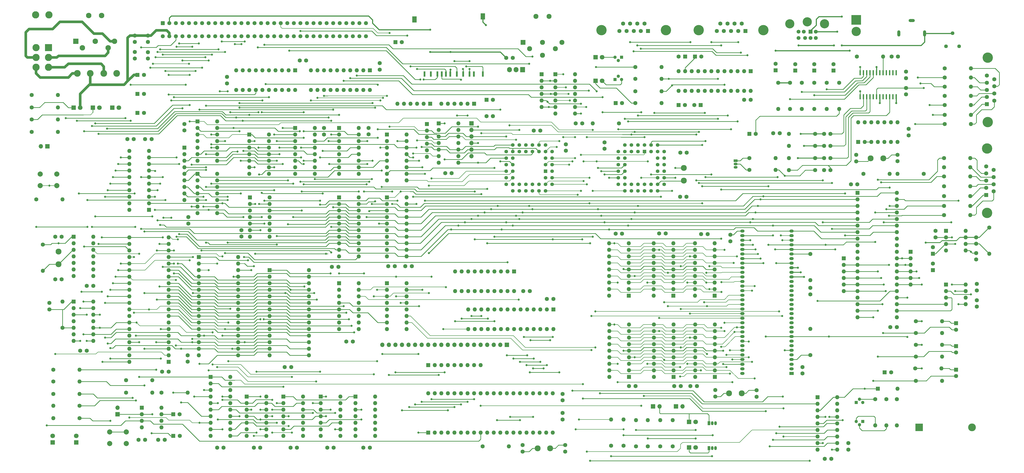
<source format=gbr>
%TF.GenerationSoftware,KiCad,Pcbnew,(6.0.4)*%
%TF.CreationDate,2022-07-04T14:01:25+01:00*%
%TF.ProjectId,yddraig09,79646472-6169-4673-9039-2e6b69636164,rev?*%
%TF.SameCoordinates,Original*%
%TF.FileFunction,Copper,L1,Top*%
%TF.FilePolarity,Positive*%
%FSLAX46Y46*%
G04 Gerber Fmt 4.6, Leading zero omitted, Abs format (unit mm)*
G04 Created by KiCad (PCBNEW (6.0.4)) date 2022-07-04 14:01:25*
%MOMM*%
%LPD*%
G01*
G04 APERTURE LIST*
G04 Aperture macros list*
%AMRoundRect*
0 Rectangle with rounded corners*
0 $1 Rounding radius*
0 $2 $3 $4 $5 $6 $7 $8 $9 X,Y pos of 4 corners*
0 Add a 4 corners polygon primitive as box body*
4,1,4,$2,$3,$4,$5,$6,$7,$8,$9,$2,$3,0*
0 Add four circle primitives for the rounded corners*
1,1,$1+$1,$2,$3*
1,1,$1+$1,$4,$5*
1,1,$1+$1,$6,$7*
1,1,$1+$1,$8,$9*
0 Add four rect primitives between the rounded corners*
20,1,$1+$1,$2,$3,$4,$5,0*
20,1,$1+$1,$4,$5,$6,$7,0*
20,1,$1+$1,$6,$7,$8,$9,0*
20,1,$1+$1,$8,$9,$2,$3,0*%
G04 Aperture macros list end*
%TA.AperFunction,ComponentPad*%
%ADD10C,1.600000*%
%TD*%
%TA.AperFunction,ComponentPad*%
%ADD11R,1.600000X1.600000*%
%TD*%
%TA.AperFunction,ComponentPad*%
%ADD12R,1.800000X1.800000*%
%TD*%
%TA.AperFunction,ComponentPad*%
%ADD13C,1.800000*%
%TD*%
%TA.AperFunction,ComponentPad*%
%ADD14O,1.600000X1.600000*%
%TD*%
%TA.AperFunction,ComponentPad*%
%ADD15C,4.000000*%
%TD*%
%TA.AperFunction,ComponentPad*%
%ADD16R,1.700000X1.700000*%
%TD*%
%TA.AperFunction,ComponentPad*%
%ADD17O,1.700000X1.700000*%
%TD*%
%TA.AperFunction,ComponentPad*%
%ADD18R,2.100000X2.100000*%
%TD*%
%TA.AperFunction,ComponentPad*%
%ADD19C,2.100000*%
%TD*%
%TA.AperFunction,ComponentPad*%
%ADD20R,1.950000X1.950000*%
%TD*%
%TA.AperFunction,ComponentPad*%
%ADD21C,1.950000*%
%TD*%
%TA.AperFunction,SMDPad,CuDef*%
%ADD22R,0.800000X2.000000*%
%TD*%
%TA.AperFunction,SMDPad,CuDef*%
%ADD23R,1.800000X2.400000*%
%TD*%
%TA.AperFunction,SMDPad,CuDef*%
%ADD24R,1.700000X2.400000*%
%TD*%
%TA.AperFunction,SMDPad,CuDef*%
%ADD25R,0.700000X2.000000*%
%TD*%
%TA.AperFunction,ComponentPad*%
%ADD26C,2.600000*%
%TD*%
%TA.AperFunction,ComponentPad*%
%ADD27R,1.500000X1.050000*%
%TD*%
%TA.AperFunction,ComponentPad*%
%ADD28O,1.500000X1.050000*%
%TD*%
%TA.AperFunction,ComponentPad*%
%ADD29R,1.050000X1.500000*%
%TD*%
%TA.AperFunction,ComponentPad*%
%ADD30O,1.050000X1.500000*%
%TD*%
%TA.AperFunction,ComponentPad*%
%ADD31C,1.440000*%
%TD*%
%TA.AperFunction,ComponentPad*%
%ADD32C,2.000000*%
%TD*%
%TA.AperFunction,ComponentPad*%
%ADD33R,2.800000X2.800000*%
%TD*%
%TA.AperFunction,ComponentPad*%
%ADD34C,2.800000*%
%TD*%
%TA.AperFunction,ComponentPad*%
%ADD35R,1.700000X1.200000*%
%TD*%
%TA.AperFunction,ComponentPad*%
%ADD36O,1.700000X1.200000*%
%TD*%
%TA.AperFunction,SMDPad,CuDef*%
%ADD37RoundRect,0.137500X0.137500X-0.862500X0.137500X0.862500X-0.137500X0.862500X-0.137500X-0.862500X0*%
%TD*%
%TA.AperFunction,ComponentPad*%
%ADD38R,1.905000X2.000000*%
%TD*%
%TA.AperFunction,ComponentPad*%
%ADD39O,1.905000X2.000000*%
%TD*%
%TA.AperFunction,ComponentPad*%
%ADD40R,1.422400X1.422400*%
%TD*%
%TA.AperFunction,ComponentPad*%
%ADD41C,1.422400*%
%TD*%
%TA.AperFunction,ComponentPad*%
%ADD42C,2.300000*%
%TD*%
%TA.AperFunction,ComponentPad*%
%ADD43R,1.300000X1.300000*%
%TD*%
%TA.AperFunction,ComponentPad*%
%ADD44C,1.300000*%
%TD*%
%TA.AperFunction,ComponentPad*%
%ADD45R,3.000000X3.000000*%
%TD*%
%TA.AperFunction,ComponentPad*%
%ADD46C,3.000000*%
%TD*%
%TA.AperFunction,ComponentPad*%
%ADD47RoundRect,0.249999X-0.525001X-0.525001X0.525001X-0.525001X0.525001X0.525001X-0.525001X0.525001X0*%
%TD*%
%TA.AperFunction,ComponentPad*%
%ADD48C,1.550000*%
%TD*%
%TA.AperFunction,ComponentPad*%
%ADD49O,2.416000X1.208000*%
%TD*%
%TA.AperFunction,ComponentPad*%
%ADD50O,1.208000X2.416000*%
%TD*%
%TA.AperFunction,ComponentPad*%
%ADD51R,3.765000X3.765000*%
%TD*%
%TA.AperFunction,ComponentPad*%
%ADD52C,3.600000*%
%TD*%
%TA.AperFunction,ComponentPad*%
%ADD53R,1.509000X1.509000*%
%TD*%
%TA.AperFunction,ComponentPad*%
%ADD54C,1.509000*%
%TD*%
%TA.AperFunction,ComponentPad*%
%ADD55C,3.555000*%
%TD*%
%TA.AperFunction,ViaPad*%
%ADD56C,0.800000*%
%TD*%
%TA.AperFunction,Conductor*%
%ADD57C,0.250000*%
%TD*%
%TA.AperFunction,Conductor*%
%ADD58C,0.400000*%
%TD*%
%TA.AperFunction,Conductor*%
%ADD59C,0.300000*%
%TD*%
%TA.AperFunction,Conductor*%
%ADD60C,1.000000*%
%TD*%
%TA.AperFunction,Conductor*%
%ADD61C,0.210000*%
%TD*%
G04 APERTURE END LIST*
D10*
%TO.P,C1,1*%
%TO.N,+5V*%
X70906000Y-70358000D03*
%TO.P,C1,2*%
%TO.N,GND*%
X73406000Y-70358000D03*
%TD*%
%TO.P,C2,1*%
%TO.N,+5V*%
X64008000Y-70358000D03*
%TO.P,C2,2*%
%TO.N,GND*%
X66508000Y-70358000D03*
%TD*%
%TO.P,C4,1*%
%TO.N,+5V*%
X102616000Y-48768000D03*
%TO.P,C4,2*%
%TO.N,GND*%
X102616000Y-46268000D03*
%TD*%
%TO.P,C6,1*%
%TO.N,+5V*%
X151384000Y-148844000D03*
%TO.P,C6,2*%
%TO.N,GND*%
X148884000Y-148844000D03*
%TD*%
%TO.P,C8,1*%
%TO.N,+5V*%
X130810000Y-39878000D03*
%TO.P,C8,2*%
%TO.N,GND*%
X133310000Y-39878000D03*
%TD*%
%TO.P,C9,1*%
%TO.N,+5V*%
X260945000Y-166116000D03*
%TO.P,C9,2*%
%TO.N,GND*%
X258445000Y-166116000D03*
%TD*%
%TO.P,C10,1*%
%TO.N,Net-(C10-Pad1)*%
X291909500Y-170180000D03*
%TO.P,C10,2*%
%TO.N,GND*%
X291909500Y-167680000D03*
%TD*%
%TO.P,C11,1*%
%TO.N,Net-(C11-Pad1)*%
X307848000Y-167767000D03*
%TO.P,C11,2*%
%TO.N,GND*%
X307848000Y-170267000D03*
%TD*%
%TO.P,C12,1*%
%TO.N,+5V*%
X270129000Y-106934000D03*
%TO.P,C12,2*%
%TO.N,GND*%
X272629000Y-106934000D03*
%TD*%
%TO.P,C13,1*%
%TO.N,+5V*%
X328676000Y-128056000D03*
%TO.P,C13,2*%
%TO.N,GND*%
X328676000Y-130556000D03*
%TD*%
%TO.P,C14,1*%
%TO.N,+5V*%
X278471000Y-166116000D03*
%TO.P,C14,2*%
%TO.N,GND*%
X275971000Y-166116000D03*
%TD*%
%TO.P,C15,1*%
%TO.N,+5V*%
X286385000Y-107188000D03*
%TO.P,C15,2*%
%TO.N,GND*%
X288885000Y-107188000D03*
%TD*%
%TO.P,C17,1*%
%TO.N,+5V*%
X253238000Y-107061000D03*
%TO.P,C17,2*%
%TO.N,GND*%
X255738000Y-107061000D03*
%TD*%
%TO.P,C18,1*%
%TO.N,GND*%
X297688000Y-109982000D03*
%TO.P,C18,2*%
%TO.N,Net-(C18-Pad2)*%
X297688000Y-107482000D03*
%TD*%
%TO.P,C19,1*%
%TO.N,+5V*%
X284734000Y-166116000D03*
%TO.P,C19,2*%
%TO.N,GND*%
X282234000Y-166116000D03*
%TD*%
%TO.P,C20,1*%
%TO.N,Net-(C20-Pad1)*%
X392938000Y-114554000D03*
%TO.P,C20,2*%
%TO.N,GND*%
X392938000Y-117054000D03*
%TD*%
%TO.P,C22,1*%
%TO.N,+5V*%
X393192000Y-132842000D03*
%TO.P,C22,2*%
%TO.N,GND*%
X393192000Y-135342000D03*
%TD*%
D11*
%TO.P,C23,1*%
%TO.N,Net-(C23-Pad1)*%
X385191000Y-141772000D03*
D10*
%TO.P,C23,2*%
%TO.N,Net-(C23-Pad2)*%
X385191000Y-144272000D03*
%TD*%
D11*
%TO.P,C24,1*%
%TO.N,Net-(C24-Pad1)*%
X385191000Y-150622000D03*
D10*
%TO.P,C24,2*%
%TO.N,Net-(C24-Pad2)*%
X385191000Y-153122000D03*
%TD*%
D11*
%TO.P,C26,1*%
%TO.N,Net-(C26-Pad1)*%
X376174000Y-114808000D03*
D10*
%TO.P,C26,2*%
%TO.N,GND*%
X376174000Y-112308000D03*
%TD*%
%TO.P,C27,1*%
%TO.N,+5V*%
X393192000Y-126532000D03*
%TO.P,C27,2*%
%TO.N,GND*%
X393192000Y-129032000D03*
%TD*%
%TO.P,C28,1*%
%TO.N,/Audio/AUDIO_OUT*%
X392938000Y-108458000D03*
%TO.P,C28,2*%
%TO.N,Net-(C28-Pad2)*%
X392938000Y-110958000D03*
%TD*%
%TO.P,C29,1*%
%TO.N,+5V*%
X344424000Y-87884000D03*
%TO.P,C29,2*%
%TO.N,GND*%
X346924000Y-87884000D03*
%TD*%
%TO.P,C30,1*%
%TO.N,+5V*%
X362204000Y-143256000D03*
%TO.P,C30,2*%
%TO.N,GND*%
X359704000Y-143256000D03*
%TD*%
D11*
%TO.P,C31,1*%
%TO.N,+5V*%
X376174000Y-121158000D03*
D10*
%TO.P,C31,2*%
%TO.N,GND*%
X376174000Y-118658000D03*
%TD*%
%TO.P,C32,1*%
%TO.N,Net-(C32-Pad1)*%
X346456000Y-78994000D03*
%TO.P,C32,2*%
%TO.N,GND*%
X346456000Y-76494000D03*
%TD*%
%TO.P,C33,1*%
%TO.N,Net-(C33-Pad1)*%
X362458000Y-76454000D03*
%TO.P,C33,2*%
%TO.N,GND*%
X362458000Y-78954000D03*
%TD*%
%TO.P,C34,1*%
%TO.N,Net-(C34-Pad1)*%
X336510000Y-68326000D03*
%TO.P,C34,2*%
%TO.N,/Video/RED*%
X334010000Y-68326000D03*
%TD*%
%TO.P,C35,1*%
%TO.N,Net-(C35-Pad1)*%
X336510000Y-73025000D03*
%TO.P,C35,2*%
%TO.N,/Video/GREEN*%
X334010000Y-73025000D03*
%TD*%
%TO.P,C36,1*%
%TO.N,Net-(C36-Pad1)*%
X336510000Y-77724000D03*
%TO.P,C36,2*%
%TO.N,/Video/BLUE*%
X334010000Y-77724000D03*
%TD*%
%TO.P,C37,1*%
%TO.N,Net-(C37-Pad1)*%
X336510000Y-82423000D03*
%TO.P,C37,2*%
%TO.N,GND*%
X334010000Y-82423000D03*
%TD*%
%TO.P,C38,1*%
%TO.N,/VideoOut/PAL_CLK*%
X365760000Y-50546000D03*
%TO.P,C38,2*%
%TO.N,GND*%
X365760000Y-53046000D03*
%TD*%
D11*
%TO.P,C39,1*%
%TO.N,Net-(C39-Pad1)*%
X337693000Y-43815000D03*
D10*
%TO.P,C39,2*%
%TO.N,/VideoOut/ROUT*%
X337693000Y-41315000D03*
%TD*%
D11*
%TO.P,C40,1*%
%TO.N,Net-(C40-Pad1)*%
X322834000Y-43815000D03*
D10*
%TO.P,C40,2*%
%TO.N,/VideoOut/GOUT*%
X322834000Y-41315000D03*
%TD*%
D11*
%TO.P,C41,1*%
%TO.N,Net-(C41-Pad1)*%
X330200000Y-43815000D03*
D10*
%TO.P,C41,2*%
%TO.N,/VideoOut/BOUT*%
X330200000Y-41315000D03*
%TD*%
D11*
%TO.P,C42,1*%
%TO.N,Net-(C42-Pad1)*%
X315214000Y-43688000D03*
D10*
%TO.P,C42,2*%
%TO.N,/VideoOut/CVOUT*%
X315214000Y-41188000D03*
%TD*%
D11*
%TO.P,C43,1*%
%TO.N,Net-(C43-Pad1)*%
X305054000Y-68326000D03*
D10*
%TO.P,C43,2*%
%TO.N,Net-(C43-Pad2)*%
X307554000Y-68326000D03*
%TD*%
%TO.P,C44,1*%
%TO.N,+5V*%
X365760000Y-44236000D03*
%TO.P,C44,2*%
%TO.N,GND*%
X365760000Y-46736000D03*
%TD*%
%TO.P,C46,1*%
%TO.N,+5V*%
X360172000Y-38354000D03*
%TO.P,C46,2*%
%TO.N,GND*%
X362672000Y-38354000D03*
%TD*%
%TO.P,C47,1*%
%TO.N,+5V*%
X314365000Y-68072000D03*
%TO.P,C47,2*%
%TO.N,GND*%
X316865000Y-68072000D03*
%TD*%
%TO.P,C49,1*%
%TO.N,+5V*%
X232664000Y-176570000D03*
%TO.P,C49,2*%
%TO.N,GND*%
X232664000Y-179070000D03*
%TD*%
%TO.P,C55,1*%
%TO.N,+5V*%
X115530000Y-189992000D03*
%TO.P,C55,2*%
%TO.N,GND*%
X113030000Y-189992000D03*
%TD*%
%TO.P,C57,1*%
%TO.N,+5V*%
X87376000Y-156678000D03*
%TO.P,C57,2*%
%TO.N,GND*%
X87376000Y-154178000D03*
%TD*%
%TO.P,C59,1*%
%TO.N,+5V*%
X101306000Y-189992000D03*
%TO.P,C59,2*%
%TO.N,GND*%
X98806000Y-189992000D03*
%TD*%
%TO.P,C67,1*%
%TO.N,Net-(C67-Pad1)*%
X278320500Y-75628500D03*
%TO.P,C67,2*%
%TO.N,GND*%
X280820500Y-75628500D03*
%TD*%
%TO.P,C68,1*%
%TO.N,Net-(C68-Pad1)*%
X280733500Y-92773500D03*
%TO.P,C68,2*%
%TO.N,GND*%
X278233500Y-92773500D03*
%TD*%
D11*
%TO.P,C69,1*%
%TO.N,Net-(C69-Pad1)*%
X280162000Y-38354000D03*
D10*
%TO.P,C69,2*%
%TO.N,Net-(C69-Pad2)*%
X277662000Y-38354000D03*
%TD*%
D11*
%TO.P,C70,1*%
%TO.N,Net-(C70-Pad1)*%
X277622000Y-57150000D03*
D10*
%TO.P,C70,2*%
%TO.N,Net-(C70-Pad2)*%
X280122000Y-57150000D03*
%TD*%
D11*
%TO.P,C72,1*%
%TO.N,GND*%
X286218000Y-57150000D03*
D10*
%TO.P,C72,2*%
%TO.N,Net-(C72-Pad2)*%
X283718000Y-57150000D03*
%TD*%
%TO.P,C73,1*%
%TO.N,+5V*%
X248920000Y-74128000D03*
%TO.P,C73,2*%
%TO.N,GND*%
X248920000Y-71628000D03*
%TD*%
%TO.P,C78,1*%
%TO.N,+5V*%
X48260000Y-152400000D03*
%TO.P,C78,2*%
%TO.N,GND*%
X45760000Y-152400000D03*
%TD*%
%TO.P,C79,1*%
%TO.N,Net-(C79-Pad1)*%
X36068000Y-108204000D03*
%TO.P,C79,2*%
%TO.N,GND*%
X38568000Y-108204000D03*
%TD*%
%TO.P,C83,1*%
%TO.N,+5V*%
X50800000Y-127254000D03*
%TO.P,C83,2*%
%TO.N,GND*%
X48300000Y-127254000D03*
%TD*%
%TO.P,C84,1*%
%TO.N,/6809 CPU/CLK_8MHZ*%
X33782000Y-136398000D03*
%TO.P,C84,2*%
%TO.N,GND*%
X33782000Y-133898000D03*
%TD*%
D11*
%TO.P,C85,1*%
%TO.N,Net-(C85-Pad1)*%
X81828000Y-185420000D03*
D10*
%TO.P,C85,2*%
%TO.N,GND*%
X84328000Y-185420000D03*
%TD*%
%TO.P,C86,1*%
%TO.N,Net-(C86-Pad1)*%
X78486000Y-186944000D03*
%TO.P,C86,2*%
%TO.N,GND*%
X75986000Y-186944000D03*
%TD*%
D11*
%TO.P,C87,1*%
%TO.N,Net-(C87-Pad1)*%
X81788000Y-177038000D03*
D10*
%TO.P,C87,2*%
%TO.N,GND*%
X84288000Y-177038000D03*
%TD*%
%TO.P,C88,1*%
%TO.N,+12V*%
X66929000Y-30226000D03*
%TO.P,C88,2*%
%TO.N,GND*%
X66929000Y-32726000D03*
%TD*%
%TO.P,C89,1*%
%TO.N,+12V*%
X72009000Y-30226000D03*
%TO.P,C89,2*%
%TO.N,GND*%
X72009000Y-32726000D03*
%TD*%
D11*
%TO.P,C90,1*%
%TO.N,+12V*%
X67945000Y-45466000D03*
D10*
%TO.P,C90,2*%
%TO.N,GND*%
X70445000Y-45466000D03*
%TD*%
D11*
%TO.P,C91,1*%
%TO.N,+5V*%
X67945000Y-52832000D03*
D10*
%TO.P,C91,2*%
%TO.N,GND*%
X70445000Y-52832000D03*
%TD*%
%TO.P,C93,1*%
%TO.N,+5V*%
X66929000Y-36616000D03*
%TO.P,C93,2*%
%TO.N,GND*%
X66929000Y-39116000D03*
%TD*%
%TO.P,C94,1*%
%TO.N,+5V*%
X72047833Y-36660000D03*
%TO.P,C94,2*%
%TO.N,GND*%
X72047833Y-39160000D03*
%TD*%
%TO.P,C95,1*%
%TO.N,+3V3*%
X203200000Y-61468000D03*
%TO.P,C95,2*%
%TO.N,GND*%
X205700000Y-61468000D03*
%TD*%
%TO.P,C96,1*%
%TO.N,+3V3*%
X210860000Y-38862000D03*
%TO.P,C96,2*%
%TO.N,GND*%
X213360000Y-38862000D03*
%TD*%
D11*
%TO.P,C97,1*%
%TO.N,+3V3*%
X203200000Y-55118000D03*
D10*
%TO.P,C97,2*%
%TO.N,GND*%
X205700000Y-55118000D03*
%TD*%
%TO.P,C99,1*%
%TO.N,+5V*%
X233934000Y-72390000D03*
%TO.P,C99,2*%
%TO.N,GND*%
X233934000Y-74890000D03*
%TD*%
%TO.P,C100,1*%
%TO.N,+5V*%
X240284000Y-64262000D03*
%TO.P,C100,2*%
%TO.N,GND*%
X237784000Y-64262000D03*
%TD*%
D11*
%TO.P,C103,1*%
%TO.N,+5V*%
X253238000Y-56388000D03*
D10*
%TO.P,C103,2*%
%TO.N,GND*%
X255738000Y-56388000D03*
%TD*%
D12*
%TO.P,D6,1,K*%
%TO.N,Net-(D6-Pad1)*%
X58198800Y-58166000D03*
D13*
%TO.P,D6,2,A*%
%TO.N,+3V3*%
X60738800Y-58166000D03*
%TD*%
D12*
%TO.P,D7,1,K*%
%TO.N,Net-(D7-Pad1)*%
X50698800Y-58166000D03*
D13*
%TO.P,D7,2,A*%
%TO.N,+5V*%
X53238800Y-58166000D03*
%TD*%
D12*
%TO.P,D8,1,K*%
%TO.N,Net-(D8-Pad1)*%
X43198800Y-58166000D03*
D13*
%TO.P,D8,2,A*%
%TO.N,+12V*%
X45738800Y-58166000D03*
%TD*%
D12*
%TO.P,D9,1,K*%
%TO.N,Net-(D9-Pad1)*%
X281686000Y-180022500D03*
D13*
%TO.P,D9,2,A*%
%TO.N,Net-(D9-Pad2)*%
X284226000Y-180022500D03*
%TD*%
D10*
%TO.P,FB1,1*%
%TO.N,Net-(FB1-Pad1)*%
X380746000Y-64516000D03*
D14*
%TO.P,FB1,2*%
%TO.N,Net-(FB1-Pad2)*%
X390906000Y-64516000D03*
%TD*%
D10*
%TO.P,FB2,1*%
%TO.N,+5V*%
X380746000Y-53594000D03*
D14*
%TO.P,FB2,2*%
%TO.N,Net-(FB2-Pad2)*%
X390906000Y-53594000D03*
%TD*%
D10*
%TO.P,FB3,1*%
%TO.N,GND*%
X380746000Y-42926000D03*
D14*
%TO.P,FB3,2*%
%TO.N,Net-(FB3-Pad2)*%
X390906000Y-42926000D03*
%TD*%
D10*
%TO.P,FB4,1*%
%TO.N,Net-(FB4-Pad1)*%
X380492000Y-99822000D03*
D14*
%TO.P,FB4,2*%
%TO.N,Net-(FB4-Pad2)*%
X390652000Y-99822000D03*
%TD*%
D10*
%TO.P,FB5,1*%
%TO.N,+5V*%
X380492000Y-88646000D03*
D14*
%TO.P,FB5,2*%
%TO.N,Net-(FB5-Pad2)*%
X390652000Y-88646000D03*
%TD*%
D10*
%TO.P,FB6,1*%
%TO.N,GND*%
X380492000Y-81280000D03*
D14*
%TO.P,FB6,2*%
%TO.N,Net-(FB6-Pad2)*%
X390652000Y-81280000D03*
%TD*%
D10*
%TO.P,FB7,1*%
%TO.N,Net-(FB7-Pad1)*%
X380746000Y-60960000D03*
D14*
%TO.P,FB7,2*%
%TO.N,Net-(FB7-Pad2)*%
X390906000Y-60960000D03*
%TD*%
D10*
%TO.P,FB8,1*%
%TO.N,Net-(FB8-Pad1)*%
X380746000Y-57150000D03*
D14*
%TO.P,FB8,2*%
%TO.N,Net-(FB8-Pad2)*%
X390906000Y-57150000D03*
%TD*%
D10*
%TO.P,FB9,1*%
%TO.N,Net-(FB9-Pad1)*%
X380746000Y-50038000D03*
D14*
%TO.P,FB9,2*%
%TO.N,Net-(FB9-Pad2)*%
X390906000Y-50038000D03*
%TD*%
D10*
%TO.P,FB10,1*%
%TO.N,Net-(FB10-Pad1)*%
X380746000Y-46482000D03*
D14*
%TO.P,FB10,2*%
%TO.N,Net-(FB10-Pad2)*%
X390906000Y-46482000D03*
%TD*%
D10*
%TO.P,FB11,1*%
%TO.N,Net-(FB11-Pad1)*%
X380492000Y-96266000D03*
D14*
%TO.P,FB11,2*%
%TO.N,Net-(FB11-Pad2)*%
X390652000Y-96266000D03*
%TD*%
D10*
%TO.P,FB12,1*%
%TO.N,Net-(FB12-Pad1)*%
X380492000Y-92456000D03*
D14*
%TO.P,FB12,2*%
%TO.N,Net-(FB12-Pad2)*%
X390652000Y-92456000D03*
%TD*%
D10*
%TO.P,FB13,1*%
%TO.N,Net-(FB13-Pad1)*%
X380492000Y-84836000D03*
D14*
%TO.P,FB13,2*%
%TO.N,Net-(FB13-Pad2)*%
X390652000Y-84836000D03*
%TD*%
D10*
%TO.P,FB14,1*%
%TO.N,Net-(FB14-Pad1)*%
X380492000Y-77724000D03*
D14*
%TO.P,FB14,2*%
%TO.N,Net-(FB14-Pad2)*%
X390652000Y-77724000D03*
%TD*%
D15*
%TO.P,J1,0,PAD*%
%TO.N,GND*%
X397429000Y-63805200D03*
X397429000Y-38805200D03*
D11*
%TO.P,J1,1,1*%
%TO.N,Net-(FB7-Pad2)*%
X397129000Y-56845200D03*
D10*
%TO.P,J1,2,2*%
%TO.N,Net-(FB8-Pad2)*%
X397129000Y-54075200D03*
%TO.P,J1,3,3*%
%TO.N,Net-(FB9-Pad2)*%
X397129000Y-51305200D03*
%TO.P,J1,4,4*%
%TO.N,Net-(FB10-Pad2)*%
X397129000Y-48535200D03*
%TO.P,J1,5,5*%
%TO.N,unconnected-(J1-Pad5)*%
X397129000Y-45765200D03*
%TO.P,J1,6,6*%
%TO.N,Net-(FB1-Pad2)*%
X399969000Y-55460200D03*
%TO.P,J1,7,7*%
%TO.N,Net-(FB2-Pad2)*%
X399969000Y-52690200D03*
%TO.P,J1,8,8*%
%TO.N,Net-(FB3-Pad2)*%
X399969000Y-49920200D03*
%TO.P,J1,9,9*%
%TO.N,unconnected-(J1-Pad9)*%
X399969000Y-47150200D03*
%TD*%
D15*
%TO.P,J2,0,PAD*%
%TO.N,GND*%
X397200400Y-98984200D03*
X397200400Y-73984200D03*
D11*
%TO.P,J2,1,1*%
%TO.N,Net-(FB11-Pad2)*%
X396900400Y-92024200D03*
D10*
%TO.P,J2,2,2*%
%TO.N,Net-(FB12-Pad2)*%
X396900400Y-89254200D03*
%TO.P,J2,3,3*%
%TO.N,Net-(FB13-Pad2)*%
X396900400Y-86484200D03*
%TO.P,J2,4,4*%
%TO.N,Net-(FB14-Pad2)*%
X396900400Y-83714200D03*
%TO.P,J2,5,5*%
%TO.N,unconnected-(J2-Pad5)*%
X396900400Y-80944200D03*
%TO.P,J2,6,6*%
%TO.N,Net-(FB4-Pad2)*%
X399740400Y-90639200D03*
%TO.P,J2,7,7*%
%TO.N,Net-(FB5-Pad2)*%
X399740400Y-87869200D03*
%TO.P,J2,8,8*%
%TO.N,Net-(FB6-Pad2)*%
X399740400Y-85099200D03*
%TO.P,J2,9,9*%
%TO.N,unconnected-(J2-Pad9)*%
X399740400Y-82329200D03*
%TD*%
D15*
%TO.P,J7,0,PAD*%
%TO.N,GND*%
X310490000Y-28148000D03*
X285490000Y-28148000D03*
D11*
%TO.P,J7,1,1*%
%TO.N,unconnected-(J7-Pad1)*%
X303530000Y-28448000D03*
D10*
%TO.P,J7,2,2*%
%TO.N,Net-(J7-Pad2)*%
X300760000Y-28448000D03*
%TO.P,J7,3,3*%
%TO.N,Net-(J7-Pad3)*%
X297990000Y-28448000D03*
%TO.P,J7,4,4*%
%TO.N,unconnected-(J7-Pad4)*%
X295220000Y-28448000D03*
%TO.P,J7,5,5*%
%TO.N,GND*%
X292450000Y-28448000D03*
%TO.P,J7,6,6*%
%TO.N,unconnected-(J7-Pad6)*%
X302145000Y-25608000D03*
%TO.P,J7,7,7*%
%TO.N,Net-(J7-Pad7)*%
X299375000Y-25608000D03*
%TO.P,J7,8,8*%
%TO.N,Net-(J7-Pad8)*%
X296605000Y-25608000D03*
%TO.P,J7,9,9*%
%TO.N,unconnected-(J7-Pad9)*%
X293835000Y-25608000D03*
%TD*%
D15*
%TO.P,J8,0,PAD*%
%TO.N,GND*%
X247771000Y-28148000D03*
X272771000Y-28148000D03*
D11*
%TO.P,J8,1,1*%
%TO.N,unconnected-(J8-Pad1)*%
X265811000Y-28448000D03*
D10*
%TO.P,J8,2,2*%
%TO.N,Net-(J8-Pad2)*%
X263041000Y-28448000D03*
%TO.P,J8,3,3*%
%TO.N,Net-(J8-Pad3)*%
X260271000Y-28448000D03*
%TO.P,J8,4,4*%
%TO.N,unconnected-(J8-Pad4)*%
X257501000Y-28448000D03*
%TO.P,J8,5,5*%
%TO.N,GND*%
X254731000Y-28448000D03*
%TO.P,J8,6,6*%
%TO.N,unconnected-(J8-Pad6)*%
X264426000Y-25608000D03*
%TO.P,J8,7,7*%
%TO.N,Net-(J8-Pad7)*%
X261656000Y-25608000D03*
%TO.P,J8,8,8*%
%TO.N,Net-(J8-Pad8)*%
X258886000Y-25608000D03*
%TO.P,J8,9,9*%
%TO.N,unconnected-(J8-Pad9)*%
X256116000Y-25608000D03*
%TD*%
D16*
%TO.P,J9,1,Pin_1*%
%TO.N,Net-(C85-Pad1)*%
X60198000Y-177038000D03*
D17*
%TO.P,J9,2,Pin_2*%
%TO.N,GND*%
X60198000Y-174498000D03*
%TD*%
D18*
%TO.P,J12,1*%
%TO.N,GND*%
X44081200Y-32485800D03*
D19*
%TO.P,J12,2*%
X51586200Y-32485800D03*
%TO.P,J12,3*%
%TO.N,Net-(J12-Pad3)*%
X59091200Y-32485800D03*
%TO.P,J12,4*%
%TO.N,unconnected-(J12-Pad4)*%
X46581200Y-34975800D03*
%TO.P,J12,5*%
%TO.N,Net-(J12-Pad5)*%
X56591200Y-34975800D03*
%TO.P,J12,G1*%
%TO.N,N/C*%
X54086200Y-22475800D03*
%TO.P,J12,G2*%
X49086200Y-22475800D03*
%TD*%
D20*
%TO.P,J15,1*%
%TO.N,/IO/~{IEC_SRQIN}*%
X217417000Y-32838400D03*
D21*
%TO.P,J15,2*%
%TO.N,GND*%
X219917000Y-35338400D03*
%TO.P,J15,3*%
%TO.N,/IO/IEC_ATTN*%
X224917000Y-32838400D03*
%TO.P,J15,4*%
%TO.N,/IO/DATA_IN*%
X229917000Y-35338400D03*
%TO.P,J15,5*%
%TO.N,/IO/CLK_IN*%
X232417000Y-32838400D03*
%TO.P,J15,6*%
%TO.N,/IO/~{IEC_RESET}*%
X224917000Y-37838400D03*
%TO.P,J15,E1*%
%TO.N,N/C*%
X227417000Y-22838400D03*
%TO.P,J15,E2*%
X222417000Y-22838400D03*
%TD*%
D22*
%TO.P,J16,1,DAT2*%
%TO.N,unconnected-(J16-Pad1)*%
X181689600Y-45186600D03*
%TO.P,J16,2,DAT3/CD*%
%TO.N,/IO/~{SD_SS}*%
X184189600Y-45186600D03*
%TO.P,J16,3,CMD*%
%TO.N,/IO/SD_MOSI*%
X187489600Y-45186600D03*
%TO.P,J16,4,VDD*%
%TO.N,+3V3*%
X189189600Y-45186600D03*
%TO.P,J16,5,CLK*%
%TO.N,/IO/SD_CLK*%
X191689600Y-45186600D03*
%TO.P,J16,6,VSS*%
%TO.N,GND*%
X194189600Y-45186600D03*
%TO.P,J16,7,DAT0*%
%TO.N,/IO/SD_MISO*%
X196619600Y-45186600D03*
%TO.P,J16,8,DAT1*%
%TO.N,unconnected-(J16-Pad8)*%
X198319600Y-45186600D03*
%TO.P,J16,9,9*%
%TO.N,unconnected-(J16-Pad9)*%
X179189600Y-45186600D03*
D23*
%TO.P,J16,10,10*%
%TO.N,unconnected-(J16-Pad10)*%
X175319600Y-23986600D03*
D24*
%TO.P,J16,11,SHIELD*%
%TO.N,GND*%
X201769600Y-22786600D03*
D22*
%TO.P,J16,CD,CD*%
%TO.N,/IO/SD_CDV3*%
X185889600Y-45186600D03*
D25*
%TO.P,J16,WP,WP*%
%TO.N,/IO/SD_WPV3*%
X201809600Y-45186600D03*
%TD*%
D26*
%TO.P,L1,1,1*%
%TO.N,Net-(L1-Pad1)*%
X54938000Y-44928967D03*
%TO.P,L1,2,2*%
%TO.N,+5V*%
X59938000Y-44928967D03*
%TD*%
%TO.P,L2,1,1*%
%TO.N,Net-(L2-Pad1)*%
X44688000Y-44928967D03*
%TO.P,L2,2,2*%
%TO.N,+12V*%
X49688000Y-44928967D03*
%TD*%
D27*
%TO.P,Q1,1,E*%
%TO.N,Net-(C43-Pad1)*%
X299720000Y-78740000D03*
D28*
%TO.P,Q1,2,B*%
%TO.N,Net-(Q1-Pad2)*%
X299720000Y-80010000D03*
%TO.P,Q1,3,C*%
%TO.N,+5V*%
X299720000Y-81280000D03*
%TD*%
D29*
%TO.P,Q6,1,C*%
%TO.N,Net-(D9-Pad1)*%
X289433000Y-180530500D03*
D30*
%TO.P,Q6,2,B*%
%TO.N,Net-(Q6-Pad2)*%
X290703000Y-180530500D03*
%TO.P,Q6,3,E*%
%TO.N,GND*%
X291973000Y-180530500D03*
%TD*%
D29*
%TO.P,Q7,1,C*%
%TO.N,Net-(D10-Pad1)*%
X289433000Y-190182500D03*
D30*
%TO.P,Q7,2,B*%
%TO.N,Net-(Q7-Pad2)*%
X290703000Y-190182500D03*
%TO.P,Q7,3,E*%
%TO.N,GND*%
X291973000Y-190182500D03*
%TD*%
D10*
%TO.P,R2,1*%
%TO.N,Net-(R2-Pad1)*%
X328676000Y-114935000D03*
D14*
%TO.P,R2,2*%
%TO.N,+5V*%
X328676000Y-125095000D03*
%TD*%
D10*
%TO.P,R3,1*%
%TO.N,Net-(C23-Pad2)*%
X369570000Y-145542000D03*
D14*
%TO.P,R3,2*%
%TO.N,GND*%
X379730000Y-145542000D03*
%TD*%
D10*
%TO.P,R4,1*%
%TO.N,Net-(C24-Pad2)*%
X369570000Y-154686000D03*
D14*
%TO.P,R4,2*%
%TO.N,GND*%
X379730000Y-154686000D03*
%TD*%
D10*
%TO.P,R5,1*%
%TO.N,Net-(C25-Pad2)*%
X369570000Y-164084000D03*
D14*
%TO.P,R5,2*%
%TO.N,GND*%
X379730000Y-164084000D03*
%TD*%
D10*
%TO.P,R6,1*%
%TO.N,/Audio/AUDIO_OUT*%
X398018000Y-104648000D03*
D14*
%TO.P,R6,2*%
%TO.N,Net-(C28-Pad2)*%
X398018000Y-114808000D03*
%TD*%
D10*
%TO.P,R7,1*%
%TO.N,/Audio/AUDIO_OUT*%
X369570000Y-140970000D03*
D14*
%TO.P,R7,2*%
%TO.N,Net-(C23-Pad1)*%
X379730000Y-140970000D03*
%TD*%
D10*
%TO.P,R8,1*%
%TO.N,/Audio/AUDIO_OUT*%
X369570000Y-150114000D03*
D14*
%TO.P,R8,2*%
%TO.N,Net-(C24-Pad1)*%
X379730000Y-150114000D03*
%TD*%
D10*
%TO.P,R9,1*%
%TO.N,/Audio/AUDIO_OUT*%
X369316000Y-159258000D03*
D14*
%TO.P,R9,2*%
%TO.N,Net-(C25-Pad1)*%
X379476000Y-159258000D03*
%TD*%
D10*
%TO.P,R10,1*%
%TO.N,/Video/BLUE*%
X330581000Y-77724000D03*
D14*
%TO.P,R10,2*%
%TO.N,GND*%
X320421000Y-77724000D03*
%TD*%
D10*
%TO.P,R11,1*%
%TO.N,Net-(C32-Pad1)*%
X349250000Y-83820000D03*
D14*
%TO.P,R11,2*%
%TO.N,Net-(C33-Pad1)*%
X359410000Y-83820000D03*
%TD*%
D10*
%TO.P,R12,1*%
%TO.N,/Video/GREEN*%
X330581000Y-73025000D03*
D14*
%TO.P,R12,2*%
%TO.N,GND*%
X320421000Y-73025000D03*
%TD*%
D10*
%TO.P,R13,1*%
%TO.N,/Video/RED*%
X330581000Y-68326000D03*
D14*
%TO.P,R13,2*%
%TO.N,GND*%
X320421000Y-68326000D03*
%TD*%
D10*
%TO.P,R14,1*%
%TO.N,/Video/~{CSYNC}*%
X330581000Y-82423000D03*
D14*
%TO.P,R14,2*%
%TO.N,Net-(C37-Pad1)*%
X320421000Y-82423000D03*
%TD*%
D10*
%TO.P,R15,1*%
%TO.N,/VideoOut/PAL_CLK*%
X372618000Y-83820000D03*
D14*
%TO.P,R15,2*%
%TO.N,Net-(R15-Pad2)*%
X362458000Y-83820000D03*
%TD*%
D10*
%TO.P,R16,1*%
%TO.N,+5V*%
X346710000Y-38354000D03*
D14*
%TO.P,R16,2*%
%TO.N,Net-(R16-Pad2)*%
X356870000Y-38354000D03*
%TD*%
D10*
%TO.P,R17,1*%
%TO.N,Net-(C39-Pad1)*%
X335026000Y-48514000D03*
D14*
%TO.P,R17,2*%
%TO.N,Net-(R17-Pad2)*%
X335026000Y-58674000D03*
%TD*%
D10*
%TO.P,R18,1*%
%TO.N,Net-(C40-Pad1)*%
X325374000Y-48514000D03*
D14*
%TO.P,R18,2*%
%TO.N,Net-(R18-Pad2)*%
X325374000Y-58674000D03*
%TD*%
D10*
%TO.P,R19,1*%
%TO.N,Net-(C41-Pad1)*%
X330200000Y-48514000D03*
D14*
%TO.P,R19,2*%
%TO.N,Net-(R19-Pad2)*%
X330200000Y-58674000D03*
%TD*%
D10*
%TO.P,R20,1*%
%TO.N,Net-(C42-Pad1)*%
X320802000Y-48514000D03*
D14*
%TO.P,R20,2*%
%TO.N,Net-(R20-Pad2)*%
X320802000Y-58674000D03*
%TD*%
D10*
%TO.P,R22,1*%
%TO.N,Net-(C42-Pad1)*%
X316230000Y-48514000D03*
D14*
%TO.P,R22,2*%
%TO.N,GND*%
X316230000Y-58674000D03*
%TD*%
D10*
%TO.P,R21,1*%
%TO.N,Net-(Q1-Pad2)*%
X305054000Y-82296000D03*
D14*
%TO.P,R21,2*%
%TO.N,/Video/~{CSYNC}*%
X315214000Y-82296000D03*
%TD*%
D10*
%TO.P,R23,1*%
%TO.N,Net-(C43-Pad1)*%
X305054000Y-77724000D03*
D14*
%TO.P,R23,2*%
%TO.N,GND*%
X315214000Y-77724000D03*
%TD*%
D10*
%TO.P,R24,1*%
%TO.N,/VideoOut/SYNCOUT*%
X339852000Y-48514000D03*
D14*
%TO.P,R24,2*%
%TO.N,Net-(C43-Pad2)*%
X339852000Y-58674000D03*
%TD*%
D10*
%TO.P,R27,1*%
%TO.N,+5V*%
X254508000Y-64262000D03*
D14*
%TO.P,R27,2*%
%TO.N,/Interrupts/~{IRQ0}*%
X244348000Y-64262000D03*
%TD*%
D10*
%TO.P,R28,1*%
%TO.N,Net-(D1-Pad1)*%
X260858000Y-42418000D03*
D14*
%TO.P,R28,2*%
%TO.N,GND*%
X271018000Y-42418000D03*
%TD*%
D10*
%TO.P,R29,1*%
%TO.N,Net-(Q3-Pad2)*%
X260858000Y-51816000D03*
D14*
%TO.P,R29,2*%
%TO.N,/Serial Ports/RXDA*%
X271018000Y-51816000D03*
%TD*%
D10*
%TO.P,R30,1*%
%TO.N,Net-(D2-Pad1)*%
X260858000Y-56388000D03*
D14*
%TO.P,R30,2*%
%TO.N,GND*%
X271018000Y-56388000D03*
%TD*%
D10*
%TO.P,R35,1*%
%TO.N,/6809 CPU/CLK_8MHZ*%
X38862000Y-143510000D03*
D14*
%TO.P,R35,2*%
%TO.N,Net-(R35-Pad2)*%
X38862000Y-133350000D03*
%TD*%
D10*
%TO.P,R39,1*%
%TO.N,+5V*%
X35306000Y-164338000D03*
D14*
%TO.P,R39,2*%
%TO.N,/6809 CPU/~{IRQ}*%
X45466000Y-164338000D03*
%TD*%
D10*
%TO.P,R40,1*%
%TO.N,+5V*%
X28702000Y-93726000D03*
D14*
%TO.P,R40,2*%
%TO.N,/6809 CPU/~{NMI}*%
X38862000Y-93726000D03*
%TD*%
D10*
%TO.P,R44,1*%
%TO.N,Net-(R44-Pad1)*%
X63500000Y-163830000D03*
D14*
%TO.P,R44,2*%
%TO.N,GND*%
X73660000Y-163830000D03*
%TD*%
D10*
%TO.P,R45,1*%
%TO.N,Net-(D6-Pad1)*%
X26924000Y-53314600D03*
D14*
%TO.P,R45,2*%
%TO.N,GND*%
X37084000Y-53314600D03*
%TD*%
D10*
%TO.P,R46,1*%
%TO.N,Net-(D7-Pad1)*%
X26924000Y-62738000D03*
D14*
%TO.P,R46,2*%
%TO.N,GND*%
X37084000Y-62738000D03*
%TD*%
D10*
%TO.P,R47,1*%
%TO.N,Net-(D8-Pad1)*%
X26924000Y-58115200D03*
D14*
%TO.P,R47,2*%
%TO.N,GND*%
X37084000Y-58115200D03*
%TD*%
D10*
%TO.P,R49,1*%
%TO.N,Net-(Q6-Pad2)*%
X256286000Y-189230000D03*
D14*
%TO.P,R49,2*%
%TO.N,/IO/USER1*%
X256286000Y-179070000D03*
%TD*%
D10*
%TO.P,R51,1*%
%TO.N,+5V*%
X261112000Y-189484000D03*
D14*
%TO.P,R51,2*%
%TO.N,Net-(D9-Pad2)*%
X261112000Y-179324000D03*
%TD*%
D10*
%TO.P,R52,1*%
%TO.N,Net-(Q7-Pad2)*%
X251460000Y-189230000D03*
D14*
%TO.P,R52,2*%
%TO.N,/IO/USER2*%
X251460000Y-179070000D03*
%TD*%
D10*
%TO.P,R54,1*%
%TO.N,+5V*%
X265684000Y-189484000D03*
D14*
%TO.P,R54,2*%
%TO.N,Net-(D10-Pad2)*%
X265684000Y-179324000D03*
%TD*%
D11*
%TO.P,RN1,1,common*%
%TO.N,+5V*%
X367538000Y-114046000D03*
D14*
%TO.P,RN1,2,R1*%
%TO.N,Net-(FB1-Pad1)*%
X367538000Y-116586000D03*
%TO.P,RN1,3,R2*%
%TO.N,Net-(FB10-Pad1)*%
X367538000Y-119126000D03*
%TO.P,RN1,4,R3*%
%TO.N,Net-(FB9-Pad1)*%
X367538000Y-121666000D03*
%TO.P,RN1,5,R4*%
%TO.N,Net-(FB8-Pad1)*%
X367538000Y-124206000D03*
%TO.P,RN1,6,R5*%
%TO.N,Net-(FB7-Pad1)*%
X367538000Y-126746000D03*
%TD*%
D11*
%TO.P,RN2,1,common*%
%TO.N,+5V*%
X341630000Y-116586000D03*
D14*
%TO.P,RN2,2,R1*%
%TO.N,Net-(FB4-Pad1)*%
X341630000Y-119126000D03*
%TO.P,RN2,3,R2*%
%TO.N,Net-(FB14-Pad1)*%
X341630000Y-121666000D03*
%TO.P,RN2,4,R3*%
%TO.N,Net-(FB13-Pad1)*%
X341630000Y-124206000D03*
%TO.P,RN2,5,R4*%
%TO.N,Net-(FB12-Pad1)*%
X341630000Y-126746000D03*
%TO.P,RN2,6,R5*%
%TO.N,Net-(FB11-Pad1)*%
X341630000Y-129286000D03*
%TD*%
D11*
%TO.P,RN5,1,common*%
%TO.N,+5V*%
X180086000Y-64516000D03*
D14*
%TO.P,RN5,2,R1*%
%TO.N,/IO/SPI_MISO*%
X180086000Y-67056000D03*
%TO.P,RN5,3,R2*%
%TO.N,/IO/SD_WP*%
X180086000Y-69596000D03*
%TO.P,RN5,4,R3*%
%TO.N,/IO/SD_CD*%
X180086000Y-72136000D03*
%TO.P,RN5,5,R4*%
%TO.N,unconnected-(RN5-Pad5)*%
X180086000Y-74676000D03*
%TO.P,RN5,6,R5*%
%TO.N,unconnected-(RN5-Pad6)*%
X180086000Y-77216000D03*
%TD*%
D11*
%TO.P,RN7,1,common*%
%TO.N,+3V3*%
X181356000Y-56642000D03*
D14*
%TO.P,RN7,2,R1*%
%TO.N,/IO/~{SD_SS}*%
X178816000Y-56642000D03*
%TO.P,RN7,3,R2*%
%TO.N,/IO/SD_MOSI*%
X176276000Y-56642000D03*
%TO.P,RN7,4,R3*%
%TO.N,/IO/SD_CLK*%
X173736000Y-56642000D03*
%TO.P,RN7,5,R4*%
%TO.N,unconnected-(RN7-Pad5)*%
X171196000Y-56642000D03*
%TO.P,RN7,6,R5*%
%TO.N,unconnected-(RN7-Pad6)*%
X168656000Y-56642000D03*
%TD*%
D11*
%TO.P,RN8,1,common*%
%TO.N,GND*%
X198374000Y-56642000D03*
D14*
%TO.P,RN8,2,R1*%
%TO.N,/IO/SD_WPV3*%
X195834000Y-56642000D03*
%TO.P,RN8,3,R2*%
%TO.N,/IO/SD_CDV3*%
X193294000Y-56642000D03*
%TO.P,RN8,4,R3*%
%TO.N,/IO/SD_MISO*%
X190754000Y-56642000D03*
%TO.P,RN8,5,R4*%
%TO.N,unconnected-(RN8-Pad5)*%
X188214000Y-56642000D03*
%TO.P,RN8,6,R5*%
%TO.N,unconnected-(RN8-Pad6)*%
X185674000Y-56642000D03*
%TD*%
D31*
%TO.P,RV1,1,1*%
%TO.N,/Audio/AUDIO_OUT*%
X386334000Y-34417000D03*
%TO.P,RV1,2,2*%
%TO.N,/Audio/AUDIO_L*%
X383794000Y-29337000D03*
%TO.P,RV1,3,3*%
%TO.N,GND*%
X381254000Y-34417000D03*
%TD*%
D32*
%TO.P,SW1,1,A*%
%TO.N,GND*%
X36726000Y-83892000D03*
X30226000Y-83892000D03*
%TO.P,SW1,2,B*%
%TO.N,/6809 CPU/~{NMI}*%
X36726000Y-88392000D03*
X30226000Y-88392000D03*
%TD*%
%TO.P,SW2,1,A*%
%TO.N,GND*%
X63650000Y-188396000D03*
X57150000Y-188396000D03*
%TO.P,SW2,2,B*%
%TO.N,Net-(C85-Pad1)*%
X57150000Y-183896000D03*
X63650000Y-183896000D03*
%TD*%
D33*
%TO.P,SW3,1,A*%
%TO.N,unconnected-(SW3-Pad1)*%
X33451800Y-34925000D03*
D34*
%TO.P,SW3,2,B*%
%TO.N,Net-(J12-Pad5)*%
X33451800Y-38725000D03*
%TO.P,SW3,3,C*%
%TO.N,Net-(L1-Pad1)*%
X33451800Y-42525000D03*
%TO.P,SW3,4,A*%
%TO.N,unconnected-(SW3-Pad4)*%
X28651800Y-34925000D03*
%TO.P,SW3,5,B*%
%TO.N,Net-(J12-Pad3)*%
X28651800Y-38725000D03*
%TO.P,SW3,6,C*%
%TO.N,Net-(L2-Pad1)*%
X28651800Y-42525000D03*
%TO.P,SW3,7*%
%TO.N,N/C*%
X33651800Y-22225000D03*
%TO.P,SW3,8*%
X28451800Y-22225000D03*
%TD*%
D11*
%TO.P,U5,1,A->B*%
%TO.N,GND*%
X129032000Y-43688000D03*
D14*
%TO.P,U5,2,A0*%
%TO.N,/Audio/A8*%
X126492000Y-43688000D03*
%TO.P,U5,3,A1*%
%TO.N,/Audio/A9*%
X123952000Y-43688000D03*
%TO.P,U5,4,A2*%
%TO.N,/Audio/A10*%
X121412000Y-43688000D03*
%TO.P,U5,5,A3*%
%TO.N,/Audio/A11*%
X118872000Y-43688000D03*
%TO.P,U5,6,A4*%
%TO.N,/Audio/A12*%
X116332000Y-43688000D03*
%TO.P,U5,7,A5*%
%TO.N,/Audio/A13*%
X113792000Y-43688000D03*
%TO.P,U5,8,A6*%
%TO.N,/Audio/A14*%
X111252000Y-43688000D03*
%TO.P,U5,9,A7*%
%TO.N,/Audio/A15*%
X108712000Y-43688000D03*
%TO.P,U5,10,GND*%
%TO.N,GND*%
X106172000Y-43688000D03*
%TO.P,U5,11,B7*%
%TO.N,/6809 CPU/CPU_A15*%
X106172000Y-51308000D03*
%TO.P,U5,12,B6*%
%TO.N,/6809 CPU/CPU_A14*%
X108712000Y-51308000D03*
%TO.P,U5,13,B5*%
%TO.N,/6809 CPU/CPU_A13*%
X111252000Y-51308000D03*
%TO.P,U5,14,B4*%
%TO.N,/6809 CPU/CPU_A12*%
X113792000Y-51308000D03*
%TO.P,U5,15,B3*%
%TO.N,/6809 CPU/CPU_A11*%
X116332000Y-51308000D03*
%TO.P,U5,16,B2*%
%TO.N,/6809 CPU/CPU_A10*%
X118872000Y-51308000D03*
%TO.P,U5,17,B1*%
%TO.N,/6809 CPU/CPU_A9*%
X121412000Y-51308000D03*
%TO.P,U5,18,B0*%
%TO.N,/6809 CPU/CPU_A8*%
X123952000Y-51308000D03*
%TO.P,U5,19,CE*%
%TO.N,GND*%
X126492000Y-51308000D03*
%TO.P,U5,20,VCC*%
%TO.N,+5V*%
X129032000Y-51308000D03*
%TD*%
D11*
%TO.P,U8,1,~{OE}*%
%TO.N,GND*%
X291592000Y-131064000D03*
D14*
%TO.P,U8,2,D0*%
%TO.N,/Video/VD0*%
X291592000Y-128524000D03*
%TO.P,U8,3,D1*%
%TO.N,/Video/VD1*%
X291592000Y-125984000D03*
%TO.P,U8,4,~{WE}*%
%TO.N,/Video/VR~{W}*%
X291592000Y-123444000D03*
%TO.P,U8,5,~{RAS}*%
%TO.N,/Video/~{RAS}*%
X291592000Y-120904000D03*
%TO.P,U8,6,A6*%
%TO.N,/Video/VA6*%
X291592000Y-118364000D03*
%TO.P,U8,7,A5*%
%TO.N,/Video/VA5*%
X291592000Y-115824000D03*
%TO.P,U8,8,A4*%
%TO.N,/Video/VA4*%
X291592000Y-113284000D03*
%TO.P,U8,9,VCC*%
%TO.N,+5V*%
X291592000Y-110744000D03*
%TO.P,U8,10,A7*%
%TO.N,/Video/VA7*%
X283972000Y-110744000D03*
%TO.P,U8,11,A3*%
%TO.N,/Video/VA3*%
X283972000Y-113284000D03*
%TO.P,U8,12,A2*%
%TO.N,/Video/VA2*%
X283972000Y-115824000D03*
%TO.P,U8,13,A1*%
%TO.N,/Video/VA1*%
X283972000Y-118364000D03*
%TO.P,U8,14,A0*%
%TO.N,/Video/VA0*%
X283972000Y-120904000D03*
%TO.P,U8,15,D2*%
%TO.N,/Video/VD2*%
X283972000Y-123444000D03*
%TO.P,U8,16,~{CAS}*%
%TO.N,/Video/~{CAS1}*%
X283972000Y-125984000D03*
%TO.P,U8,17,D3*%
%TO.N,/Video/VD3*%
X283972000Y-128524000D03*
%TO.P,U8,18,VSS*%
%TO.N,GND*%
X283972000Y-131064000D03*
%TD*%
D11*
%TO.P,U9,1,~{OE}*%
%TO.N,GND*%
X275590000Y-131064000D03*
D14*
%TO.P,U9,2,D0*%
%TO.N,/Video/VD0*%
X275590000Y-128524000D03*
%TO.P,U9,3,D1*%
%TO.N,/Video/VD1*%
X275590000Y-125984000D03*
%TO.P,U9,4,~{WE}*%
%TO.N,/Video/VR~{W}*%
X275590000Y-123444000D03*
%TO.P,U9,5,~{RAS}*%
%TO.N,/Video/~{RAS}*%
X275590000Y-120904000D03*
%TO.P,U9,6,A6*%
%TO.N,/Video/VA6*%
X275590000Y-118364000D03*
%TO.P,U9,7,A5*%
%TO.N,/Video/VA5*%
X275590000Y-115824000D03*
%TO.P,U9,8,A4*%
%TO.N,/Video/VA4*%
X275590000Y-113284000D03*
%TO.P,U9,9,VCC*%
%TO.N,+5V*%
X275590000Y-110744000D03*
%TO.P,U9,10,A7*%
%TO.N,/Video/VA7*%
X267970000Y-110744000D03*
%TO.P,U9,11,A3*%
%TO.N,/Video/VA3*%
X267970000Y-113284000D03*
%TO.P,U9,12,A2*%
%TO.N,/Video/VA2*%
X267970000Y-115824000D03*
%TO.P,U9,13,A1*%
%TO.N,/Video/VA1*%
X267970000Y-118364000D03*
%TO.P,U9,14,A0*%
%TO.N,/Video/VA0*%
X267970000Y-120904000D03*
%TO.P,U9,15,D2*%
%TO.N,/Video/VD2*%
X267970000Y-123444000D03*
%TO.P,U9,16,~{CAS}*%
%TO.N,/Video/~{CASX}*%
X267970000Y-125984000D03*
%TO.P,U9,17,D3*%
%TO.N,/Video/VD3*%
X267970000Y-128524000D03*
%TO.P,U9,18,VSS*%
%TO.N,GND*%
X267970000Y-131064000D03*
%TD*%
D11*
%TO.P,U10,1,~{OE}*%
%TO.N,GND*%
X258318000Y-131064000D03*
D14*
%TO.P,U10,2,D0*%
%TO.N,/Video/VD0*%
X258318000Y-128524000D03*
%TO.P,U10,3,D1*%
%TO.N,/Video/VD1*%
X258318000Y-125984000D03*
%TO.P,U10,4,~{WE}*%
%TO.N,/Video/VR~{W}*%
X258318000Y-123444000D03*
%TO.P,U10,5,~{RAS}*%
%TO.N,/Video/~{RAS}*%
X258318000Y-120904000D03*
%TO.P,U10,6,A6*%
%TO.N,/Video/VA6*%
X258318000Y-118364000D03*
%TO.P,U10,7,A5*%
%TO.N,/Video/VA5*%
X258318000Y-115824000D03*
%TO.P,U10,8,A4*%
%TO.N,/Video/VA4*%
X258318000Y-113284000D03*
%TO.P,U10,9,VCC*%
%TO.N,+5V*%
X258318000Y-110744000D03*
%TO.P,U10,10,A7*%
%TO.N,/Video/VA7*%
X250698000Y-110744000D03*
%TO.P,U10,11,A3*%
%TO.N,/Video/VA3*%
X250698000Y-113284000D03*
%TO.P,U10,12,A2*%
%TO.N,/Video/VA2*%
X250698000Y-115824000D03*
%TO.P,U10,13,A1*%
%TO.N,/Video/VA1*%
X250698000Y-118364000D03*
%TO.P,U10,14,A0*%
%TO.N,/Video/VA0*%
X250698000Y-120904000D03*
%TO.P,U10,15,D2*%
%TO.N,/Video/VD2*%
X250698000Y-123444000D03*
%TO.P,U10,16,~{CAS}*%
%TO.N,/Video/~{CAS0}*%
X250698000Y-125984000D03*
%TO.P,U10,17,D3*%
%TO.N,/Video/VD3*%
X250698000Y-128524000D03*
%TO.P,U10,18,VSS*%
%TO.N,GND*%
X250698000Y-131064000D03*
%TD*%
D11*
%TO.P,U11,1,~{OE}*%
%TO.N,GND*%
X291719000Y-162560000D03*
D14*
%TO.P,U11,2,D0*%
%TO.N,/Video/VD4*%
X291719000Y-160020000D03*
%TO.P,U11,3,D1*%
%TO.N,/Video/VD5*%
X291719000Y-157480000D03*
%TO.P,U11,4,~{WE}*%
%TO.N,/Video/VR~{W}*%
X291719000Y-154940000D03*
%TO.P,U11,5,~{RAS}*%
%TO.N,/Video/~{RAS}*%
X291719000Y-152400000D03*
%TO.P,U11,6,A6*%
%TO.N,/Video/VA6*%
X291719000Y-149860000D03*
%TO.P,U11,7,A5*%
%TO.N,/Video/VA5*%
X291719000Y-147320000D03*
%TO.P,U11,8,A4*%
%TO.N,/Video/VA4*%
X291719000Y-144780000D03*
%TO.P,U11,9,VCC*%
%TO.N,+5V*%
X291719000Y-142240000D03*
%TO.P,U11,10,A7*%
%TO.N,/Video/VA7*%
X284099000Y-142240000D03*
%TO.P,U11,11,A3*%
%TO.N,/Video/VA3*%
X284099000Y-144780000D03*
%TO.P,U11,12,A2*%
%TO.N,/Video/VA2*%
X284099000Y-147320000D03*
%TO.P,U11,13,A1*%
%TO.N,/Video/VA1*%
X284099000Y-149860000D03*
%TO.P,U11,14,A0*%
%TO.N,/Video/VA0*%
X284099000Y-152400000D03*
%TO.P,U11,15,D2*%
%TO.N,/Video/VD6*%
X284099000Y-154940000D03*
%TO.P,U11,16,~{CAS}*%
%TO.N,/Video/~{CAS1}*%
X284099000Y-157480000D03*
%TO.P,U11,17,D3*%
%TO.N,/Video/VD7*%
X284099000Y-160020000D03*
%TO.P,U11,18,VSS*%
%TO.N,GND*%
X284099000Y-162560000D03*
%TD*%
D11*
%TO.P,U12,1,~{OE}*%
%TO.N,GND*%
X275717000Y-162560000D03*
D14*
%TO.P,U12,2,D0*%
%TO.N,/Video/VD4*%
X275717000Y-160020000D03*
%TO.P,U12,3,D1*%
%TO.N,/Video/VD5*%
X275717000Y-157480000D03*
%TO.P,U12,4,~{WE}*%
%TO.N,/Video/VR~{W}*%
X275717000Y-154940000D03*
%TO.P,U12,5,~{RAS}*%
%TO.N,/Video/~{RAS}*%
X275717000Y-152400000D03*
%TO.P,U12,6,A6*%
%TO.N,/Video/VA6*%
X275717000Y-149860000D03*
%TO.P,U12,7,A5*%
%TO.N,/Video/VA5*%
X275717000Y-147320000D03*
%TO.P,U12,8,A4*%
%TO.N,/Video/VA4*%
X275717000Y-144780000D03*
%TO.P,U12,9,VCC*%
%TO.N,+5V*%
X275717000Y-142240000D03*
%TO.P,U12,10,A7*%
%TO.N,/Video/VA7*%
X268097000Y-142240000D03*
%TO.P,U12,11,A3*%
%TO.N,/Video/VA3*%
X268097000Y-144780000D03*
%TO.P,U12,12,A2*%
%TO.N,/Video/VA2*%
X268097000Y-147320000D03*
%TO.P,U12,13,A1*%
%TO.N,/Video/VA1*%
X268097000Y-149860000D03*
%TO.P,U12,14,A0*%
%TO.N,/Video/VA0*%
X268097000Y-152400000D03*
%TO.P,U12,15,D2*%
%TO.N,/Video/VD6*%
X268097000Y-154940000D03*
%TO.P,U12,16,~{CAS}*%
%TO.N,/Video/~{CASX}*%
X268097000Y-157480000D03*
%TO.P,U12,17,D3*%
%TO.N,/Video/VD7*%
X268097000Y-160020000D03*
%TO.P,U12,18,VSS*%
%TO.N,GND*%
X268097000Y-162560000D03*
%TD*%
D11*
%TO.P,U13,1,~{OE}*%
%TO.N,GND*%
X258445000Y-162560000D03*
D14*
%TO.P,U13,2,D0*%
%TO.N,/Video/VD4*%
X258445000Y-160020000D03*
%TO.P,U13,3,D1*%
%TO.N,/Video/VD5*%
X258445000Y-157480000D03*
%TO.P,U13,4,~{WE}*%
%TO.N,/Video/VR~{W}*%
X258445000Y-154940000D03*
%TO.P,U13,5,~{RAS}*%
%TO.N,/Video/~{RAS}*%
X258445000Y-152400000D03*
%TO.P,U13,6,A6*%
%TO.N,/Video/VA6*%
X258445000Y-149860000D03*
%TO.P,U13,7,A5*%
%TO.N,/Video/VA5*%
X258445000Y-147320000D03*
%TO.P,U13,8,A4*%
%TO.N,/Video/VA4*%
X258445000Y-144780000D03*
%TO.P,U13,9,VCC*%
%TO.N,+5V*%
X258445000Y-142240000D03*
%TO.P,U13,10,A7*%
%TO.N,/Video/VA7*%
X250825000Y-142240000D03*
%TO.P,U13,11,A3*%
%TO.N,/Video/VA3*%
X250825000Y-144780000D03*
%TO.P,U13,12,A2*%
%TO.N,/Video/VA2*%
X250825000Y-147320000D03*
%TO.P,U13,13,A1*%
%TO.N,/Video/VA1*%
X250825000Y-149860000D03*
%TO.P,U13,14,A0*%
%TO.N,/Video/VA0*%
X250825000Y-152400000D03*
%TO.P,U13,15,D2*%
%TO.N,/Video/VD6*%
X250825000Y-154940000D03*
%TO.P,U13,16,~{CAS}*%
%TO.N,/Video/~{CAS0}*%
X250825000Y-157480000D03*
%TO.P,U13,17,D3*%
%TO.N,/Video/VD7*%
X250825000Y-160020000D03*
%TO.P,U13,18,VSS*%
%TO.N,GND*%
X250825000Y-162560000D03*
%TD*%
D35*
%TO.P,U14,1,GND*%
%TO.N,GND*%
X321462400Y-161194000D03*
D36*
%TO.P,U14,2,~{DHCLK}*%
%TO.N,unconnected-(U14-Pad2)*%
X321462400Y-159414000D03*
%TO.P,U14,3,~{DLCLK}*%
%TO.N,unconnected-(U14-Pad3)*%
X321462400Y-157634000D03*
%TO.P,U14,4,~{VRESET}*%
%TO.N,Net-(R1-Pad1)*%
X321462400Y-155854000D03*
%TO.P,U14,5,~{HSYNC}*%
%TO.N,unconnected-(U14-Pad5)*%
X321462400Y-154074000D03*
%TO.P,U14,6,~{CSYNC}*%
%TO.N,/Video/~{CSYNC}*%
X321462400Y-152294000D03*
%TO.P,U14,7,BLEO*%
%TO.N,unconnected-(U14-Pad7)*%
X321462400Y-150514000D03*
%TO.P,U14,8,CPUCLK/~{VDS}*%
%TO.N,unconnected-(U14-Pad8)*%
X321462400Y-148734000D03*
%TO.P,U14,9,~{RESET}*%
%TO.N,/6809 CPU/~{RESET}*%
X321462400Y-146954000D03*
%TO.P,U14,10,YS*%
%TO.N,unconnected-(U14-Pad10)*%
X321462400Y-145174000D03*
%TO.P,U14,11,CBDR*%
%TO.N,unconnected-(U14-Pad11)*%
X321462400Y-143394000D03*
%TO.P,U14,12,C7*%
%TO.N,unconnected-(U14-Pad12)*%
X321462400Y-141614000D03*
%TO.P,U14,13,C6*%
%TO.N,unconnected-(U14-Pad13)*%
X321462400Y-139834000D03*
%TO.P,U14,14,C5*%
%TO.N,unconnected-(U14-Pad14)*%
X321462400Y-138054000D03*
%TO.P,U14,15,C4*%
%TO.N,unconnected-(U14-Pad15)*%
X321462400Y-136274000D03*
%TO.P,U14,16,C3*%
%TO.N,unconnected-(U14-Pad16)*%
X321462400Y-134494000D03*
%TO.P,U14,17,C2*%
%TO.N,unconnected-(U14-Pad17)*%
X321462400Y-132714000D03*
%TO.P,U14,18,C1*%
%TO.N,unconnected-(U14-Pad18)*%
X321462400Y-130934000D03*
%TO.P,U14,19,C0*%
%TO.N,unconnected-(U14-Pad19)*%
X321462400Y-129154000D03*
%TO.P,U14,20,GND/DAC*%
%TO.N,GND*%
X321462400Y-127374000D03*
%TO.P,U14,21,VDD/DAC*%
%TO.N,+5V*%
X321462400Y-125594000D03*
%TO.P,U14,22,GREEN*%
%TO.N,/Video/GREEN*%
X321462400Y-123814000D03*
%TO.P,U14,23,RED*%
%TO.N,/Video/RED*%
X321462400Y-122034000D03*
%TO.P,U14,24,BLUE*%
%TO.N,/Video/BLUE*%
X321462400Y-120254000D03*
%TO.P,U14,25,~{INT}*%
%TO.N,/Interrupts/~{IRQ3}*%
X321462400Y-118474000D03*
%TO.P,U14,26,~{WAIT}*%
%TO.N,unconnected-(U14-Pad26)*%
X321462400Y-116694000D03*
%TO.P,U14,27,~{HRESET}*%
%TO.N,Net-(R2-Pad1)*%
X321462400Y-114914000D03*
%TO.P,U14,28,MODE1*%
%TO.N,/Audio/A1*%
X321462400Y-113134000D03*
%TO.P,U14,29,MODE0*%
%TO.N,/Audio/A0*%
X321462400Y-111354000D03*
%TO.P,U14,30,~{CSW}*%
%TO.N,/Decode Logic/~{VDP_WR}*%
X321462400Y-109574000D03*
%TO.P,U14,31,~{CSR}*%
%TO.N,/Decode Logic/~{VDP_RD}*%
X321462400Y-107794000D03*
%TO.P,U14,32,D7*%
%TO.N,/Audio/D7*%
X321462400Y-106014000D03*
%TO.P,U14,33,VBB*%
%TO.N,Net-(C18-Pad2)*%
X302361600Y-106014000D03*
%TO.P,U14,34,D6*%
%TO.N,/Audio/D6*%
X302361600Y-107794000D03*
%TO.P,U14,35,D5*%
%TO.N,/Audio/D5*%
X302361600Y-109574000D03*
%TO.P,U14,36,D4*%
%TO.N,/Audio/D4*%
X302361600Y-111354000D03*
%TO.P,U14,37,D3*%
%TO.N,/Audio/D3*%
X302361600Y-113134000D03*
%TO.P,U14,38,D2*%
%TO.N,/Audio/D2*%
X302361600Y-114914000D03*
%TO.P,U14,39,D1*%
%TO.N,/Audio/D1*%
X302361600Y-116694000D03*
%TO.P,U14,40,D0*%
%TO.N,/Audio/D0*%
X302361600Y-118474000D03*
%TO.P,U14,41,VD0*%
%TO.N,/Video/VD0*%
X302361600Y-120254000D03*
%TO.P,U14,42,VD1*%
%TO.N,/Video/VD1*%
X302361600Y-122034000D03*
%TO.P,U14,43,VD2*%
%TO.N,/Video/VD2*%
X302361600Y-123814000D03*
%TO.P,U14,44,VD3*%
%TO.N,/Video/VD3*%
X302361600Y-125594000D03*
%TO.P,U14,45,VD4*%
%TO.N,/Video/VD4*%
X302361600Y-127374000D03*
%TO.P,U14,46,VD5*%
%TO.N,/Video/VD5*%
X302361600Y-129154000D03*
%TO.P,U14,47,VD6*%
%TO.N,/Video/VD6*%
X302361600Y-130934000D03*
%TO.P,U14,48,VD7*%
%TO.N,/Video/VD7*%
X302361600Y-132714000D03*
%TO.P,U14,49,VA0*%
%TO.N,/Video/VA0*%
X302361600Y-134494000D03*
%TO.P,U14,50,VA1*%
%TO.N,/Video/VA1*%
X302361600Y-136274000D03*
%TO.P,U14,51,VA2*%
%TO.N,/Video/VA2*%
X302361600Y-138054000D03*
%TO.P,U14,52,VA3*%
%TO.N,/Video/VA3*%
X302361600Y-139834000D03*
%TO.P,U14,53,VA4*%
%TO.N,/Video/VA4*%
X302361600Y-141614000D03*
%TO.P,U14,54,VA5*%
%TO.N,/Video/VA5*%
X302361600Y-143394000D03*
%TO.P,U14,55,VA6*%
%TO.N,/Video/VA6*%
X302361600Y-145174000D03*
%TO.P,U14,56,VA7*%
%TO.N,/Video/VA7*%
X302361600Y-146954000D03*
%TO.P,U14,57,R/~{W}*%
%TO.N,/Video/VR~{W}*%
X302361600Y-148734000D03*
%TO.P,U14,58,VDD*%
%TO.N,+5V*%
X302361600Y-150514000D03*
%TO.P,U14,59,~{CASX}*%
%TO.N,/Video/~{CASX}*%
X302361600Y-152294000D03*
%TO.P,U14,60,~{CAS1}*%
%TO.N,/Video/~{CAS1}*%
X302361600Y-154074000D03*
%TO.P,U14,61,~{CAS0}*%
%TO.N,/Video/~{CAS0}*%
X302361600Y-155854000D03*
%TO.P,U14,62,~{RAS}*%
%TO.N,/Video/~{RAS}*%
X302361600Y-157634000D03*
%TO.P,U14,63,XTAL1*%
%TO.N,Net-(C10-Pad1)*%
X302361600Y-159414000D03*
%TO.P,U14,64,XTAL2*%
%TO.N,Net-(C11-Pad1)*%
X302361600Y-161194000D03*
%TD*%
D11*
%TO.P,U16,1,VDD*%
%TO.N,+5V*%
X381254000Y-126746000D03*
D14*
%TO.P,U16,2,ToBUFF*%
%TO.N,Net-(C20-Pad1)*%
X381254000Y-129286000D03*
%TO.P,U16,3,LOAD*%
%TO.N,Net-(U15-Pad22)*%
X381254000Y-131826000D03*
%TO.P,U16,4,SD*%
%TO.N,Net-(U15-Pad23)*%
X381254000Y-134366000D03*
%TO.P,U16,5,CLOCK*%
%TO.N,Net-(U15-Pad39)*%
X388874000Y-134366000D03*
%TO.P,U16,6,GND*%
%TO.N,GND*%
X388874000Y-131826000D03*
%TO.P,U16,7,RB*%
%TO.N,Net-(C26-Pad1)*%
X388874000Y-129286000D03*
%TO.P,U16,8,MP*%
%TO.N,Net-(C21-Pad1)*%
X388874000Y-126746000D03*
%TD*%
D11*
%TO.P,U18,1*%
%TO.N,Net-(C32-Pad1)*%
X347218000Y-71501000D03*
D14*
%TO.P,U18,2*%
%TO.N,Net-(C33-Pad1)*%
X349758000Y-71501000D03*
%TO.P,U18,3*%
X352298000Y-71501000D03*
%TO.P,U18,4*%
%TO.N,Net-(R15-Pad2)*%
X354838000Y-71501000D03*
%TO.P,U18,5*%
%TO.N,GND*%
X357378000Y-71501000D03*
%TO.P,U18,6*%
%TO.N,unconnected-(U18-Pad6)*%
X359918000Y-71501000D03*
%TO.P,U18,7,GND*%
%TO.N,GND*%
X362458000Y-71501000D03*
%TO.P,U18,8*%
%TO.N,unconnected-(U18-Pad8)*%
X362458000Y-63881000D03*
%TO.P,U18,9*%
%TO.N,GND*%
X359918000Y-63881000D03*
%TO.P,U18,10*%
%TO.N,unconnected-(U18-Pad10)*%
X357378000Y-63881000D03*
%TO.P,U18,11*%
%TO.N,GND*%
X354838000Y-63881000D03*
%TO.P,U18,12*%
%TO.N,unconnected-(U18-Pad12)*%
X352298000Y-63881000D03*
%TO.P,U18,13*%
%TO.N,GND*%
X349758000Y-63881000D03*
%TO.P,U18,14,VCC*%
%TO.N,+5V*%
X347218000Y-63881000D03*
%TD*%
D37*
%TO.P,U19,1,GND*%
%TO.N,GND*%
X347980000Y-53926000D03*
%TO.P,U19,2,RIN*%
%TO.N,Net-(C34-Pad1)*%
X349250000Y-53926000D03*
%TO.P,U19,3,GIN*%
%TO.N,Net-(C35-Pad1)*%
X350520000Y-53926000D03*
%TO.P,U19,4,BIN*%
%TO.N,Net-(C36-Pad1)*%
X351790000Y-53926000D03*
%TO.P,U19,5,NC*%
%TO.N,unconnected-(U19-Pad5)*%
X353060000Y-53926000D03*
%TO.P,U19,6,SCIN*%
%TO.N,/VideoOut/PAL_CLK*%
X354330000Y-53926000D03*
%TO.P,U19,7,NPIN*%
%TO.N,GND*%
X355600000Y-53926000D03*
%TO.P,U19,8,BFOUT*%
%TO.N,unconnected-(U19-Pad8)*%
X356870000Y-53926000D03*
%TO.P,U19,9,NC*%
%TO.N,unconnected-(U19-Pad9)*%
X358140000Y-53926000D03*
%TO.P,U19,10,SYNCIN*%
%TO.N,Net-(C37-Pad1)*%
X359410000Y-53926000D03*
%TO.P,U19,11,NC*%
%TO.N,unconnected-(U19-Pad11)*%
X360680000Y-53926000D03*
%TO.P,U19,12,VCC*%
%TO.N,+5V*%
X361950000Y-53926000D03*
%TO.P,U19,13,NC*%
%TO.N,unconnected-(U19-Pad13)*%
X361950000Y-44626000D03*
%TO.P,U19,14,NC*%
%TO.N,unconnected-(U19-Pad14)*%
X360680000Y-44626000D03*
%TO.P,U19,15,COUT*%
%TO.N,unconnected-(U19-Pad15)*%
X359410000Y-44626000D03*
%TO.P,U19,16,YOUT*%
%TO.N,unconnected-(U19-Pad16)*%
X358140000Y-44626000D03*
%TO.P,U19,17,YTRAP*%
%TO.N,Net-(R16-Pad2)*%
X356870000Y-44626000D03*
%TO.P,U19,18,NC*%
%TO.N,unconnected-(U19-Pad18)*%
X355600000Y-44626000D03*
%TO.P,U19,19,VCC*%
%TO.N,+5V*%
X354330000Y-44626000D03*
%TO.P,U19,20,CVOUT*%
%TO.N,Net-(R20-Pad2)*%
X353060000Y-44626000D03*
%TO.P,U19,21,BOUT*%
%TO.N,Net-(R19-Pad2)*%
X351790000Y-44626000D03*
%TO.P,U19,22,GOUT*%
%TO.N,Net-(R18-Pad2)*%
X350520000Y-44626000D03*
%TO.P,U19,23,ROUT*%
%TO.N,Net-(R17-Pad2)*%
X349250000Y-44626000D03*
%TO.P,U19,24,GND*%
%TO.N,GND*%
X347980000Y-44626000D03*
%TD*%
D11*
%TO.P,U27,1*%
%TO.N,/6809 CPU/CPU_A14*%
X138938000Y-170180000D03*
D14*
%TO.P,U27,2*%
%TO.N,/RAM and ROM/BSEL5*%
X138938000Y-172720000D03*
%TO.P,U27,3*%
%TO.N,/RAM and ROM/ROMBANK*%
X138938000Y-175260000D03*
%TO.P,U27,4*%
%TO.N,/6809 CPU/CPU_A14*%
X138938000Y-177800000D03*
%TO.P,U27,5*%
%TO.N,Net-(U24-Pad3)*%
X138938000Y-180340000D03*
%TO.P,U27,6*%
%TO.N,/RAM and ROM/RAMB0*%
X138938000Y-182880000D03*
%TO.P,U27,7,GND*%
%TO.N,GND*%
X138938000Y-185420000D03*
%TO.P,U27,8*%
%TO.N,Net-(U24-Pad2)*%
X146558000Y-185420000D03*
%TO.P,U27,9*%
%TO.N,Net-(U25-Pad12)*%
X146558000Y-182880000D03*
%TO.P,U27,10*%
%TO.N,Net-(U25-Pad6)*%
X146558000Y-180340000D03*
%TO.P,U27,11*%
%TO.N,unconnected-(U27-Pad11)*%
X146558000Y-177800000D03*
%TO.P,U27,12*%
%TO.N,GND*%
X146558000Y-175260000D03*
%TO.P,U27,13*%
X146558000Y-172720000D03*
%TO.P,U27,14,VCC*%
%TO.N,+5V*%
X146558000Y-170180000D03*
%TD*%
D11*
%TO.P,U29,1,A18*%
%TO.N,/RAM and ROM/RAMB4*%
X91694000Y-116078000D03*
D14*
%TO.P,U29,2,A16*%
%TO.N,/RAM and ROM/RAMB2*%
X91694000Y-118618000D03*
%TO.P,U29,3,A14*%
%TO.N,/RAM and ROM/RAMB0*%
X91694000Y-121158000D03*
%TO.P,U29,4,A12*%
%TO.N,/6809 CPU/CPU_A12*%
X91694000Y-123698000D03*
%TO.P,U29,5,A7*%
%TO.N,/6809 CPU/CPU_A7*%
X91694000Y-126238000D03*
%TO.P,U29,6,A6*%
%TO.N,/6809 CPU/CPU_A6*%
X91694000Y-128778000D03*
%TO.P,U29,7,A5*%
%TO.N,/6809 CPU/CPU_A5*%
X91694000Y-131318000D03*
%TO.P,U29,8,A4*%
%TO.N,/6809 CPU/CPU_A4*%
X91694000Y-133858000D03*
%TO.P,U29,9,A3*%
%TO.N,/6809 CPU/CPU_A3*%
X91694000Y-136398000D03*
%TO.P,U29,10,A2*%
%TO.N,/6809 CPU/CPU_A2*%
X91694000Y-138938000D03*
%TO.P,U29,11,A1*%
%TO.N,/6809 CPU/CPU_A1*%
X91694000Y-141478000D03*
%TO.P,U29,12,A0*%
%TO.N,/6809 CPU/CPU_A0*%
X91694000Y-144018000D03*
%TO.P,U29,13,DQ0*%
%TO.N,/RAM and ROM/D0*%
X91694000Y-146558000D03*
%TO.P,U29,14,DQ1*%
%TO.N,/RAM and ROM/D1*%
X91694000Y-149098000D03*
%TO.P,U29,15,DQ2*%
%TO.N,/RAM and ROM/D2*%
X91694000Y-151638000D03*
%TO.P,U29,16,VSS*%
%TO.N,GND*%
X91694000Y-154178000D03*
%TO.P,U29,17,DQ3*%
%TO.N,/RAM and ROM/D3*%
X106934000Y-154178000D03*
%TO.P,U29,18,DQ4*%
%TO.N,/RAM and ROM/D4*%
X106934000Y-151638000D03*
%TO.P,U29,19,DQ5*%
%TO.N,/RAM and ROM/D5*%
X106934000Y-149098000D03*
%TO.P,U29,20,DQ6*%
%TO.N,/RAM and ROM/D6*%
X106934000Y-146558000D03*
%TO.P,U29,21,DQ7*%
%TO.N,/RAM and ROM/D7*%
X106934000Y-144018000D03*
%TO.P,U29,22,CE#*%
%TO.N,/Decode Logic/~{CS_RAM}*%
X106934000Y-141478000D03*
%TO.P,U29,23,A10*%
%TO.N,/6809 CPU/CPU_A10*%
X106934000Y-138938000D03*
%TO.P,U29,24,OE#*%
%TO.N,/~{RD}*%
X106934000Y-136398000D03*
%TO.P,U29,25,A11*%
%TO.N,/6809 CPU/CPU_A11*%
X106934000Y-133858000D03*
%TO.P,U29,26,A9*%
%TO.N,/6809 CPU/CPU_A9*%
X106934000Y-131318000D03*
%TO.P,U29,27,A8*%
%TO.N,/6809 CPU/CPU_A8*%
X106934000Y-128778000D03*
%TO.P,U29,28,A13*%
%TO.N,/6809 CPU/CPU_A13*%
X106934000Y-126238000D03*
%TO.P,U29,29,WE#*%
%TO.N,/~{WR}*%
X106934000Y-123698000D03*
%TO.P,U29,30,A17*%
%TO.N,/RAM and ROM/RAMB3*%
X106934000Y-121158000D03*
%TO.P,U29,31,A15*%
%TO.N,/RAM and ROM/RAMB1*%
X106934000Y-118618000D03*
%TO.P,U29,32,VCC*%
%TO.N,+5V*%
X106934000Y-116078000D03*
%TD*%
D11*
%TO.P,U30,1,A14*%
%TO.N,/RAM and ROM/ROMBANK*%
X119126000Y-121158000D03*
D14*
%TO.P,U30,2,A12*%
%TO.N,/6809 CPU/CPU_A12*%
X119126000Y-123698000D03*
%TO.P,U30,3,A7*%
%TO.N,/6809 CPU/CPU_A7*%
X119126000Y-126238000D03*
%TO.P,U30,4,A6*%
%TO.N,/6809 CPU/CPU_A6*%
X119126000Y-128778000D03*
%TO.P,U30,5,A5*%
%TO.N,/6809 CPU/CPU_A5*%
X119126000Y-131318000D03*
%TO.P,U30,6,A4*%
%TO.N,/6809 CPU/CPU_A4*%
X119126000Y-133858000D03*
%TO.P,U30,7,A3*%
%TO.N,/6809 CPU/CPU_A3*%
X119126000Y-136398000D03*
%TO.P,U30,8,A2*%
%TO.N,/6809 CPU/CPU_A2*%
X119126000Y-138938000D03*
%TO.P,U30,9,A1*%
%TO.N,/6809 CPU/CPU_A1*%
X119126000Y-141478000D03*
%TO.P,U30,10,A0*%
%TO.N,/6809 CPU/CPU_A0*%
X119126000Y-144018000D03*
%TO.P,U30,11,I/O0*%
%TO.N,/RAM and ROM/D0*%
X119126000Y-146558000D03*
%TO.P,U30,12,I/O1*%
%TO.N,/RAM and ROM/D1*%
X119126000Y-149098000D03*
%TO.P,U30,13,I/O2*%
%TO.N,/RAM and ROM/D2*%
X119126000Y-151638000D03*
%TO.P,U30,14,GND*%
%TO.N,GND*%
X119126000Y-154178000D03*
%TO.P,U30,15,I/O3*%
%TO.N,/RAM and ROM/D3*%
X134366000Y-154178000D03*
%TO.P,U30,16,I/O4*%
%TO.N,/RAM and ROM/D4*%
X134366000Y-151638000D03*
%TO.P,U30,17,I/O5*%
%TO.N,/RAM and ROM/D5*%
X134366000Y-149098000D03*
%TO.P,U30,18,I/O6*%
%TO.N,/RAM and ROM/D6*%
X134366000Y-146558000D03*
%TO.P,U30,19,I/O7*%
%TO.N,/RAM and ROM/D7*%
X134366000Y-144018000D03*
%TO.P,U30,20,~{CE}*%
%TO.N,/Decode Logic/~{CS_ROM}*%
X134366000Y-141478000D03*
%TO.P,U30,21,A10*%
%TO.N,/6809 CPU/CPU_A10*%
X134366000Y-138938000D03*
%TO.P,U30,22,~{OE}*%
%TO.N,/~{RD}*%
X134366000Y-136398000D03*
%TO.P,U30,23,A11*%
%TO.N,/6809 CPU/CPU_A11*%
X134366000Y-133858000D03*
%TO.P,U30,24,A9*%
%TO.N,/6809 CPU/CPU_A9*%
X134366000Y-131318000D03*
%TO.P,U30,25,A8*%
%TO.N,/6809 CPU/CPU_A8*%
X134366000Y-128778000D03*
%TO.P,U30,26,A13*%
%TO.N,/6809 CPU/CPU_A13*%
X134366000Y-126238000D03*
%TO.P,U30,27,~{WE}*%
%TO.N,/~{WR}*%
X134366000Y-123698000D03*
%TO.P,U30,28,VCC*%
%TO.N,+5V*%
X134366000Y-121158000D03*
%TD*%
D11*
%TO.P,U38,1,DOUT2*%
%TO.N,Net-(J7-Pad7)*%
X305562000Y-44069000D03*
D14*
%TO.P,U38,2,DOUT1*%
%TO.N,Net-(J7-Pad3)*%
X303022000Y-44069000D03*
%TO.P,U38,3,RIN2*%
%TO.N,Net-(J7-Pad8)*%
X300482000Y-44069000D03*
%TO.P,U38,4,ROUT2*%
%TO.N,/Serial Ports/CTSA*%
X297942000Y-44069000D03*
%TO.P,U38,5,DIN1*%
%TO.N,/Serial Ports/RXDA*%
X295402000Y-44069000D03*
%TO.P,U38,6,ROUT1*%
%TO.N,/Serial Ports/TXDA*%
X292862000Y-44069000D03*
%TO.P,U38,7,RIN1*%
%TO.N,Net-(J7-Pad2)*%
X290322000Y-44069000D03*
%TO.P,U38,8,GND*%
%TO.N,GND*%
X287782000Y-44069000D03*
%TO.P,U38,9,VCC*%
%TO.N,+5V*%
X285242000Y-44069000D03*
%TO.P,U38,10,C1+*%
%TO.N,Net-(C69-Pad1)*%
X282702000Y-44069000D03*
%TO.P,U38,11,V+*%
%TO.N,Net-(C74-Pad1)*%
X280162000Y-44069000D03*
%TO.P,U38,12,C1-*%
%TO.N,Net-(C69-Pad2)*%
X277622000Y-44069000D03*
%TO.P,U38,13,C2+*%
%TO.N,Net-(C70-Pad1)*%
X277622000Y-51689000D03*
%TO.P,U38,14,C2-*%
%TO.N,Net-(C70-Pad2)*%
X280162000Y-51689000D03*
%TO.P,U38,15,V-*%
%TO.N,Net-(C72-Pad2)*%
X282702000Y-51689000D03*
%TO.P,U38,16,RIN4*%
%TO.N,Net-(J8-Pad8)*%
X285242000Y-51689000D03*
%TO.P,U38,17,ROUT4*%
%TO.N,/Serial Ports/CTSB*%
X287782000Y-51689000D03*
%TO.P,U38,18,DIN2*%
%TO.N,/Serial Ports/RTSA*%
X290322000Y-51689000D03*
%TO.P,U38,19,DIN3*%
%TO.N,/Serial Ports/RXDB*%
X292862000Y-51689000D03*
%TO.P,U38,20,DOUT4*%
%TO.N,Net-(J8-Pad7)*%
X295402000Y-51689000D03*
%TO.P,U38,21,DIN4*%
%TO.N,/Serial Ports/RTSB*%
X297942000Y-51689000D03*
%TO.P,U38,22,ROUT3*%
%TO.N,/Serial Ports/TXDB*%
X300482000Y-51689000D03*
%TO.P,U38,23,RIN3*%
%TO.N,Net-(J8-Pad2)*%
X303022000Y-51689000D03*
%TO.P,U38,24,DOUT3*%
%TO.N,Net-(J8-Pad3)*%
X305562000Y-51689000D03*
%TD*%
D11*
%TO.P,U40,1,C*%
%TO.N,/6809 CPU/CLK_8MHZ*%
X43180000Y-133350000D03*
D14*
%TO.P,U40,2,~{R}*%
%TO.N,+5V*%
X43180000Y-135890000D03*
%TO.P,U40,3,K*%
%TO.N,Net-(U40-Pad3)*%
X43180000Y-138430000D03*
%TO.P,U40,4,VCC*%
%TO.N,+5V*%
X43180000Y-140970000D03*
%TO.P,U40,5,C*%
%TO.N,/6809 CPU/CLK_8MHZ*%
X43180000Y-143510000D03*
%TO.P,U40,6,~{R}*%
%TO.N,+5V*%
X43180000Y-146050000D03*
%TO.P,U40,7,J*%
%TO.N,Net-(U40-Pad13)*%
X43180000Y-148590000D03*
%TO.P,U40,8,~{Q}*%
%TO.N,Net-(U40-Pad3)*%
X50800000Y-148590000D03*
%TO.P,U40,9,Q*%
%TO.N,/6809 CPU/CLOCK_Q*%
X50800000Y-146050000D03*
%TO.P,U40,10,K*%
%TO.N,/6809 CPU/CLOCK_E*%
X50800000Y-143510000D03*
%TO.P,U40,11,GND*%
%TO.N,GND*%
X50800000Y-140970000D03*
%TO.P,U40,12,Q*%
%TO.N,/6809 CPU/CLOCK_E*%
X50800000Y-138430000D03*
%TO.P,U40,13,~{Q}*%
%TO.N,Net-(U40-Pad13)*%
X50800000Y-135890000D03*
%TO.P,U40,14,J*%
%TO.N,/6809 CPU/CLOCK_Q*%
X50800000Y-133350000D03*
%TD*%
D11*
%TO.P,U41,1*%
%TO.N,Net-(C79-Pad1)*%
X43180000Y-108204000D03*
D14*
%TO.P,U41,2*%
%TO.N,Net-(C80-Pad1)*%
X43180000Y-110744000D03*
%TO.P,U41,3*%
X43180000Y-113284000D03*
%TO.P,U41,4*%
%TO.N,Net-(R35-Pad2)*%
X43180000Y-115824000D03*
%TO.P,U41,5*%
%TO.N,GND*%
X43180000Y-118364000D03*
%TO.P,U41,6*%
%TO.N,unconnected-(U41-Pad6)*%
X43180000Y-120904000D03*
%TO.P,U41,7,GND*%
%TO.N,GND*%
X43180000Y-123444000D03*
%TO.P,U41,8*%
%TO.N,unconnected-(U41-Pad8)*%
X50800000Y-123444000D03*
%TO.P,U41,9*%
%TO.N,GND*%
X50800000Y-120904000D03*
%TO.P,U41,10*%
%TO.N,unconnected-(U41-Pad10)*%
X50800000Y-118364000D03*
%TO.P,U41,11*%
%TO.N,GND*%
X50800000Y-115824000D03*
%TO.P,U41,12*%
%TO.N,/6809 CPU/~{RESET}*%
X50800000Y-113284000D03*
%TO.P,U41,13*%
%TO.N,/6809 CPU/RESET*%
X50800000Y-110744000D03*
%TO.P,U41,14,VCC*%
%TO.N,+5V*%
X50800000Y-108204000D03*
%TD*%
D11*
%TO.P,U42,1,GND*%
%TO.N,GND*%
X69596000Y-174498000D03*
D14*
%TO.P,U42,2,TR*%
%TO.N,Net-(C85-Pad1)*%
X69596000Y-177038000D03*
%TO.P,U42,3,Q*%
%TO.N,/6809 CPU/RESET*%
X69596000Y-179578000D03*
%TO.P,U42,4,R*%
%TO.N,+5V*%
X69596000Y-182118000D03*
%TO.P,U42,5,CV*%
%TO.N,Net-(C86-Pad1)*%
X77216000Y-182118000D03*
%TO.P,U42,6,THR*%
%TO.N,Net-(C87-Pad1)*%
X77216000Y-179578000D03*
%TO.P,U42,7,DIS*%
X77216000Y-177038000D03*
%TO.P,U42,8,VCC*%
%TO.N,+5V*%
X77216000Y-174498000D03*
%TD*%
D11*
%TO.P,U43,1,VSS*%
%TO.N,GND*%
X80010000Y-156718000D03*
D14*
%TO.P,U43,2,~{NMI}*%
%TO.N,/6809 CPU/~{NMI}*%
X80010000Y-154178000D03*
%TO.P,U43,3,~{IRQ}*%
%TO.N,/6809 CPU/~{IRQ}*%
X80010000Y-151638000D03*
%TO.P,U43,4,~{FIRQ}*%
%TO.N,/6809 CPU/~{FIRQ}*%
X80010000Y-149098000D03*
%TO.P,U43,5,BS*%
%TO.N,Net-(R42-Pad1)*%
X80010000Y-146558000D03*
%TO.P,U43,6,BA*%
%TO.N,Net-(R43-Pad1)*%
X80010000Y-144018000D03*
%TO.P,U43,7,VCC*%
%TO.N,+5V*%
X80010000Y-141478000D03*
%TO.P,U43,8,A0*%
%TO.N,/6809 CPU/CPU_A0*%
X80010000Y-138938000D03*
%TO.P,U43,9,A1*%
%TO.N,/6809 CPU/CPU_A1*%
X80010000Y-136398000D03*
%TO.P,U43,10,A2*%
%TO.N,/6809 CPU/CPU_A2*%
X80010000Y-133858000D03*
%TO.P,U43,11,A3*%
%TO.N,/6809 CPU/CPU_A3*%
X80010000Y-131318000D03*
%TO.P,U43,12,A4*%
%TO.N,/6809 CPU/CPU_A4*%
X80010000Y-128778000D03*
%TO.P,U43,13,A5*%
%TO.N,/6809 CPU/CPU_A5*%
X80010000Y-126238000D03*
%TO.P,U43,14,A6*%
%TO.N,/6809 CPU/CPU_A6*%
X80010000Y-123698000D03*
%TO.P,U43,15,A7*%
%TO.N,/6809 CPU/CPU_A7*%
X80010000Y-121158000D03*
%TO.P,U43,16,A8*%
%TO.N,/6809 CPU/CPU_A8*%
X80010000Y-118618000D03*
%TO.P,U43,17,A9*%
%TO.N,/6809 CPU/CPU_A9*%
X80010000Y-116078000D03*
%TO.P,U43,18,A10*%
%TO.N,/6809 CPU/CPU_A10*%
X80010000Y-113538000D03*
%TO.P,U43,19,A11*%
%TO.N,/6809 CPU/CPU_A11*%
X80010000Y-110998000D03*
%TO.P,U43,20,A12*%
%TO.N,/6809 CPU/CPU_A12*%
X80010000Y-108458000D03*
%TO.P,U43,21,A13*%
%TO.N,/6809 CPU/CPU_A13*%
X64770000Y-108458000D03*
%TO.P,U43,22,A14*%
%TO.N,/6809 CPU/CPU_A14*%
X64770000Y-110998000D03*
%TO.P,U43,23,A15*%
%TO.N,/6809 CPU/CPU_A15*%
X64770000Y-113538000D03*
%TO.P,U43,24,D7*%
%TO.N,/RAM and ROM/D7*%
X64770000Y-116078000D03*
%TO.P,U43,25,D6*%
%TO.N,/RAM and ROM/D6*%
X64770000Y-118618000D03*
%TO.P,U43,26,D5*%
%TO.N,/RAM and ROM/D5*%
X64770000Y-121158000D03*
%TO.P,U43,27,D4*%
%TO.N,/RAM and ROM/D4*%
X64770000Y-123698000D03*
%TO.P,U43,28,D3*%
%TO.N,/RAM and ROM/D3*%
X64770000Y-126238000D03*
%TO.P,U43,29,D2*%
%TO.N,/RAM and ROM/D2*%
X64770000Y-128778000D03*
%TO.P,U43,30,D1*%
%TO.N,/RAM and ROM/D1*%
X64770000Y-131318000D03*
%TO.P,U43,31,D0*%
%TO.N,/RAM and ROM/D0*%
X64770000Y-133858000D03*
%TO.P,U43,32,R/~{W}*%
%TO.N,/6809 CPU/RD~{WR}*%
X64770000Y-136398000D03*
%TO.P,U43,33,BUSY*%
%TO.N,unconnected-(U43-Pad33)*%
X64770000Y-138938000D03*
%TO.P,U43,34,E*%
%TO.N,/6809 CPU/CLOCK_E*%
X64770000Y-141478000D03*
%TO.P,U43,35,Q*%
%TO.N,/6809 CPU/CLOCK_Q*%
X64770000Y-144018000D03*
%TO.P,U43,36,AVMA*%
%TO.N,unconnected-(U43-Pad36)*%
X64770000Y-146558000D03*
%TO.P,U43,37,~{RESET}*%
%TO.N,/6809 CPU/~{RESET}*%
X64770000Y-149098000D03*
%TO.P,U43,38,LIC*%
%TO.N,unconnected-(U43-Pad38)*%
X64770000Y-151638000D03*
%TO.P,U43,39,TSC*%
%TO.N,Net-(R44-Pad1)*%
X64770000Y-154178000D03*
%TO.P,U43,40,~{HALT}*%
%TO.N,/6809 CPU/~{HALT}*%
X64770000Y-156718000D03*
%TD*%
D38*
%TO.P,U44,1,VI*%
%TO.N,+5V*%
X217170000Y-43434000D03*
D39*
%TO.P,U44,2,GND*%
%TO.N,GND*%
X214630000Y-43434000D03*
%TO.P,U44,3,VO*%
%TO.N,+3V3*%
X212090000Y-43434000D03*
%TD*%
D11*
%TO.P,U46,1*%
%TO.N,/IO/ATN_OUT*%
X229870000Y-45212000D03*
D14*
%TO.P,U46,2*%
%TO.N,/IO/IEC_ATTN*%
X229870000Y-47752000D03*
%TO.P,U46,3*%
%TO.N,/IO/DATA_OUT*%
X229870000Y-50292000D03*
%TO.P,U46,4*%
%TO.N,/IO/CLK_IN*%
X229870000Y-52832000D03*
%TO.P,U46,5*%
%TO.N,/IO/CLK_OUT*%
X229870000Y-55372000D03*
%TO.P,U46,6*%
%TO.N,/IO/DATA_IN*%
X229870000Y-57912000D03*
%TO.P,U46,7,GND*%
%TO.N,GND*%
X229870000Y-60452000D03*
%TO.P,U46,8*%
%TO.N,/IO/~{IEC_RESET}*%
X237490000Y-60452000D03*
%TO.P,U46,9*%
%TO.N,/6809 CPU/~{RESET}*%
X237490000Y-57912000D03*
%TO.P,U46,10*%
%TO.N,unconnected-(U46-Pad10)*%
X237490000Y-55372000D03*
%TO.P,U46,11*%
%TO.N,GND*%
X237490000Y-52832000D03*
%TO.P,U46,12*%
%TO.N,unconnected-(U46-Pad12)*%
X237490000Y-50292000D03*
%TO.P,U46,13*%
%TO.N,GND*%
X237490000Y-47752000D03*
%TO.P,U46,14,VCC*%
%TO.N,+5V*%
X237490000Y-45212000D03*
%TD*%
D11*
%TO.P,U47,1*%
%TO.N,/IO/~{SPI_SS0}*%
X184658000Y-64262000D03*
D14*
%TO.P,U47,2*%
%TO.N,/IO/~{SD_SS}*%
X184658000Y-66802000D03*
%TO.P,U47,3*%
%TO.N,/IO/SPI_MOSI*%
X184658000Y-69342000D03*
%TO.P,U47,4*%
%TO.N,/IO/SD_MOSI*%
X184658000Y-71882000D03*
%TO.P,U47,5*%
%TO.N,/IO/SPI_CLK*%
X184658000Y-74422000D03*
%TO.P,U47,6*%
%TO.N,/IO/SD_CLK*%
X184658000Y-76962000D03*
%TO.P,U47,7,GND*%
%TO.N,GND*%
X184658000Y-79502000D03*
%TO.P,U47,8*%
%TO.N,/IO/SPI_MISO*%
X192278000Y-79502000D03*
%TO.P,U47,9*%
%TO.N,/IO/SD_MISO*%
X192278000Y-76962000D03*
%TO.P,U47,10*%
%TO.N,/IO/SD_CD*%
X192278000Y-74422000D03*
%TO.P,U47,11*%
%TO.N,/IO/SD_CDV3*%
X192278000Y-71882000D03*
%TO.P,U47,12*%
%TO.N,/IO/SD_WP*%
X192278000Y-69342000D03*
%TO.P,U47,13*%
%TO.N,/IO/SD_WPV3*%
X192278000Y-66802000D03*
%TO.P,U47,14,VCC*%
%TO.N,+5V*%
X192278000Y-64262000D03*
%TD*%
D40*
%TO.P,U45,1,VSS*%
%TO.N,GND*%
X226060000Y-82804000D03*
D41*
%TO.P,U45,2,PA0*%
%TO.N,/IO/DATA_OUT*%
X228600000Y-80264000D03*
%TO.P,U45,3,PA1*%
%TO.N,/IO/CLK_OUT*%
X226060000Y-80264000D03*
%TO.P,U45,4,PA2*%
%TO.N,/IO/ATN_OUT*%
X228600000Y-77724000D03*
%TO.P,U45,5,PA3*%
%TO.N,/IO/DATA_IN*%
X226060000Y-77724000D03*
%TO.P,U45,6,PA4*%
%TO.N,/IO/CLK_IN*%
X228600000Y-75184000D03*
%TO.P,U45,7,PA5*%
%TO.N,/IO/~{IEC_SRQIN}*%
X226060000Y-72644000D03*
%TO.P,U45,8,PA6*%
%TO.N,/IO/USER1*%
X226060000Y-75184000D03*
%TO.P,U45,9,PA7*%
%TO.N,/IO/USER2*%
X223520000Y-72644000D03*
%TO.P,U45,10,PB0*%
%TO.N,/IO/SPI_CLK*%
X223520000Y-75184000D03*
%TO.P,U45,11,NC*%
%TO.N,unconnected-(U45-Pad11)*%
X220980000Y-72644000D03*
%TO.P,U45,12,PB1*%
%TO.N,/IO/~{SPI_SS0}*%
X220980000Y-75184000D03*
%TO.P,U45,13,PB2*%
%TO.N,/IO/~{SPI_SS1}*%
X218440000Y-72644000D03*
%TO.P,U45,14,PB3*%
%TO.N,/IO/~{SPI_SS2}*%
X218440000Y-75184000D03*
%TO.P,U45,15,PB4*%
%TO.N,/IO/~{SPI_SS3}*%
X215900000Y-72644000D03*
%TO.P,U45,16,PB5*%
%TO.N,/IO/SD_WP*%
X215900000Y-75184000D03*
%TO.P,U45,17,PB6*%
%TO.N,/IO/SD_CD*%
X213360000Y-72644000D03*
%TO.P,U45,18,PB7*%
%TO.N,/IO/SPI_MOSI*%
X210820000Y-75184000D03*
%TO.P,U45,19,CB1*%
%TO.N,/IO/SPI_CLK*%
X213360000Y-75184000D03*
%TO.P,U45,20,CB2*%
%TO.N,/IO/SPI_MISO*%
X210820000Y-77724000D03*
%TO.P,U45,21,VDD*%
%TO.N,+5V*%
X213360000Y-77724000D03*
%TO.P,U45,22,NC*%
%TO.N,unconnected-(U45-Pad22)*%
X210820000Y-80264000D03*
%TO.P,U45,23,~{IRQ}*%
%TO.N,/IO/~{IRQ_VIA}*%
X213360000Y-80264000D03*
%TO.P,U45,24,R/~{W}*%
%TO.N,/~{WR}*%
X210820000Y-82804000D03*
%TO.P,U45,25,~{CS2}*%
%TO.N,/Decode Logic/~{CS_VIA}*%
X213360000Y-82804000D03*
%TO.P,U45,26,CS1*%
%TO.N,+5V*%
X210820000Y-85344000D03*
%TO.P,U45,27,PHI2*%
%TO.N,/6809 CPU/CLOCK_E*%
X213360000Y-85344000D03*
%TO.P,U45,28,D7*%
%TO.N,/Audio/D7*%
X210820000Y-87884000D03*
%TO.P,U45,29,D6*%
%TO.N,/Audio/D6*%
X213360000Y-90424000D03*
%TO.P,U45,30,D5*%
%TO.N,/Audio/D5*%
X213360000Y-87884000D03*
%TO.P,U45,31,D4*%
%TO.N,/Audio/D4*%
X215900000Y-90424000D03*
%TO.P,U45,32,D3*%
%TO.N,/Audio/D3*%
X215900000Y-87884000D03*
%TO.P,U45,33,NC*%
%TO.N,unconnected-(U45-Pad33)*%
X218440000Y-90424000D03*
%TO.P,U45,34,D2*%
%TO.N,/Audio/D2*%
X218440000Y-87884000D03*
%TO.P,U45,35,D1*%
%TO.N,/Audio/D1*%
X220980000Y-90424000D03*
%TO.P,U45,36,D0*%
%TO.N,/Audio/D0*%
X220980000Y-87884000D03*
%TO.P,U45,37,~{RESET}*%
%TO.N,/6809 CPU/~{RESET}*%
X223520000Y-90424000D03*
%TO.P,U45,38,NC*%
%TO.N,unconnected-(U45-Pad38)*%
X223520000Y-87884000D03*
%TO.P,U45,39,RS3*%
%TO.N,/Audio/A3*%
X226060000Y-90424000D03*
%TO.P,U45,40,RS2*%
%TO.N,/Audio/A2*%
X228600000Y-87884000D03*
%TO.P,U45,41,RS1*%
%TO.N,/Audio/A1*%
X226060000Y-87884000D03*
%TO.P,U45,42,RS0*%
%TO.N,/Audio/A0*%
X228600000Y-85344000D03*
%TO.P,U45,43,CA2*%
%TO.N,unconnected-(U45-Pad43)*%
X226060000Y-85344000D03*
%TO.P,U45,44,CA1*%
%TO.N,unconnected-(U45-Pad44)*%
X228600000Y-82804000D03*
%TD*%
D42*
%TO.P,Y1,1,1*%
%TO.N,Net-(C10-Pad1)*%
X297243500Y-168910000D03*
%TO.P,Y1,2,2*%
%TO.N,Net-(C11-Pad1)*%
X302143500Y-168910000D03*
%TD*%
D10*
%TO.P,R36,1*%
%TO.N,+5V*%
X35306000Y-169164000D03*
D14*
%TO.P,R36,2*%
%TO.N,/6809 CPU/~{HALT}*%
X45466000Y-169164000D03*
%TD*%
D10*
%TO.P,R37,1*%
%TO.N,+5V*%
X35306000Y-159766000D03*
D14*
%TO.P,R37,2*%
%TO.N,/6809 CPU/~{FIRQ}*%
X45466000Y-159766000D03*
%TD*%
D10*
%TO.P,R38,1*%
%TO.N,+5V*%
X63500000Y-168656000D03*
D14*
%TO.P,R38,2*%
%TO.N,Net-(C85-Pad1)*%
X73660000Y-168656000D03*
%TD*%
D10*
%TO.P,R41,1*%
%TO.N,+5V*%
X77216000Y-168656000D03*
D14*
%TO.P,R41,2*%
%TO.N,Net-(C87-Pad1)*%
X87376000Y-168656000D03*
%TD*%
D10*
%TO.P,C60,1*%
%TO.N,+5V*%
X143978000Y-189992000D03*
%TO.P,C60,2*%
%TO.N,GND*%
X141478000Y-189992000D03*
%TD*%
D11*
%TO.P,C25,1*%
%TO.N,Net-(C25-Pad1)*%
X385191000Y-159766000D03*
D10*
%TO.P,C25,2*%
%TO.N,Net-(C25-Pad2)*%
X385191000Y-162266000D03*
%TD*%
D43*
%TO.P,Q4,1,E*%
%TO.N,GND*%
X348996000Y-179832000D03*
D44*
%TO.P,Q4,2,B*%
%TO.N,Net-(Q4-Pad2)*%
X347726000Y-181102000D03*
%TO.P,Q4,3,C*%
%TO.N,Net-(Q4-Pad3)*%
X346456000Y-179832000D03*
%TD*%
D43*
%TO.P,Q5,1,E*%
%TO.N,+5V*%
X346456000Y-172466000D03*
D44*
%TO.P,Q5,2,B*%
%TO.N,Net-(Q5-Pad2)*%
X347726000Y-171196000D03*
%TO.P,Q5,3,C*%
%TO.N,Net-(C75-Pad1)*%
X348996000Y-172466000D03*
%TD*%
D10*
%TO.P,R33,1*%
%TO.N,Net-(Q5-Pad2)*%
X353822000Y-171196000D03*
D14*
%TO.P,R33,2*%
%TO.N,Net-(Q4-Pad3)*%
X353822000Y-181356000D03*
%TD*%
D10*
%TO.P,R31,1*%
%TO.N,+5V*%
X358140000Y-171196000D03*
D14*
%TO.P,R31,2*%
%TO.N,Net-(Q4-Pad2)*%
X358140000Y-181356000D03*
%TD*%
D11*
%TO.P,D3,1,K*%
%TO.N,Net-(C75-Pad1)*%
X354838000Y-167132000D03*
D14*
%TO.P,D3,2,A*%
%TO.N,Net-(BT1-Pad1)*%
X362458000Y-167132000D03*
%TD*%
D11*
%TO.P,U2,1,A->B*%
%TO.N,GND*%
X157988000Y-43688000D03*
D14*
%TO.P,U2,2,A0*%
%TO.N,/Audio/A0*%
X155448000Y-43688000D03*
%TO.P,U2,3,A1*%
%TO.N,/Audio/A1*%
X152908000Y-43688000D03*
%TO.P,U2,4,A2*%
%TO.N,/Audio/A2*%
X150368000Y-43688000D03*
%TO.P,U2,5,A3*%
%TO.N,/Audio/A3*%
X147828000Y-43688000D03*
%TO.P,U2,6,A4*%
%TO.N,/Audio/A4*%
X145288000Y-43688000D03*
%TO.P,U2,7,A5*%
%TO.N,/Audio/A5*%
X142748000Y-43688000D03*
%TO.P,U2,8,A6*%
%TO.N,/Audio/A6*%
X140208000Y-43688000D03*
%TO.P,U2,9,A7*%
%TO.N,/Audio/A7*%
X137668000Y-43688000D03*
%TO.P,U2,10,GND*%
%TO.N,GND*%
X135128000Y-43688000D03*
%TO.P,U2,11,B7*%
%TO.N,/6809 CPU/CPU_A7*%
X135128000Y-51308000D03*
%TO.P,U2,12,B6*%
%TO.N,/6809 CPU/CPU_A6*%
X137668000Y-51308000D03*
%TO.P,U2,13,B5*%
%TO.N,/6809 CPU/CPU_A5*%
X140208000Y-51308000D03*
%TO.P,U2,14,B4*%
%TO.N,/6809 CPU/CPU_A4*%
X142748000Y-51308000D03*
%TO.P,U2,15,B3*%
%TO.N,/6809 CPU/CPU_A3*%
X145288000Y-51308000D03*
%TO.P,U2,16,B2*%
%TO.N,/6809 CPU/CPU_A2*%
X147828000Y-51308000D03*
%TO.P,U2,17,B1*%
%TO.N,/6809 CPU/CPU_A1*%
X150368000Y-51308000D03*
%TO.P,U2,18,B0*%
%TO.N,/6809 CPU/CPU_A0*%
X152908000Y-51308000D03*
%TO.P,U2,19,CE*%
%TO.N,GND*%
X155448000Y-51308000D03*
%TO.P,U2,20,VCC*%
%TO.N,+5V*%
X157988000Y-51308000D03*
%TD*%
D45*
%TO.P,BT1,1,+*%
%TO.N,Net-(BT1-Pad1)*%
X370840000Y-182118000D03*
D46*
%TO.P,BT1,2,-*%
%TO.N,GND*%
X391330000Y-182118000D03*
%TD*%
D10*
%TO.P,R1,1*%
%TO.N,Net-(R1-Pad1)*%
X328676000Y-154114500D03*
D14*
%TO.P,R1,2*%
%TO.N,+5V*%
X328676000Y-143954500D03*
%TD*%
D16*
%TO.P,J6,1,Pin_1*%
%TO.N,/Keyboard/~{COL8}*%
X211074000Y-150114000D03*
D17*
%TO.P,J6,2,Pin_2*%
%TO.N,unconnected-(J6-Pad2)*%
X208534000Y-150114000D03*
%TO.P,J6,3,Pin_3*%
%TO.N,/Keyboard/~{ROW8}*%
X205994000Y-150114000D03*
%TO.P,J6,4,Pin_4*%
%TO.N,unconnected-(J6-Pad4)*%
X203454000Y-150114000D03*
%TO.P,J6,5,Pin_5*%
%TO.N,/Keyboard/~{ROW7}*%
X200914000Y-150114000D03*
%TO.P,J6,6,Pin_6*%
%TO.N,/Keyboard/~{ROW6}*%
X198374000Y-150114000D03*
%TO.P,J6,7,Pin_7*%
%TO.N,/Keyboard/~{ROW5}*%
X195834000Y-150114000D03*
%TO.P,J6,8,Pin_8*%
%TO.N,/Keyboard/~{ROW4}*%
X193294000Y-150114000D03*
%TO.P,J6,9,Pin_9*%
%TO.N,/Keyboard/~{ROW3}*%
X190754000Y-150114000D03*
%TO.P,J6,10,Pin_10*%
%TO.N,/Keyboard/~{ROW2}*%
X188214000Y-150114000D03*
%TO.P,J6,11,Pin_11*%
%TO.N,/Keyboard/~{ROW1}*%
X185674000Y-150114000D03*
%TO.P,J6,12,Pin_12*%
%TO.N,/Keyboard/~{ROW0}*%
X183134000Y-150114000D03*
%TO.P,J6,13,Pin_13*%
%TO.N,/Keyboard/~{COL7}*%
X180594000Y-150114000D03*
%TO.P,J6,14,Pin_14*%
%TO.N,/Keyboard/~{COL6}*%
X178054000Y-150114000D03*
%TO.P,J6,15,Pin_15*%
%TO.N,/Keyboard/~{COL5}*%
X175514000Y-150114000D03*
%TO.P,J6,16,Pin_16*%
%TO.N,/Keyboard/~{COL4}*%
X172974000Y-150114000D03*
%TO.P,J6,17,Pin_17*%
%TO.N,/Keyboard/~{COL3}*%
X170434000Y-150114000D03*
%TO.P,J6,18,Pin_18*%
%TO.N,/Keyboard/~{COL2}*%
X167894000Y-150114000D03*
%TO.P,J6,19,Pin_19*%
%TO.N,/Keyboard/~{COL1}*%
X165354000Y-150114000D03*
%TO.P,J6,20,Pin_20*%
%TO.N,/Keyboard/~{COL0}*%
X162814000Y-150114000D03*
%TD*%
D10*
%TO.P,R25,1*%
%TO.N,+5V*%
X201676000Y-189484000D03*
D14*
%TO.P,R25,2*%
%TO.N,/Keyboard/~{ROW8}*%
X211836000Y-189484000D03*
%TD*%
D11*
%TO.P,RN3,1,common*%
%TO.N,+5V*%
X180594000Y-157988000D03*
D14*
%TO.P,RN3,2,R1*%
%TO.N,/Keyboard/~{ROW0}*%
X183134000Y-157988000D03*
%TO.P,RN3,3,R2*%
%TO.N,/Keyboard/~{ROW1}*%
X185674000Y-157988000D03*
%TO.P,RN3,4,R3*%
%TO.N,/Keyboard/~{ROW2}*%
X188214000Y-157988000D03*
%TO.P,RN3,5,R4*%
%TO.N,/Keyboard/~{ROW3}*%
X190754000Y-157988000D03*
%TO.P,RN3,6,R5*%
%TO.N,/Keyboard/~{ROW4}*%
X193294000Y-157988000D03*
%TO.P,RN3,7,R6*%
%TO.N,/Keyboard/~{ROW5}*%
X195834000Y-157988000D03*
%TO.P,RN3,8,R7*%
%TO.N,/Keyboard/~{ROW6}*%
X198374000Y-157988000D03*
%TO.P,RN3,9,R8*%
%TO.N,/Keyboard/~{ROW7}*%
X200914000Y-157988000D03*
%TD*%
D11*
%TO.P,U20,1,P1.0*%
%TO.N,/Keyboard/~{COL0}*%
X180594000Y-184150000D03*
D14*
%TO.P,U20,2,P1.1*%
%TO.N,/Keyboard/~{COL1}*%
X183134000Y-184150000D03*
%TO.P,U20,3,P1.2*%
%TO.N,/Keyboard/~{COL2}*%
X185674000Y-184150000D03*
%TO.P,U20,4,P1.3*%
%TO.N,/Keyboard/~{COL3}*%
X188214000Y-184150000D03*
%TO.P,U20,5,P1.4*%
%TO.N,/Keyboard/~{COL4}*%
X190754000Y-184150000D03*
%TO.P,U20,6,P1.5*%
%TO.N,/Keyboard/~{COL5}*%
X193294000Y-184150000D03*
%TO.P,U20,7,P1.6*%
%TO.N,/Keyboard/~{COL6}*%
X195834000Y-184150000D03*
%TO.P,U20,8,P1.7*%
%TO.N,/Keyboard/~{COL7}*%
X198374000Y-184150000D03*
%TO.P,U20,9,RESET*%
%TO.N,/6809 CPU/RESET*%
X200914000Y-184150000D03*
%TO.P,U20,10,P3.0(RXD)*%
%TO.N,unconnected-(U20-Pad10)*%
X203454000Y-184150000D03*
%TO.P,U20,11,P3.1(TXD)*%
%TO.N,unconnected-(U20-Pad11)*%
X205994000Y-184150000D03*
%TO.P,U20,12,P3.2(~{INT0})*%
%TO.N,unconnected-(U20-Pad12)*%
X208534000Y-184150000D03*
%TO.P,U20,13,P3.3(~{INT1})*%
%TO.N,unconnected-(U20-Pad13)*%
X211074000Y-184150000D03*
%TO.P,U20,14,P3.4(T0)*%
%TO.N,/Keyboard/~{COL8}*%
X213614000Y-184150000D03*
%TO.P,U20,15,P3.5(T1)*%
%TO.N,/Keyboard/~{ROW8}*%
X216154000Y-184150000D03*
%TO.P,U20,16,P3.6(~{WR})*%
%TO.N,/Keyboard/~{FIFO_WR}*%
X218694000Y-184150000D03*
%TO.P,U20,17,P3.7(~{RD})*%
%TO.N,/Keyboard/~{FIFO_CLR}*%
X221234000Y-184150000D03*
%TO.P,U20,18,XTAL2*%
%TO.N,Net-(C52-Pad1)*%
X223774000Y-184150000D03*
%TO.P,U20,19,XTAL1*%
%TO.N,Net-(C50-Pad1)*%
X226314000Y-184150000D03*
%TO.P,U20,20,GND*%
%TO.N,GND*%
X228854000Y-184150000D03*
%TO.P,U20,21,P2.0(A8)*%
%TO.N,/Keyboard/SCDAT0*%
X228854000Y-168910000D03*
%TO.P,U20,22,P2.1(A9)*%
%TO.N,/Keyboard/SCDAT1*%
X226314000Y-168910000D03*
%TO.P,U20,23,P2.2(A10)*%
%TO.N,/Keyboard/SCDAT2*%
X223774000Y-168910000D03*
%TO.P,U20,24,P2.3(A11)*%
%TO.N,/Keyboard/SCDAT3*%
X221234000Y-168910000D03*
%TO.P,U20,25,P2.4(A12)*%
%TO.N,/Keyboard/SCDAT4*%
X218694000Y-168910000D03*
%TO.P,U20,26,P2.5(A13)*%
%TO.N,/Keyboard/SCDAT5*%
X216154000Y-168910000D03*
%TO.P,U20,27,P2.6(A14)*%
%TO.N,/Keyboard/SCDAT6*%
X213614000Y-168910000D03*
%TO.P,U20,28,P2.7(A15)*%
%TO.N,/Keyboard/SCDAT7*%
X211074000Y-168910000D03*
%TO.P,U20,29,~{PSEN}*%
%TO.N,unconnected-(U20-Pad29)*%
X208534000Y-168910000D03*
%TO.P,U20,30,ALE/~{PROG}*%
%TO.N,unconnected-(U20-Pad30)*%
X205994000Y-168910000D03*
%TO.P,U20,31,~{EA}/VPP*%
%TO.N,GND*%
X203454000Y-168910000D03*
%TO.P,U20,32,P0.7(AD7)*%
%TO.N,/Keyboard/~{ROW7}*%
X200914000Y-168910000D03*
%TO.P,U20,33,P0.6(AD6)*%
%TO.N,/Keyboard/~{ROW6}*%
X198374000Y-168910000D03*
%TO.P,U20,34,P0.5(AD5)*%
%TO.N,/Keyboard/~{ROW5}*%
X195834000Y-168910000D03*
%TO.P,U20,35,P0.4(AD4)*%
%TO.N,/Keyboard/~{ROW4}*%
X193294000Y-168910000D03*
%TO.P,U20,36,P0.3(AD3)*%
%TO.N,/Keyboard/~{ROW3}*%
X190754000Y-168910000D03*
%TO.P,U20,37,P0.2(AD2)*%
%TO.N,/Keyboard/~{ROW2}*%
X188214000Y-168910000D03*
%TO.P,U20,38,P0.1(AD1)*%
%TO.N,/Keyboard/~{ROW1}*%
X185674000Y-168910000D03*
%TO.P,U20,39,P0.0(AD0)*%
%TO.N,/Keyboard/~{ROW0}*%
X183134000Y-168910000D03*
%TO.P,U20,40,VCC*%
%TO.N,+5V*%
X180594000Y-168910000D03*
%TD*%
D42*
%TO.P,Y3,1,1*%
%TO.N,Net-(C50-Pad1)*%
X227912000Y-190246000D03*
%TO.P,Y3,2,2*%
%TO.N,Net-(C52-Pad1)*%
X223012000Y-190246000D03*
%TD*%
D10*
%TO.P,C50,1*%
%TO.N,Net-(C50-Pad1)*%
X233680000Y-189016000D03*
%TO.P,C50,2*%
%TO.N,GND*%
X233680000Y-191516000D03*
%TD*%
%TO.P,C52,1*%
%TO.N,Net-(C52-Pad1)*%
X217170000Y-191516000D03*
%TO.P,C52,2*%
%TO.N,GND*%
X217170000Y-189016000D03*
%TD*%
%TO.P,C53,1*%
%TO.N,+5V*%
X232664000Y-169164000D03*
%TO.P,C53,2*%
%TO.N,GND*%
X232664000Y-171664000D03*
%TD*%
%TO.P,R32,1*%
%TO.N,Net-(Q4-Pad2)*%
X362204000Y-171196000D03*
D14*
%TO.P,R32,2*%
%TO.N,GND*%
X362204000Y-181356000D03*
%TD*%
D11*
%TO.P,U31,1*%
%TO.N,/Interrupts/~{IRQ0}*%
X91186000Y-63500000D03*
D14*
%TO.P,U31,2*%
%TO.N,Net-(U31-Pad2)*%
X91186000Y-66040000D03*
%TO.P,U31,3*%
%TO.N,Net-(U31-Pad3)*%
X91186000Y-68580000D03*
%TO.P,U31,4*%
%TO.N,/Keyboard/~{FIFO_EMPTY}*%
X91186000Y-71120000D03*
%TO.P,U31,5*%
%TO.N,Net-(U31-Pad5)*%
X91186000Y-73660000D03*
%TO.P,U31,6*%
%TO.N,Net-(U31-Pad6)*%
X91186000Y-76200000D03*
%TO.P,U31,7,GND*%
%TO.N,GND*%
X91186000Y-78740000D03*
%TO.P,U31,8*%
%TO.N,Net-(U31-Pad8)*%
X98806000Y-78740000D03*
%TO.P,U31,9*%
%TO.N,/IO/~{IRQ_VIA}*%
X98806000Y-76200000D03*
%TO.P,U31,10*%
%TO.N,Net-(U31-Pad10)*%
X98806000Y-73660000D03*
%TO.P,U31,11*%
%TO.N,Net-(U31-Pad11)*%
X98806000Y-71120000D03*
%TO.P,U31,12*%
%TO.N,/Decode Logic/~{CS_IRQEN}*%
X98806000Y-68580000D03*
%TO.P,U31,13*%
%TO.N,/~{WR}*%
X98806000Y-66040000D03*
%TO.P,U31,14,VCC*%
%TO.N,+5V*%
X98806000Y-63500000D03*
%TD*%
D11*
%TO.P,U32,1,OE*%
%TO.N,GND*%
X146050000Y-92964000D03*
D14*
%TO.P,U32,2,D0*%
%TO.N,/Audio/D0*%
X146050000Y-95504000D03*
%TO.P,U32,3,D1*%
%TO.N,/Audio/D1*%
X146050000Y-98044000D03*
%TO.P,U32,4,D2*%
%TO.N,/Audio/D2*%
X146050000Y-100584000D03*
%TO.P,U32,5,D3*%
%TO.N,/Audio/D3*%
X146050000Y-103124000D03*
%TO.P,U32,6,D4*%
%TO.N,/Audio/D4*%
X146050000Y-105664000D03*
%TO.P,U32,7,D5*%
%TO.N,/Audio/D5*%
X146050000Y-108204000D03*
%TO.P,U32,8,D6*%
%TO.N,/Audio/D6*%
X146050000Y-110744000D03*
%TO.P,U32,9,D7*%
%TO.N,/Audio/D7*%
X146050000Y-113284000D03*
%TO.P,U32,10,GND*%
%TO.N,GND*%
X146050000Y-115824000D03*
%TO.P,U32,11,Cp*%
%TO.N,Net-(U31-Pad11)*%
X153670000Y-115824000D03*
%TO.P,U32,12,Q7*%
%TO.N,unconnected-(U32-Pad12)*%
X153670000Y-113284000D03*
%TO.P,U32,13,Q6*%
%TO.N,Net-(U32-Pad13)*%
X153670000Y-110744000D03*
%TO.P,U32,14,Q5*%
%TO.N,Net-(U32-Pad14)*%
X153670000Y-108204000D03*
%TO.P,U32,15,Q4*%
%TO.N,Net-(U32-Pad15)*%
X153670000Y-105664000D03*
%TO.P,U32,16,Q3*%
%TO.N,Net-(U32-Pad16)*%
X153670000Y-103124000D03*
%TO.P,U32,17,Q2*%
%TO.N,Net-(U31-Pad10)*%
X153670000Y-100584000D03*
%TO.P,U32,18,Q1*%
%TO.N,Net-(U31-Pad5)*%
X153670000Y-98044000D03*
%TO.P,U32,19,Q0*%
%TO.N,Net-(U31-Pad2)*%
X153670000Y-95504000D03*
%TO.P,U32,20,VCC*%
%TO.N,+5V*%
X153670000Y-92964000D03*
%TD*%
D11*
%TO.P,U39,1,STD.P*%
%TO.N,unconnected-(U39-Pad1)*%
X331470000Y-170434000D03*
D14*
%TO.P,U39,2,~{CS0}*%
%TO.N,/Decode Logic/~{CS_RTC}*%
X331470000Y-172974000D03*
%TO.P,U39,3,ALE*%
%TO.N,Net-(C75-Pad1)*%
X331470000Y-175514000D03*
%TO.P,U39,4,A0*%
%TO.N,/Audio/A0*%
X331470000Y-178054000D03*
%TO.P,U39,5,A1*%
%TO.N,/Audio/A1*%
X331470000Y-180594000D03*
%TO.P,U39,6,A2*%
%TO.N,/Audio/A2*%
X331470000Y-183134000D03*
%TO.P,U39,7,A3*%
%TO.N,/Audio/A3*%
X331470000Y-185674000D03*
%TO.P,U39,8,~{RD}*%
%TO.N,/~{RD}*%
X331470000Y-188214000D03*
%TO.P,U39,9,GND*%
%TO.N,GND*%
X331470000Y-190754000D03*
%TO.P,U39,10,~{WR}*%
%TO.N,/~{WR}*%
X339090000Y-190754000D03*
%TO.P,U39,11,D3*%
%TO.N,/Audio/D3*%
X339090000Y-188214000D03*
%TO.P,U39,12,D2*%
%TO.N,/Audio/D2*%
X339090000Y-185674000D03*
%TO.P,U39,13,D1*%
%TO.N,/Audio/D1*%
X339090000Y-183134000D03*
%TO.P,U39,14,D0*%
%TO.N,/Audio/D0*%
X339090000Y-180594000D03*
%TO.P,U39,15,CS1*%
%TO.N,/6809 CPU/~{RESET}*%
X339090000Y-178054000D03*
%TO.P,U39,16,(VDD)*%
%TO.N,unconnected-(U39-Pad16)*%
X339090000Y-175514000D03*
%TO.P,U39,17,(VDD)*%
%TO.N,unconnected-(U39-Pad17)*%
X339090000Y-172974000D03*
%TO.P,U39,18,VDD*%
%TO.N,Net-(C75-Pad1)*%
X339090000Y-170434000D03*
%TD*%
D10*
%TO.P,C77,1*%
%TO.N,+5V*%
X336804000Y-194310000D03*
%TO.P,C77,2*%
%TO.N,GND*%
X334304000Y-194310000D03*
%TD*%
%TO.P,C76,1*%
%TO.N,+5V*%
X343408000Y-188254000D03*
%TO.P,C76,2*%
%TO.N,GND*%
X343408000Y-190754000D03*
%TD*%
D11*
%TO.P,C75,1*%
%TO.N,Net-(C75-Pad1)*%
X357545000Y-160782000D03*
D10*
%TO.P,C75,2*%
%TO.N,GND*%
X360045000Y-160782000D03*
%TD*%
%TO.P,C65,1*%
%TO.N,+5V*%
X167640000Y-119634000D03*
%TO.P,C65,2*%
%TO.N,GND*%
X165140000Y-119634000D03*
%TD*%
%TO.P,C66,1*%
%TO.N,+5V*%
X140208000Y-66080000D03*
%TO.P,C66,2*%
%TO.N,GND*%
X140208000Y-68580000D03*
%TD*%
%TO.P,C64,1*%
%TO.N,+5V*%
X87630000Y-103124000D03*
%TO.P,C64,2*%
%TO.N,GND*%
X87630000Y-100624000D03*
%TD*%
%TO.P,C63,1*%
%TO.N,+5V*%
X174244000Y-119634000D03*
%TO.P,C63,2*%
%TO.N,GND*%
X171744000Y-119634000D03*
%TD*%
D42*
%TO.P,Y5,1,1*%
%TO.N,Net-(C80-Pad1)*%
X37338000Y-118872000D03*
%TO.P,Y5,2,2*%
%TO.N,Net-(C79-Pad1)*%
X37338000Y-113972000D03*
%TD*%
D10*
%TO.P,R34,1*%
%TO.N,Net-(C79-Pad1)*%
X31242000Y-111252000D03*
D14*
%TO.P,R34,2*%
%TO.N,Net-(C80-Pad1)*%
X31242000Y-121412000D03*
%TD*%
D10*
%TO.P,C80,1*%
%TO.N,Net-(C80-Pad1)*%
X38568000Y-124714000D03*
%TO.P,C80,2*%
%TO.N,GND*%
X36068000Y-124714000D03*
%TD*%
%TO.P,C81,1*%
%TO.N,+5V*%
X80010000Y-160528000D03*
%TO.P,C81,2*%
%TO.N,GND*%
X77510000Y-160528000D03*
%TD*%
%TO.P,C82,1*%
%TO.N,+5V*%
X70866000Y-186944000D03*
%TO.P,C82,2*%
%TO.N,GND*%
X68366000Y-186944000D03*
%TD*%
D42*
%TO.P,Y4,1,1*%
%TO.N,Net-(C67-Pad1)*%
X279717500Y-81597500D03*
%TO.P,Y4,2,2*%
%TO.N,Net-(C68-Pad1)*%
X279717500Y-86497500D03*
%TD*%
D10*
%TO.P,C61,1*%
%TO.N,+5V*%
X86106000Y-67016000D03*
%TO.P,C61,2*%
%TO.N,GND*%
X86106000Y-64516000D03*
%TD*%
%TO.P,C56,1*%
%TO.N,+5V*%
X157988000Y-189992000D03*
%TO.P,C56,2*%
%TO.N,GND*%
X155488000Y-189992000D03*
%TD*%
D11*
%TO.P,U24,1*%
%TO.N,/RAM and ROM/BSEL0*%
X152400000Y-170180000D03*
D14*
%TO.P,U24,2*%
%TO.N,Net-(U24-Pad2)*%
X152400000Y-172720000D03*
%TO.P,U24,3*%
%TO.N,Net-(U24-Pad3)*%
X152400000Y-175260000D03*
%TO.P,U24,4*%
%TO.N,GND*%
X152400000Y-177800000D03*
%TO.P,U24,5*%
X152400000Y-180340000D03*
%TO.P,U24,6*%
%TO.N,unconnected-(U24-Pad6)*%
X152400000Y-182880000D03*
%TO.P,U24,7,GND*%
%TO.N,GND*%
X152400000Y-185420000D03*
%TO.P,U24,8*%
%TO.N,unconnected-(U24-Pad8)*%
X160020000Y-185420000D03*
%TO.P,U24,9*%
%TO.N,GND*%
X160020000Y-182880000D03*
%TO.P,U24,10*%
X160020000Y-180340000D03*
%TO.P,U24,11*%
%TO.N,unconnected-(U24-Pad11)*%
X160020000Y-177800000D03*
%TO.P,U24,12*%
%TO.N,GND*%
X160020000Y-175260000D03*
%TO.P,U24,13*%
X160020000Y-172720000D03*
%TO.P,U24,14,VCC*%
%TO.N,+5V*%
X160020000Y-170180000D03*
%TD*%
D11*
%TO.P,U25,1*%
%TO.N,/RAM and ROM/BSEL0*%
X124460000Y-170180000D03*
D14*
%TO.P,U25,2*%
%TO.N,/RAM and ROM/BSEL1*%
X124460000Y-172720000D03*
%TO.P,U25,3*%
%TO.N,/RAM and ROM/BSEL3*%
X124460000Y-175260000D03*
%TO.P,U25,4*%
%TO.N,/RAM and ROM/BSEL4*%
X124460000Y-177800000D03*
%TO.P,U25,5*%
%TO.N,GND*%
X124460000Y-180340000D03*
%TO.P,U25,6*%
%TO.N,Net-(U25-Pad6)*%
X124460000Y-182880000D03*
%TO.P,U25,7,GND*%
%TO.N,GND*%
X124460000Y-185420000D03*
%TO.P,U25,8*%
%TO.N,unconnected-(U25-Pad8)*%
X132080000Y-185420000D03*
%TO.P,U25,9*%
%TO.N,GND*%
X132080000Y-182880000D03*
%TO.P,U25,10*%
X132080000Y-180340000D03*
%TO.P,U25,11*%
X132080000Y-177800000D03*
%TO.P,U25,12*%
%TO.N,Net-(U25-Pad12)*%
X132080000Y-175260000D03*
%TO.P,U25,13*%
%TO.N,/RAM and ROM/BSEL2*%
X132080000Y-172720000D03*
%TO.P,U25,14,VCC*%
%TO.N,+5V*%
X132080000Y-170180000D03*
%TD*%
D10*
%TO.P,C54,1*%
%TO.N,+5V*%
X129754000Y-189992000D03*
%TO.P,C54,2*%
%TO.N,GND*%
X127254000Y-189992000D03*
%TD*%
D12*
%TO.P,D4,1,K*%
%TO.N,GND*%
X44196000Y-187960000D03*
D13*
%TO.P,D4,2,A*%
%TO.N,Net-(D4-Pad2)*%
X44196000Y-185420000D03*
%TD*%
D12*
%TO.P,D5,1,K*%
%TO.N,GND*%
X35052000Y-187960000D03*
D13*
%TO.P,D5,2,A*%
%TO.N,Net-(D5-Pad2)*%
X35052000Y-185420000D03*
%TD*%
D10*
%TO.P,R42,1*%
%TO.N,Net-(R42-Pad1)*%
X45466000Y-173736000D03*
D14*
%TO.P,R42,2*%
%TO.N,Net-(D4-Pad2)*%
X35306000Y-173736000D03*
%TD*%
D10*
%TO.P,R43,1*%
%TO.N,Net-(R43-Pad1)*%
X45466000Y-178562000D03*
D14*
%TO.P,R43,2*%
%TO.N,Net-(D5-Pad2)*%
X35306000Y-178562000D03*
%TD*%
D11*
%TO.P,C92,1*%
%TO.N,+5V*%
X67945000Y-60198000D03*
D10*
%TO.P,C92,2*%
%TO.N,GND*%
X70445000Y-60198000D03*
%TD*%
%TO.P,C101,1*%
%TO.N,+5V*%
X189698000Y-83566000D03*
%TO.P,C101,2*%
%TO.N,GND*%
X187198000Y-83566000D03*
%TD*%
D16*
%TO.P,J17,1,Pin_1*%
%TO.N,+5V*%
X197358000Y-64262000D03*
D17*
%TO.P,J17,2,Pin_2*%
%TO.N,/IO/~{SPI_SS3}*%
X197358000Y-66802000D03*
%TO.P,J17,3,Pin_3*%
%TO.N,/IO/SPI_MOSI*%
X197358000Y-69342000D03*
%TO.P,J17,4,Pin_4*%
%TO.N,/IO/SPI_MISO*%
X197358000Y-71882000D03*
%TO.P,J17,5,Pin_5*%
%TO.N,/IO/SPI_CLK*%
X197358000Y-74422000D03*
%TO.P,J17,6,Pin_6*%
%TO.N,GND*%
X197358000Y-76962000D03*
%TD*%
D11*
%TO.P,U22,1,WR*%
%TO.N,/Keyboard/~{FIFO_WR}*%
X229108000Y-136398000D03*
D14*
%TO.P,U22,2,D8*%
%TO.N,GND*%
X226568000Y-136398000D03*
%TO.P,U22,3,D3*%
%TO.N,/Keyboard/SCDAT3*%
X224028000Y-136398000D03*
%TO.P,U22,4,D2*%
%TO.N,/Keyboard/SCDAT2*%
X221488000Y-136398000D03*
%TO.P,U22,5,D1*%
%TO.N,/Keyboard/SCDAT1*%
X218948000Y-136398000D03*
%TO.P,U22,6,D0*%
%TO.N,/Keyboard/SCDAT0*%
X216408000Y-136398000D03*
%TO.P,U22,7,XI*%
%TO.N,GND*%
X213868000Y-136398000D03*
%TO.P,U22,8,FF*%
%TO.N,/Keyboard/~{FIFO_FULL}*%
X211328000Y-136398000D03*
%TO.P,U22,9,Q0*%
%TO.N,/Audio/D0*%
X208788000Y-136398000D03*
%TO.P,U22,10,Q1*%
%TO.N,/Audio/D1*%
X206248000Y-136398000D03*
%TO.P,U22,11,Q2*%
%TO.N,/Audio/D2*%
X203708000Y-136398000D03*
%TO.P,U22,12,Q3*%
%TO.N,/Audio/D3*%
X201168000Y-136398000D03*
%TO.P,U22,13,Q8*%
%TO.N,unconnected-(U22-Pad13)*%
X198628000Y-136398000D03*
%TO.P,U22,14,VSS*%
%TO.N,GND*%
X196088000Y-136398000D03*
%TO.P,U22,15,RD*%
%TO.N,/Keyboard/~{FIFO_RD}*%
X196088000Y-144018000D03*
%TO.P,U22,16,Q4*%
%TO.N,/Audio/D4*%
X198628000Y-144018000D03*
%TO.P,U22,17,Q5*%
%TO.N,/Audio/D5*%
X201168000Y-144018000D03*
%TO.P,U22,18,Q6*%
%TO.N,/Audio/D6*%
X203708000Y-144018000D03*
%TO.P,U22,19,Q7*%
%TO.N,/Audio/D7*%
X206248000Y-144018000D03*
%TO.P,U22,20,XO*%
%TO.N,unconnected-(U22-Pad20)*%
X208788000Y-144018000D03*
%TO.P,U22,21,EF*%
%TO.N,/Keyboard/~{FIFO_EMPTY}*%
X211328000Y-144018000D03*
%TO.P,U22,22,CLR*%
%TO.N,/Keyboard/~{FIFO_CLR}*%
X213868000Y-144018000D03*
%TO.P,U22,23,FL*%
%TO.N,+5V*%
X216408000Y-144018000D03*
%TO.P,U22,24,D7*%
%TO.N,/Keyboard/SCDAT7*%
X218948000Y-144018000D03*
%TO.P,U22,25,D6*%
%TO.N,/Keyboard/SCDAT6*%
X221488000Y-144018000D03*
%TO.P,U22,26,D5*%
%TO.N,/Keyboard/SCDAT5*%
X224028000Y-144018000D03*
%TO.P,U22,27,D4*%
%TO.N,/Keyboard/SCDAT4*%
X226568000Y-144018000D03*
%TO.P,U22,28,VCC*%
%TO.N,+5V*%
X229108000Y-144018000D03*
%TD*%
D11*
%TO.P,U23,1,G1*%
%TO.N,/Keyboard/~{KBD_STATUS}*%
X213868000Y-121666000D03*
D14*
%TO.P,U23,2,A0*%
%TO.N,/Keyboard/~{FIFO_EMPTY}*%
X211328000Y-121666000D03*
%TO.P,U23,3,A1*%
%TO.N,/Keyboard/~{FIFO_FULL}*%
X208788000Y-121666000D03*
%TO.P,U23,4,A2*%
%TO.N,GND*%
X206248000Y-121666000D03*
%TO.P,U23,5,A3*%
X203708000Y-121666000D03*
%TO.P,U23,6,A4*%
X201168000Y-121666000D03*
%TO.P,U23,7,A5*%
X198628000Y-121666000D03*
%TO.P,U23,8,A6*%
X196088000Y-121666000D03*
%TO.P,U23,9,A7*%
X193548000Y-121666000D03*
%TO.P,U23,10,GND*%
X191008000Y-121666000D03*
%TO.P,U23,11,Y7*%
%TO.N,/Audio/D7*%
X191008000Y-129286000D03*
%TO.P,U23,12,Y6*%
%TO.N,/Audio/D6*%
X193548000Y-129286000D03*
%TO.P,U23,13,Y5*%
%TO.N,/Audio/D5*%
X196088000Y-129286000D03*
%TO.P,U23,14,Y4*%
%TO.N,/Audio/D4*%
X198628000Y-129286000D03*
%TO.P,U23,15,Y3*%
%TO.N,/Audio/D3*%
X201168000Y-129286000D03*
%TO.P,U23,16,Y2*%
%TO.N,/Audio/D2*%
X203708000Y-129286000D03*
%TO.P,U23,17,Y1*%
%TO.N,/Audio/D1*%
X206248000Y-129286000D03*
%TO.P,U23,18,Y0*%
%TO.N,/Audio/D0*%
X208788000Y-129286000D03*
%TO.P,U23,19,G2*%
%TO.N,GND*%
X211328000Y-129286000D03*
%TO.P,U23,20,VCC*%
%TO.N,+5V*%
X213868000Y-129286000D03*
%TD*%
D10*
%TO.P,C51,1*%
%TO.N,+5V*%
X226608000Y-132334000D03*
%TO.P,C51,2*%
%TO.N,GND*%
X229108000Y-132334000D03*
%TD*%
D16*
%TO.P,J14,1,Pin_1*%
%TO.N,Net-(J14-Pad1)*%
X276606000Y-173990000D03*
D17*
%TO.P,J14,2,Pin_2*%
%TO.N,Net-(D10-Pad1)*%
X279146000Y-173990000D03*
%TD*%
D10*
%TO.P,R50,1*%
%TO.N,+5V*%
X270510000Y-189484000D03*
D14*
%TO.P,R50,2*%
%TO.N,Net-(J13-Pad1)*%
X270510000Y-179324000D03*
%TD*%
D10*
%TO.P,R53,1*%
%TO.N,+5V*%
X275336000Y-189484000D03*
D14*
%TO.P,R53,2*%
%TO.N,Net-(J14-Pad1)*%
X275336000Y-179324000D03*
%TD*%
D16*
%TO.P,J13,1,Pin_1*%
%TO.N,Net-(J13-Pad1)*%
X267716000Y-173990000D03*
D17*
%TO.P,J13,2,Pin_2*%
%TO.N,Net-(D9-Pad1)*%
X270256000Y-173990000D03*
%TD*%
D47*
%TO.P,J10,A1,A1*%
%TO.N,+5V*%
X77724000Y-25400000D03*
D48*
%TO.P,J10,A2,A2*%
%TO.N,+3V3*%
X80264000Y-25400000D03*
%TO.P,J10,A3,A3*%
%TO.N,unconnected-(J10-PadA3)*%
X82804000Y-25400000D03*
%TO.P,J10,A4,A4*%
%TO.N,/6809 CPU/~{HALT}*%
X85344000Y-25400000D03*
%TO.P,J10,A5,A5*%
%TO.N,/Audio/D7*%
X87884000Y-25400000D03*
%TO.P,J10,A6,A6*%
%TO.N,/Audio/D6*%
X90424000Y-25400000D03*
%TO.P,J10,A7,A7*%
%TO.N,/Audio/D5*%
X92964000Y-25400000D03*
%TO.P,J10,A8,A8*%
%TO.N,/Audio/D4*%
X95504000Y-25400000D03*
%TO.P,J10,A9,A9*%
%TO.N,/Audio/D3*%
X98044000Y-25400000D03*
%TO.P,J10,A10,A10*%
%TO.N,/Audio/D2*%
X100584000Y-25400000D03*
%TO.P,J10,A11,A11*%
%TO.N,/Audio/D1*%
X103124000Y-25400000D03*
%TO.P,J10,A12,A12*%
%TO.N,/Audio/D0*%
X105664000Y-25400000D03*
%TO.P,J10,A13,A13*%
%TO.N,/Interrupts/~{IRQ6}*%
X108204000Y-25400000D03*
%TO.P,J10,A14,A14*%
%TO.N,unconnected-(J10-PadA14)*%
X110744000Y-25400000D03*
%TO.P,J10,A15,A15*%
%TO.N,/Decode Logic/~{CS_EXP}*%
X113284000Y-25400000D03*
%TO.P,J10,A16,A16*%
%TO.N,/IO/~{SPI_SS1}*%
X115824000Y-25400000D03*
%TO.P,J10,A17,A17*%
%TO.N,/IO/~{SPI_SS2}*%
X118364000Y-25400000D03*
%TO.P,J10,A18,A18*%
%TO.N,/IO/SPI_MOSI*%
X120904000Y-25400000D03*
%TO.P,J10,A19,A19*%
%TO.N,/IO/SPI_MISO*%
X123444000Y-25400000D03*
%TO.P,J10,A20,A20*%
%TO.N,/IO/SPI_CLK*%
X125984000Y-25400000D03*
%TO.P,J10,A21,A21*%
%TO.N,/~{WR}*%
X128524000Y-25400000D03*
%TO.P,J10,A22,A22*%
%TO.N,/~{RD}*%
X131064000Y-25400000D03*
%TO.P,J10,A23,A23*%
%TO.N,unconnected-(J10-PadA23)*%
X133604000Y-25400000D03*
%TO.P,J10,A24,A24*%
%TO.N,unconnected-(J10-PadA24)*%
X136144000Y-25400000D03*
%TO.P,J10,A25,A25*%
%TO.N,unconnected-(J10-PadA25)*%
X138684000Y-25400000D03*
%TO.P,J10,A26,A26*%
%TO.N,unconnected-(J10-PadA26)*%
X141224000Y-25400000D03*
%TO.P,J10,A27,A27*%
%TO.N,unconnected-(J10-PadA27)*%
X143764000Y-25400000D03*
%TO.P,J10,A28,A28*%
%TO.N,unconnected-(J10-PadA28)*%
X146304000Y-25400000D03*
%TO.P,J10,A29,A29*%
%TO.N,unconnected-(J10-PadA29)*%
X148844000Y-25400000D03*
%TO.P,J10,A30,A30*%
%TO.N,unconnected-(J10-PadA30)*%
X151384000Y-25400000D03*
%TO.P,J10,A31,A31*%
%TO.N,GND*%
X153924000Y-25400000D03*
%TO.P,J10,A32,A32*%
X156464000Y-25400000D03*
%TO.P,J10,C1,C1*%
%TO.N,+5V*%
X77724000Y-30480000D03*
%TO.P,J10,C2,C2*%
%TO.N,+12V*%
X80264000Y-30480000D03*
%TO.P,J10,C3,C3*%
%TO.N,/6809 CPU/~{NMI}*%
X82804000Y-30480000D03*
%TO.P,J10,C4,C4*%
%TO.N,/6809 CPU/~{FIRQ}*%
X85344000Y-30480000D03*
%TO.P,J10,C5,C5*%
%TO.N,/6809 CPU/~{RESET}*%
X87884000Y-30480000D03*
%TO.P,J10,C6,C6*%
%TO.N,/6809 CPU/RESET*%
X90424000Y-30480000D03*
%TO.P,J10,C7,C7*%
%TO.N,/6809 CPU/CLOCK_Q*%
X92964000Y-30480000D03*
%TO.P,J10,C8,C8*%
%TO.N,/6809 CPU/CLOCK_E*%
X95504000Y-30480000D03*
%TO.P,J10,C9,C9*%
%TO.N,unconnected-(J10-PadC9)*%
X98044000Y-30480000D03*
%TO.P,J10,C10,C10*%
%TO.N,unconnected-(J10-PadC10)*%
X100584000Y-30480000D03*
%TO.P,J10,C11,C11*%
%TO.N,unconnected-(J10-PadC11)*%
X103124000Y-30480000D03*
%TO.P,J10,C12,C12*%
%TO.N,unconnected-(J10-PadC12)*%
X105664000Y-30480000D03*
%TO.P,J10,C13,C13*%
%TO.N,/Interrupts/~{IRQ5}*%
X108204000Y-30480000D03*
%TO.P,J10,C14,C14*%
%TO.N,unconnected-(J10-PadC14)*%
X110744000Y-30480000D03*
%TO.P,J10,C15,C15*%
%TO.N,/Audio/A15*%
X113284000Y-30480000D03*
%TO.P,J10,C16,C16*%
%TO.N,/Audio/A14*%
X115824000Y-30480000D03*
%TO.P,J10,C17,C17*%
%TO.N,/Audio/A13*%
X118364000Y-30480000D03*
%TO.P,J10,C18,C18*%
%TO.N,/Audio/A12*%
X120904000Y-30480000D03*
%TO.P,J10,C19,C19*%
%TO.N,/Audio/A11*%
X123444000Y-30480000D03*
%TO.P,J10,C20,C20*%
%TO.N,/Audio/A10*%
X125984000Y-30480000D03*
%TO.P,J10,C21,C21*%
%TO.N,/Audio/A9*%
X128524000Y-30480000D03*
%TO.P,J10,C22,C22*%
%TO.N,/Audio/A8*%
X131064000Y-30480000D03*
%TO.P,J10,C23,C23*%
%TO.N,/Audio/A7*%
X133604000Y-30480000D03*
%TO.P,J10,C24,C24*%
%TO.N,/Audio/A6*%
X136144000Y-30480000D03*
%TO.P,J10,C25,C25*%
%TO.N,/Audio/A5*%
X138684000Y-30480000D03*
%TO.P,J10,C26,C26*%
%TO.N,/Audio/A4*%
X141224000Y-30480000D03*
%TO.P,J10,C27,C27*%
%TO.N,/Audio/A3*%
X143764000Y-30480000D03*
%TO.P,J10,C28,C28*%
%TO.N,/Audio/A2*%
X146304000Y-30480000D03*
%TO.P,J10,C29,C29*%
%TO.N,/Audio/A1*%
X148844000Y-30480000D03*
%TO.P,J10,C30,C30*%
%TO.N,/Audio/A0*%
X151384000Y-30480000D03*
%TO.P,J10,C31,C31*%
%TO.N,GND*%
X153924000Y-30480000D03*
%TO.P,J10,C32,C32*%
X156464000Y-30480000D03*
%TD*%
D16*
%TO.P,J11,1,Pin_1*%
%TO.N,+5V*%
X33020000Y-73152000D03*
D17*
%TO.P,J11,2,Pin_2*%
%TO.N,Net-(J11-Pad2)*%
X30480000Y-73152000D03*
%TD*%
D10*
%TO.P,R48,1*%
%TO.N,Net-(J11-Pad2)*%
X26924000Y-67564000D03*
D14*
%TO.P,R48,2*%
%TO.N,GND*%
X37084000Y-67564000D03*
%TD*%
D12*
%TO.P,D2,1,K*%
%TO.N,Net-(D2-Pad1)*%
X245477000Y-47752000D03*
D13*
%TO.P,D2,2,A*%
%TO.N,Net-(D2-Pad2)*%
X248017000Y-47752000D03*
%TD*%
D10*
%TO.P,R26,1*%
%TO.N,Net-(Q2-Pad2)*%
X260858000Y-46990000D03*
D14*
%TO.P,R26,2*%
%TO.N,/Serial Ports/TXDA*%
X271018000Y-46990000D03*
%TD*%
D10*
%TO.P,C71,1*%
%TO.N,+5V*%
X305562000Y-55118000D03*
%TO.P,C71,2*%
%TO.N,GND*%
X303062000Y-55118000D03*
%TD*%
%TO.P,C16,1*%
%TO.N,+5V*%
X325628000Y-158750000D03*
%TO.P,C16,2*%
%TO.N,GND*%
X325628000Y-161250000D03*
%TD*%
%TO.P,C58,1*%
%TO.N,+5V*%
X127508000Y-158750000D03*
%TO.P,C58,2*%
%TO.N,GND*%
X125008000Y-158750000D03*
%TD*%
D11*
%TO.P,U15,1,GND*%
%TO.N,GND*%
X346964000Y-91186000D03*
D14*
%TO.P,U15,2,D1*%
%TO.N,/Audio/D1*%
X346964000Y-93726000D03*
%TO.P,U15,3,D2*%
%TO.N,/Audio/D2*%
X346964000Y-96266000D03*
%TO.P,U15,4,D3*%
%TO.N,/Audio/D3*%
X346964000Y-98806000D03*
%TO.P,U15,5,D4*%
%TO.N,/Audio/D4*%
X346964000Y-101346000D03*
%TO.P,U15,6,D5*%
%TO.N,/Audio/D5*%
X346964000Y-103886000D03*
%TO.P,U15,7,D6*%
%TO.N,/Audio/D6*%
X346964000Y-106426000D03*
%TO.P,U15,8,D7*%
%TO.N,/Audio/D7*%
X346964000Y-108966000D03*
%TO.P,U15,9,IOA7*%
%TO.N,unconnected-(U15-Pad9)*%
X346964000Y-111506000D03*
%TO.P,U15,10,IOA6*%
%TO.N,unconnected-(U15-Pad10)*%
X346964000Y-114046000D03*
%TO.P,U15,11,IOA5*%
%TO.N,unconnected-(U15-Pad11)*%
X346964000Y-116586000D03*
%TO.P,U15,12,IOA4*%
%TO.N,Net-(FB4-Pad1)*%
X346964000Y-119126000D03*
%TO.P,U15,13,IOA3*%
%TO.N,Net-(FB14-Pad1)*%
X346964000Y-121666000D03*
%TO.P,U15,14,IOA2*%
%TO.N,Net-(FB13-Pad1)*%
X346964000Y-124206000D03*
%TO.P,U15,15,IOA1*%
%TO.N,Net-(FB12-Pad1)*%
X346964000Y-126746000D03*
%TO.P,U15,16,IOA0*%
%TO.N,Net-(FB11-Pad1)*%
X346964000Y-129286000D03*
%TO.P,U15,17,AGND*%
%TO.N,GND*%
X346964000Y-131826000D03*
%TO.P,U15,18,ANALOGC*%
%TO.N,Net-(C23-Pad2)*%
X346964000Y-134366000D03*
%TO.P,U15,19,ANALOGB*%
%TO.N,Net-(C24-Pad2)*%
X346964000Y-136906000D03*
%TO.P,U15,20,ANALOGA*%
%TO.N,Net-(C25-Pad2)*%
X346964000Y-139446000D03*
%TO.P,U15,21,VDD*%
%TO.N,+5V*%
X362204000Y-139446000D03*
%TO.P,U15,22,SH*%
%TO.N,Net-(U15-Pad22)*%
X362204000Y-136906000D03*
%TO.P,U15,23,OP-O*%
%TO.N,Net-(U15-Pad23)*%
X362204000Y-134366000D03*
%TO.P,U15,24,~{RESET}*%
%TO.N,/6809 CPU/~{RESET}*%
X362204000Y-131826000D03*
%TO.P,U15,25,~{IRQ}*%
%TO.N,/Audio/~{IRQ_SND}*%
X362204000Y-129286000D03*
%TO.P,U15,26,IOB0*%
%TO.N,Net-(FB7-Pad1)*%
X362204000Y-126746000D03*
%TO.P,U15,27,IOB1*%
%TO.N,Net-(FB8-Pad1)*%
X362204000Y-124206000D03*
%TO.P,U15,28,IOB2*%
%TO.N,Net-(FB9-Pad1)*%
X362204000Y-121666000D03*
%TO.P,U15,29,IOB3*%
%TO.N,Net-(FB10-Pad1)*%
X362204000Y-119126000D03*
%TO.P,U15,30,IOB4*%
%TO.N,Net-(FB1-Pad1)*%
X362204000Y-116586000D03*
%TO.P,U15,31,IOB5*%
%TO.N,unconnected-(U15-Pad31)*%
X362204000Y-114046000D03*
%TO.P,U15,32,IOB6*%
%TO.N,unconnected-(U15-Pad32)*%
X362204000Y-111506000D03*
%TO.P,U15,33,IOB7*%
%TO.N,unconnected-(U15-Pad33)*%
X362204000Y-108966000D03*
%TO.P,U15,34,~{CS}*%
%TO.N,/Audio/~{CS_SND}*%
X362204000Y-106426000D03*
%TO.P,U15,35,~{WR}*%
%TO.N,/~{WR}*%
X362204000Y-103886000D03*
%TO.P,U15,36,~{RD}*%
%TO.N,/~{RD}*%
X362204000Y-101346000D03*
%TO.P,U15,37,A0*%
%TO.N,/Audio/A0*%
X362204000Y-98806000D03*
%TO.P,U15,38,CLK-M*%
%TO.N,/6809 CPU/CLOCK_E*%
X362204000Y-96266000D03*
%TO.P,U15,39,CLK-S*%
%TO.N,Net-(U15-Pad39)*%
X362204000Y-93726000D03*
%TO.P,U15,40,D0*%
%TO.N,/Audio/D0*%
X362204000Y-91186000D03*
%TD*%
D11*
%TO.P,U7,1,E*%
%TO.N,GND*%
X164592000Y-126238000D03*
D14*
%TO.P,U7,2,A0*%
%TO.N,/6809 CPU/RD~{WR}*%
X164592000Y-128778000D03*
%TO.P,U7,3,A1*%
%TO.N,/6809 CPU/CLOCK_E*%
X164592000Y-131318000D03*
%TO.P,U7,4,O0*%
%TO.N,unconnected-(U7-Pad4)*%
X164592000Y-133858000D03*
%TO.P,U7,5,O1*%
%TO.N,unconnected-(U7-Pad5)*%
X164592000Y-136398000D03*
%TO.P,U7,6,O2*%
%TO.N,/~{WR}*%
X164592000Y-138938000D03*
%TO.P,U7,7,O3*%
%TO.N,/~{RD}*%
X164592000Y-141478000D03*
%TO.P,U7,8,GND*%
%TO.N,GND*%
X164592000Y-144018000D03*
%TO.P,U7,9,O3*%
%TO.N,unconnected-(U7-Pad9)*%
X172212000Y-144018000D03*
%TO.P,U7,10,O2*%
%TO.N,/Decode Logic/~{VDP_WR}*%
X172212000Y-141478000D03*
%TO.P,U7,11,O1*%
%TO.N,/Decode Logic/~{VDP_RD}*%
X172212000Y-138938000D03*
%TO.P,U7,12,O0*%
%TO.N,unconnected-(U7-Pad12)*%
X172212000Y-136398000D03*
%TO.P,U7,13,A1*%
%TO.N,/~{RD}*%
X172212000Y-133858000D03*
%TO.P,U7,14,A0*%
%TO.N,/~{WR}*%
X172212000Y-131318000D03*
%TO.P,U7,15,E*%
%TO.N,/Decode Logic/~{CS_VDP}*%
X172212000Y-128778000D03*
%TO.P,U7,16,VCC*%
%TO.N,+5V*%
X172212000Y-126238000D03*
%TD*%
D11*
%TO.P,U21,1,A0*%
%TO.N,/Audio/A0*%
X146050000Y-126238000D03*
D14*
%TO.P,U21,2,A1*%
%TO.N,GND*%
X146050000Y-128778000D03*
%TO.P,U21,3,A2*%
X146050000Y-131318000D03*
%TO.P,U21,4,E1*%
%TO.N,/Decode Logic/~{CS_KBD}*%
X146050000Y-133858000D03*
%TO.P,U21,5,E2*%
%TO.N,/~{RD}*%
X146050000Y-136398000D03*
%TO.P,U21,6,E3*%
%TO.N,+5V*%
X146050000Y-138938000D03*
%TO.P,U21,7,O7*%
%TO.N,unconnected-(U21-Pad7)*%
X146050000Y-141478000D03*
%TO.P,U21,8,GND*%
%TO.N,GND*%
X146050000Y-144018000D03*
%TO.P,U21,9,O6*%
%TO.N,unconnected-(U21-Pad9)*%
X153670000Y-144018000D03*
%TO.P,U21,10,O5*%
%TO.N,unconnected-(U21-Pad10)*%
X153670000Y-141478000D03*
%TO.P,U21,11,O4*%
%TO.N,unconnected-(U21-Pad11)*%
X153670000Y-138938000D03*
%TO.P,U21,12,O3*%
%TO.N,unconnected-(U21-Pad12)*%
X153670000Y-136398000D03*
%TO.P,U21,13,O2*%
%TO.N,unconnected-(U21-Pad13)*%
X153670000Y-133858000D03*
%TO.P,U21,14,O1*%
%TO.N,/Keyboard/~{KBD_STATUS}*%
X153670000Y-131318000D03*
%TO.P,U21,15,O0*%
%TO.N,/Keyboard/~{FIFO_RD}*%
X153670000Y-128778000D03*
%TO.P,U21,16,VCC*%
%TO.N,+5V*%
X153670000Y-126238000D03*
%TD*%
D43*
%TO.P,Q3,1,E*%
%TO.N,+5V*%
X252984000Y-47244000D03*
D44*
%TO.P,Q3,2,B*%
%TO.N,Net-(Q3-Pad2)*%
X254254000Y-45974000D03*
%TO.P,Q3,3,C*%
%TO.N,Net-(D2-Pad2)*%
X255524000Y-47244000D03*
%TD*%
D43*
%TO.P,Q2,1,E*%
%TO.N,+5V*%
X255524000Y-38608000D03*
D44*
%TO.P,Q2,2,B*%
%TO.N,Net-(Q2-Pad2)*%
X254254000Y-39878000D03*
%TO.P,Q2,3,C*%
%TO.N,Net-(D1-Pad2)*%
X252984000Y-38608000D03*
%TD*%
D12*
%TO.P,D1,1,K*%
%TO.N,Net-(D1-Pad1)*%
X245477000Y-38608000D03*
D13*
%TO.P,D1,2,A*%
%TO.N,Net-(D1-Pad2)*%
X248017000Y-38608000D03*
%TD*%
D42*
%TO.P,Y2,1,1*%
%TO.N,Net-(C33-Pad1)*%
X356997000Y-77851000D03*
%TO.P,Y2,2,2*%
%TO.N,Net-(C32-Pad1)*%
X352097000Y-77851000D03*
%TD*%
D10*
%TO.P,C48,1*%
%TO.N,+5V*%
X219964000Y-129286000D03*
%TO.P,C48,2*%
%TO.N,GND*%
X217464000Y-129286000D03*
%TD*%
D11*
%TO.P,U26,1,~{Mr}*%
%TO.N,/6809 CPU/~{RESET}*%
X96266000Y-162560000D03*
D14*
%TO.P,U26,2,Q0*%
%TO.N,/RAM and ROM/BSEL0*%
X96266000Y-165100000D03*
%TO.P,U26,3,D0*%
%TO.N,/RAM and ROM/D0*%
X96266000Y-167640000D03*
%TO.P,U26,4,D1*%
%TO.N,/RAM and ROM/D1*%
X96266000Y-170180000D03*
%TO.P,U26,5,Q1*%
%TO.N,/RAM and ROM/BSEL1*%
X96266000Y-172720000D03*
%TO.P,U26,6,Q2*%
%TO.N,/RAM and ROM/BSEL2*%
X96266000Y-175260000D03*
%TO.P,U26,7,D2*%
%TO.N,/RAM and ROM/D2*%
X96266000Y-177800000D03*
%TO.P,U26,8,D3*%
%TO.N,/RAM and ROM/D3*%
X96266000Y-180340000D03*
%TO.P,U26,9,Q3*%
%TO.N,/RAM and ROM/BSEL3*%
X96266000Y-182880000D03*
%TO.P,U26,10,GND*%
%TO.N,GND*%
X96266000Y-185420000D03*
%TO.P,U26,11,Cp*%
%TO.N,/Decode Logic/~{BANKSEL}*%
X103886000Y-185420000D03*
%TO.P,U26,12,Q4*%
%TO.N,/RAM and ROM/BSEL4*%
X103886000Y-182880000D03*
%TO.P,U26,13,D4*%
%TO.N,/RAM and ROM/D4*%
X103886000Y-180340000D03*
%TO.P,U26,14,D5*%
%TO.N,/RAM and ROM/D5*%
X103886000Y-177800000D03*
%TO.P,U26,15,Q5*%
%TO.N,/RAM and ROM/BSEL5*%
X103886000Y-175260000D03*
%TO.P,U26,16,Q6*%
%TO.N,unconnected-(U26-Pad16)*%
X103886000Y-172720000D03*
%TO.P,U26,17,D6*%
%TO.N,/RAM and ROM/D6*%
X103886000Y-170180000D03*
%TO.P,U26,18,D7*%
%TO.N,/RAM and ROM/D7*%
X103886000Y-167640000D03*
%TO.P,U26,19,Q7*%
%TO.N,unconnected-(U26-Pad19)*%
X103886000Y-165100000D03*
%TO.P,U26,20,VCC*%
%TO.N,+5V*%
X103886000Y-162560000D03*
%TD*%
D11*
%TO.P,C74,1*%
%TO.N,Net-(C74-Pad1)*%
X283972000Y-38354000D03*
D10*
%TO.P,C74,2*%
%TO.N,+5V*%
X286472000Y-38354000D03*
%TD*%
%TO.P,C3,1*%
%TO.N,+5V*%
X161798000Y-40934000D03*
%TO.P,C3,2*%
%TO.N,GND*%
X161798000Y-43434000D03*
%TD*%
D49*
%TO.P,J3,1*%
%TO.N,/Audio/AUDIO_L*%
X367966000Y-24400000D03*
D50*
%TO.P,J3,2*%
%TO.N,GND*%
X362966000Y-29400000D03*
%TO.P,J3,3*%
%TO.N,/Audio/AUDIO_L*%
X372966000Y-29400000D03*
%TD*%
D10*
%TO.P,C45,1*%
%TO.N,+5V*%
X366776000Y-66421000D03*
%TO.P,C45,2*%
%TO.N,GND*%
X366776000Y-68921000D03*
%TD*%
D11*
%TO.P,U17,1*%
%TO.N,Net-(C21-Pad1)*%
X381254000Y-105918000D03*
D14*
%TO.P,U17,2,-*%
X381254000Y-108458000D03*
%TO.P,U17,3,+*%
%TO.N,Net-(C26-Pad1)*%
X381254000Y-110998000D03*
%TO.P,U17,4,V-*%
%TO.N,GND*%
X381254000Y-113538000D03*
%TO.P,U17,5,+*%
%TO.N,Net-(C20-Pad1)*%
X388874000Y-113538000D03*
%TO.P,U17,6,-*%
%TO.N,Net-(C28-Pad2)*%
X388874000Y-110998000D03*
%TO.P,U17,7*%
%TO.N,/Audio/AUDIO_OUT*%
X388874000Y-108458000D03*
%TO.P,U17,8,V+*%
%TO.N,+5V*%
X388874000Y-105918000D03*
%TD*%
D10*
%TO.P,C21,1*%
%TO.N,Net-(C21-Pad1)*%
X377190000Y-108458000D03*
%TO.P,C21,2*%
%TO.N,GND*%
X377190000Y-105958000D03*
%TD*%
D11*
%TO.P,RN6,1,common*%
%TO.N,+5V*%
X224536000Y-45212000D03*
D14*
%TO.P,RN6,2,R1*%
%TO.N,/IO/IEC_ATTN*%
X224536000Y-47752000D03*
%TO.P,RN6,3,R2*%
%TO.N,/IO/~{IEC_SRQIN}*%
X224536000Y-50292000D03*
%TO.P,RN6,4,R3*%
%TO.N,/IO/CLK_IN*%
X224536000Y-52832000D03*
%TO.P,RN6,5,R4*%
%TO.N,/IO/~{IEC_RESET}*%
X224536000Y-55372000D03*
%TO.P,RN6,6,R5*%
%TO.N,/IO/DATA_IN*%
X224536000Y-57912000D03*
%TD*%
D11*
%TO.P,U28,1*%
%TO.N,/6809 CPU/CPU_A14*%
X110236000Y-170180000D03*
D14*
%TO.P,U28,2*%
%TO.N,/RAM and ROM/BSEL3*%
X110236000Y-172720000D03*
%TO.P,U28,3*%
%TO.N,/RAM and ROM/RAMB3*%
X110236000Y-175260000D03*
%TO.P,U28,4*%
%TO.N,/6809 CPU/CPU_A14*%
X110236000Y-177800000D03*
%TO.P,U28,5*%
%TO.N,/RAM and ROM/BSEL4*%
X110236000Y-180340000D03*
%TO.P,U28,6*%
%TO.N,/RAM and ROM/RAMB4*%
X110236000Y-182880000D03*
%TO.P,U28,7,GND*%
%TO.N,GND*%
X110236000Y-185420000D03*
%TO.P,U28,8*%
%TO.N,/RAM and ROM/RAMB1*%
X117856000Y-185420000D03*
%TO.P,U28,9*%
%TO.N,/6809 CPU/CPU_A14*%
X117856000Y-182880000D03*
%TO.P,U28,10*%
%TO.N,/RAM and ROM/BSEL1*%
X117856000Y-180340000D03*
%TO.P,U28,11*%
%TO.N,/RAM and ROM/RAMB2*%
X117856000Y-177800000D03*
%TO.P,U28,12*%
%TO.N,/6809 CPU/CPU_A14*%
X117856000Y-175260000D03*
%TO.P,U28,13*%
%TO.N,/RAM and ROM/BSEL2*%
X117856000Y-172720000D03*
%TO.P,U28,14,VCC*%
%TO.N,+5V*%
X117856000Y-170180000D03*
%TD*%
D11*
%TO.P,U1,1,A->B*%
%TO.N,/6809 CPU/RD~{WR}*%
X72390000Y-97790000D03*
D14*
%TO.P,U1,2,A0*%
%TO.N,/Audio/D0*%
X72390000Y-95250000D03*
%TO.P,U1,3,A1*%
%TO.N,/Audio/D1*%
X72390000Y-92710000D03*
%TO.P,U1,4,A2*%
%TO.N,/Audio/D2*%
X72390000Y-90170000D03*
%TO.P,U1,5,A3*%
%TO.N,/Audio/D3*%
X72390000Y-87630000D03*
%TO.P,U1,6,A4*%
%TO.N,/Audio/D4*%
X72390000Y-85090000D03*
%TO.P,U1,7,A5*%
%TO.N,/Audio/D5*%
X72390000Y-82550000D03*
%TO.P,U1,8,A6*%
%TO.N,/Audio/D6*%
X72390000Y-80010000D03*
%TO.P,U1,9,A7*%
%TO.N,/Audio/D7*%
X72390000Y-77470000D03*
%TO.P,U1,10,GND*%
%TO.N,GND*%
X72390000Y-74930000D03*
%TO.P,U1,11,B7*%
%TO.N,/RAM and ROM/D7*%
X64770000Y-74930000D03*
%TO.P,U1,12,B6*%
%TO.N,/RAM and ROM/D6*%
X64770000Y-77470000D03*
%TO.P,U1,13,B5*%
%TO.N,/RAM and ROM/D5*%
X64770000Y-80010000D03*
%TO.P,U1,14,B4*%
%TO.N,/RAM and ROM/D4*%
X64770000Y-82550000D03*
%TO.P,U1,15,B3*%
%TO.N,/RAM and ROM/D3*%
X64770000Y-85090000D03*
%TO.P,U1,16,B2*%
%TO.N,/RAM and ROM/D2*%
X64770000Y-87630000D03*
%TO.P,U1,17,B1*%
%TO.N,/RAM and ROM/D1*%
X64770000Y-90170000D03*
%TO.P,U1,18,B0*%
%TO.N,/RAM and ROM/D0*%
X64770000Y-92710000D03*
%TO.P,U1,19,CE*%
%TO.N,GND*%
X64770000Y-95250000D03*
%TO.P,U1,20,VCC*%
%TO.N,+5V*%
X64770000Y-97790000D03*
%TD*%
D11*
%TO.P,U36,1,G1*%
%TO.N,/~{RD}*%
X164592000Y-92964000D03*
D14*
%TO.P,U36,2,A0*%
%TO.N,Net-(U35-Pad9)*%
X164592000Y-95504000D03*
%TO.P,U36,3,A1*%
%TO.N,Net-(U35-Pad7)*%
X164592000Y-98044000D03*
%TO.P,U36,4,A2*%
%TO.N,Net-(U35-Pad6)*%
X164592000Y-100584000D03*
%TO.P,U36,5,A3*%
%TO.N,Net-(U35-Pad14)*%
X164592000Y-103124000D03*
%TO.P,U36,6,A4*%
%TO.N,+5V*%
X164592000Y-105664000D03*
%TO.P,U36,7,A5*%
X164592000Y-108204000D03*
%TO.P,U36,8,A6*%
X164592000Y-110744000D03*
%TO.P,U36,9,A7*%
X164592000Y-113284000D03*
%TO.P,U36,10,GND*%
%TO.N,GND*%
X164592000Y-115824000D03*
%TO.P,U36,11,Y7*%
%TO.N,/Audio/D7*%
X172212000Y-115824000D03*
%TO.P,U36,12,Y6*%
%TO.N,/Audio/D6*%
X172212000Y-113284000D03*
%TO.P,U36,13,Y5*%
%TO.N,/Audio/D5*%
X172212000Y-110744000D03*
%TO.P,U36,14,Y4*%
%TO.N,/Audio/D4*%
X172212000Y-108204000D03*
%TO.P,U36,15,Y3*%
%TO.N,/Audio/D3*%
X172212000Y-105664000D03*
%TO.P,U36,16,Y2*%
%TO.N,/Audio/D2*%
X172212000Y-103124000D03*
%TO.P,U36,17,Y1*%
%TO.N,/Audio/D1*%
X172212000Y-100584000D03*
%TO.P,U36,18,Y0*%
%TO.N,/Audio/D0*%
X172212000Y-98044000D03*
%TO.P,U36,19,G2*%
%TO.N,/Decode Logic/~{CS_IRQEN}*%
X172212000Y-95504000D03*
%TO.P,U36,20,VCC*%
%TO.N,+5V*%
X172212000Y-92964000D03*
%TD*%
D11*
%TO.P,U3,1,A0*%
%TO.N,/6809 CPU/CPU_A13*%
X146050000Y-66040000D03*
D14*
%TO.P,U3,2,A1*%
%TO.N,/6809 CPU/CPU_A14*%
X146050000Y-68580000D03*
%TO.P,U3,3,A2*%
%TO.N,/6809 CPU/CPU_A15*%
X146050000Y-71120000D03*
%TO.P,U3,4,E1*%
%TO.N,GND*%
X146050000Y-73660000D03*
%TO.P,U3,5,E2*%
X146050000Y-76200000D03*
%TO.P,U3,6,E3*%
%TO.N,+5V*%
X146050000Y-78740000D03*
%TO.P,U3,7,O7*%
%TO.N,/Decode Logic/~{MEME}*%
X146050000Y-81280000D03*
%TO.P,U3,8,GND*%
%TO.N,GND*%
X146050000Y-83820000D03*
%TO.P,U3,9,O6*%
%TO.N,/Decode Logic/~{MEMC}*%
X153670000Y-83820000D03*
%TO.P,U3,10,O5*%
%TO.N,/Decode Logic/~{IOSEL}*%
X153670000Y-81280000D03*
%TO.P,U3,11,O4*%
%TO.N,/Decode Logic/~{CS_EXP}*%
X153670000Y-78740000D03*
%TO.P,U3,12,O3*%
%TO.N,/Decode Logic/~{MEM6}*%
X153670000Y-76200000D03*
%TO.P,U3,13,O2*%
%TO.N,/Decode Logic/~{MEM4}*%
X153670000Y-73660000D03*
%TO.P,U3,14,O1*%
%TO.N,/Decode Logic/~{MEM2}*%
X153670000Y-71120000D03*
%TO.P,U3,15,O0*%
%TO.N,/Decode Logic/~{MEM0}*%
X153670000Y-68580000D03*
%TO.P,U3,16,VCC*%
%TO.N,+5V*%
X153670000Y-66040000D03*
%TD*%
D40*
%TO.P,U37,1,A3*%
%TO.N,/Audio/A3*%
X264414000Y-75184000D03*
D41*
%TO.P,U37,2,IP0*%
%TO.N,/Serial Ports/CTSA*%
X261874000Y-72644000D03*
%TO.P,U37,3,~{WR}*%
%TO.N,/~{WR}*%
X261874000Y-75184000D03*
%TO.P,U37,4,~{RD}*%
%TO.N,/~{RD}*%
X259334000Y-72644000D03*
%TO.P,U37,5,RxDB*%
%TO.N,/Serial Ports/TXDB*%
X259334000Y-75184000D03*
%TO.P,U37,6,TxDB*%
%TO.N,/Serial Ports/RXDB*%
X256794000Y-72644000D03*
%TO.P,U37,7,OP1*%
%TO.N,/Serial Ports/RTSB*%
X254254000Y-75184000D03*
%TO.P,U37,8,OP3*%
%TO.N,unconnected-(U37-Pad8)*%
X256794000Y-75184000D03*
%TO.P,U37,9,OP5*%
%TO.N,unconnected-(U37-Pad9)*%
X254254000Y-77724000D03*
%TO.P,U37,10,OP7*%
%TO.N,unconnected-(U37-Pad10)*%
X256794000Y-77724000D03*
%TO.P,U37,11,NC*%
%TO.N,unconnected-(U37-Pad11)*%
X254254000Y-80264000D03*
%TO.P,U37,12,D1*%
%TO.N,/Audio/D1*%
X256794000Y-80264000D03*
%TO.P,U37,13,D3*%
%TO.N,/Audio/D3*%
X254254000Y-82804000D03*
%TO.P,U37,14,D5*%
%TO.N,/Audio/D5*%
X256794000Y-82804000D03*
%TO.P,U37,15,D7*%
%TO.N,/Audio/D7*%
X254254000Y-85344000D03*
%TO.P,U37,16,GND*%
%TO.N,GND*%
X256794000Y-85344000D03*
%TO.P,U37,17,GND*%
X254254000Y-87884000D03*
%TO.P,U37,18,~{INTR}*%
%TO.N,/Interrupts/~{IRQ0}*%
X256794000Y-90424000D03*
%TO.P,U37,19,D6*%
%TO.N,/Audio/D6*%
X256794000Y-87884000D03*
%TO.P,U37,20,D4*%
%TO.N,/Audio/D4*%
X259334000Y-90424000D03*
%TO.P,U37,21,D2*%
%TO.N,/Audio/D2*%
X259334000Y-87884000D03*
%TO.P,U37,22,D0*%
%TO.N,/Audio/D0*%
X261874000Y-90424000D03*
%TO.P,U37,23,NC*%
%TO.N,unconnected-(U37-Pad23)*%
X261874000Y-87884000D03*
%TO.P,U37,24,OP6*%
%TO.N,unconnected-(U37-Pad24)*%
X264414000Y-90424000D03*
%TO.P,U37,25,OP4*%
%TO.N,unconnected-(U37-Pad25)*%
X264414000Y-87884000D03*
%TO.P,U37,26,OP2*%
%TO.N,unconnected-(U37-Pad26)*%
X266954000Y-90424000D03*
%TO.P,U37,27,OP0*%
%TO.N,/Serial Ports/RTSA*%
X266954000Y-87884000D03*
%TO.P,U37,28,TxDA*%
%TO.N,/Serial Ports/RXDA*%
X269494000Y-90424000D03*
%TO.P,U37,29,RxDA*%
%TO.N,/Serial Ports/TXDA*%
X272034000Y-87884000D03*
%TO.P,U37,30,X1/CLK*%
%TO.N,Net-(C68-Pad1)*%
X269494000Y-87884000D03*
%TO.P,U37,31,X2*%
%TO.N,Net-(C67-Pad1)*%
X272034000Y-85344000D03*
%TO.P,U37,32,RESET*%
%TO.N,/6809 CPU/RESET*%
X269494000Y-85344000D03*
%TO.P,U37,33,~{CE}*%
%TO.N,/Decode Logic/~{CS_UART}*%
X272034000Y-82804000D03*
%TO.P,U37,34,IP2*%
%TO.N,unconnected-(U37-Pad34)*%
X269494000Y-82804000D03*
%TO.P,U37,35,IP6*%
%TO.N,unconnected-(U37-Pad35)*%
X272034000Y-80264000D03*
%TO.P,U37,36,IP5*%
%TO.N,unconnected-(U37-Pad36)*%
X269494000Y-80264000D03*
%TO.P,U37,37,IP4*%
%TO.N,unconnected-(U37-Pad37)*%
X272034000Y-77724000D03*
%TO.P,U37,38,VCC*%
%TO.N,+5V*%
X269494000Y-77724000D03*
%TO.P,U37,39,VCC*%
X272034000Y-75184000D03*
%TO.P,U37,40,A0*%
%TO.N,/Audio/A0*%
X269494000Y-72644000D03*
%TO.P,U37,41,IP3*%
%TO.N,unconnected-(U37-Pad41)*%
X269494000Y-75184000D03*
%TO.P,U37,42,A1*%
%TO.N,/Audio/A1*%
X266954000Y-72644000D03*
%TO.P,U37,43,IP1*%
%TO.N,/Serial Ports/CTSB*%
X266954000Y-75184000D03*
%TO.P,U37,44,A2*%
%TO.N,/Audio/A2*%
X264414000Y-72644000D03*
%TD*%
D10*
%TO.P,C98,1*%
%TO.N,+5V*%
X221528000Y-67056000D03*
%TO.P,C98,2*%
%TO.N,GND*%
X224028000Y-67056000D03*
%TD*%
D12*
%TO.P,D10,1,K*%
%TO.N,Net-(D10-Pad1)*%
X281686000Y-189928500D03*
D13*
%TO.P,D10,2,A*%
%TO.N,Net-(D10-Pad2)*%
X284226000Y-189928500D03*
%TD*%
D11*
%TO.P,U4,1*%
%TO.N,/Decode Logic/~{MEM0}*%
X111506000Y-92964000D03*
D14*
%TO.P,U4,2*%
%TO.N,/Decode Logic/~{MEM2}*%
X111506000Y-95504000D03*
%TO.P,U4,3*%
%TO.N,N/C*%
X111506000Y-98044000D03*
%TO.P,U4,4*%
%TO.N,/Decode Logic/~{MEM4}*%
X111506000Y-100584000D03*
%TO.P,U4,5*%
%TO.N,/Decode Logic/~{MEM6}*%
X111506000Y-103124000D03*
%TO.P,U4,6*%
%TO.N,/Decode Logic/~{CS_RAM}*%
X111506000Y-105664000D03*
%TO.P,U4,7,GND*%
%TO.N,GND*%
X111506000Y-108204000D03*
%TO.P,U4,8*%
%TO.N,/Decode Logic/~{CS_ROM}*%
X119126000Y-108204000D03*
%TO.P,U4,9*%
%TO.N,+5V*%
X119126000Y-105664000D03*
%TO.P,U4,10*%
X119126000Y-103124000D03*
%TO.P,U4,11*%
%TO.N,N/C*%
X119126000Y-100584000D03*
%TO.P,U4,12*%
%TO.N,/Decode Logic/~{MEMC}*%
X119126000Y-98044000D03*
%TO.P,U4,13*%
%TO.N,/Decode Logic/~{MEME}*%
X119126000Y-95504000D03*
%TO.P,U4,14,VCC*%
%TO.N,+5V*%
X119126000Y-92964000D03*
%TD*%
D10*
%TO.P,C5,1*%
%TO.N,+5V*%
X108204000Y-108164000D03*
%TO.P,C5,2*%
%TO.N,GND*%
X108204000Y-105664000D03*
%TD*%
%TO.P,C7,1*%
%TO.N,+5V*%
X157480000Y-66040000D03*
%TO.P,C7,2*%
%TO.N,GND*%
X157480000Y-68540000D03*
%TD*%
D11*
%TO.P,RN4,1,common*%
%TO.N,+5V*%
X86106000Y-73660000D03*
D14*
%TO.P,RN4,2,R1*%
%TO.N,/Interrupts/~{IRQ0}*%
X86106000Y-76200000D03*
%TO.P,RN4,3,R2*%
%TO.N,/Keyboard/~{FIFO_EMPTY}*%
X86106000Y-78740000D03*
%TO.P,RN4,4,R3*%
%TO.N,/IO/~{IRQ_VIA}*%
X86106000Y-81280000D03*
%TO.P,RN4,5,R4*%
%TO.N,/Interrupts/~{IRQ3}*%
X86106000Y-83820000D03*
%TO.P,RN4,6,R5*%
%TO.N,/Audio/~{IRQ_SND}*%
X86106000Y-86360000D03*
%TO.P,RN4,7,R6*%
%TO.N,/Interrupts/~{IRQ5}*%
X86106000Y-88900000D03*
%TO.P,RN4,8,R7*%
%TO.N,/Interrupts/~{IRQ6}*%
X86106000Y-91440000D03*
%TO.P,RN4,9,R8*%
%TO.N,unconnected-(RN4-Pad9)*%
X86106000Y-93980000D03*
%TD*%
D51*
%TO.P,J4,1,Ext*%
%TO.N,GND*%
X346456000Y-24130000D03*
D52*
%TO.P,J4,2,In*%
%TO.N,/VideoOut/CVOUT*%
X346456000Y-28630000D03*
%TD*%
D11*
%TO.P,U33,1*%
%TO.N,/Audio/~{IRQ_SND}*%
X91186000Y-83820000D03*
D14*
%TO.P,U33,2*%
%TO.N,Net-(U32-Pad15)*%
X91186000Y-86360000D03*
%TO.P,U33,3*%
%TO.N,Net-(U33-Pad3)*%
X91186000Y-88900000D03*
%TO.P,U33,4*%
%TO.N,/Interrupts/~{IRQ5}*%
X91186000Y-91440000D03*
%TO.P,U33,5*%
%TO.N,Net-(U32-Pad14)*%
X91186000Y-93980000D03*
%TO.P,U33,6*%
%TO.N,Net-(U33-Pad6)*%
X91186000Y-96520000D03*
%TO.P,U33,7,GND*%
%TO.N,GND*%
X91186000Y-99060000D03*
%TO.P,U33,8*%
%TO.N,Net-(U33-Pad8)*%
X98806000Y-99060000D03*
%TO.P,U33,9*%
%TO.N,/Interrupts/~{IRQ6}*%
X98806000Y-96520000D03*
%TO.P,U33,10*%
%TO.N,Net-(U32-Pad13)*%
X98806000Y-93980000D03*
%TO.P,U33,11*%
%TO.N,Net-(U33-Pad11)*%
X98806000Y-91440000D03*
%TO.P,U33,12*%
%TO.N,/Interrupts/~{IRQ3}*%
X98806000Y-88900000D03*
%TO.P,U33,13*%
%TO.N,Net-(U32-Pad16)*%
X98806000Y-86360000D03*
%TO.P,U33,14,VCC*%
%TO.N,+5V*%
X98806000Y-83820000D03*
%TD*%
D11*
%TO.P,U34,1*%
%TO.N,Net-(U31-Pad3)*%
X111252000Y-68580000D03*
D14*
%TO.P,U34,2*%
%TO.N,Net-(U34-Pad2)*%
X111252000Y-71120000D03*
%TO.P,U34,3*%
%TO.N,Net-(U31-Pad6)*%
X111252000Y-73660000D03*
%TO.P,U34,4*%
%TO.N,Net-(U31-Pad8)*%
X111252000Y-76200000D03*
%TO.P,U34,5*%
%TO.N,Net-(U33-Pad11)*%
X111252000Y-78740000D03*
%TO.P,U34,6*%
%TO.N,Net-(U34-Pad2)*%
X111252000Y-81280000D03*
%TO.P,U34,7,GND*%
%TO.N,GND*%
X111252000Y-83820000D03*
%TO.P,U34,8*%
%TO.N,Net-(U34-Pad13)*%
X118872000Y-83820000D03*
%TO.P,U34,9*%
%TO.N,Net-(U33-Pad3)*%
X118872000Y-81280000D03*
%TO.P,U34,10*%
%TO.N,Net-(U33-Pad6)*%
X118872000Y-78740000D03*
%TO.P,U34,11*%
%TO.N,Net-(U33-Pad8)*%
X118872000Y-76200000D03*
%TO.P,U34,12*%
%TO.N,/6809 CPU/~{IRQ}*%
X118872000Y-73660000D03*
%TO.P,U34,13*%
%TO.N,Net-(U34-Pad13)*%
X118872000Y-71120000D03*
%TO.P,U34,14,VCC*%
%TO.N,+5V*%
X118872000Y-68580000D03*
%TD*%
D11*
%TO.P,U35,1,E4*%
%TO.N,Net-(U33-Pad11)*%
X129032000Y-66040000D03*
D14*
%TO.P,U35,2,E5*%
%TO.N,Net-(U33-Pad3)*%
X129032000Y-68580000D03*
%TO.P,U35,3,E6*%
%TO.N,Net-(U33-Pad6)*%
X129032000Y-71120000D03*
%TO.P,U35,4,E7*%
%TO.N,Net-(U33-Pad8)*%
X129032000Y-73660000D03*
%TO.P,U35,5,E8*%
%TO.N,+5V*%
X129032000Y-76200000D03*
%TO.P,U35,6,S2*%
%TO.N,Net-(U35-Pad6)*%
X129032000Y-78740000D03*
%TO.P,U35,7,S1*%
%TO.N,Net-(U35-Pad7)*%
X129032000Y-81280000D03*
%TO.P,U35,8,GND*%
%TO.N,GND*%
X129032000Y-83820000D03*
%TO.P,U35,9,S0*%
%TO.N,Net-(U35-Pad9)*%
X136652000Y-83820000D03*
%TO.P,U35,10,E9*%
%TO.N,+5V*%
X136652000Y-81280000D03*
%TO.P,U35,11,E1*%
%TO.N,Net-(U31-Pad3)*%
X136652000Y-78740000D03*
%TO.P,U35,12,E2*%
%TO.N,Net-(U31-Pad6)*%
X136652000Y-76200000D03*
%TO.P,U35,13,E3*%
%TO.N,Net-(U31-Pad8)*%
X136652000Y-73660000D03*
%TO.P,U35,14,S3*%
%TO.N,Net-(U35-Pad14)*%
X136652000Y-71120000D03*
%TO.P,U35,15*%
%TO.N,N/C*%
X136652000Y-68580000D03*
%TO.P,U35,16,VCC*%
%TO.N,+5V*%
X136652000Y-66040000D03*
%TD*%
D11*
%TO.P,C102,1*%
%TO.N,+5V*%
X167894000Y-32766000D03*
D10*
%TO.P,C102,2*%
%TO.N,GND*%
X170394000Y-32766000D03*
%TD*%
D11*
%TO.P,U6,1,A0*%
%TO.N,/6809 CPU/CPU_A5*%
X164592000Y-68580000D03*
D14*
%TO.P,U6,2,A1*%
%TO.N,/6809 CPU/CPU_A6*%
X164592000Y-71120000D03*
%TO.P,U6,3,A2*%
%TO.N,/6809 CPU/CPU_A7*%
X164592000Y-73660000D03*
%TO.P,U6,4,E1*%
%TO.N,GND*%
X164592000Y-76200000D03*
%TO.P,U6,5,E2*%
%TO.N,/Decode Logic/~{IOSEL}*%
X164592000Y-78740000D03*
%TO.P,U6,6,E3*%
%TO.N,+5V*%
X164592000Y-81280000D03*
%TO.P,U6,7,O7*%
%TO.N,/Decode Logic/~{CS_RTC}*%
X164592000Y-83820000D03*
%TO.P,U6,8,GND*%
%TO.N,GND*%
X164592000Y-86360000D03*
%TO.P,U6,9,O6*%
%TO.N,/Decode Logic/~{CS_VIA}*%
X172212000Y-86360000D03*
%TO.P,U6,10,O5*%
%TO.N,/Audio/~{CS_SND}*%
X172212000Y-83820000D03*
%TO.P,U6,11,O4*%
%TO.N,/Decode Logic/~{CS_VDP}*%
X172212000Y-81280000D03*
%TO.P,U6,12,O3*%
%TO.N,/Decode Logic/~{CS_KBD}*%
X172212000Y-78740000D03*
%TO.P,U6,13,O2*%
%TO.N,/Decode Logic/~{CS_UART}*%
X172212000Y-76200000D03*
%TO.P,U6,14,O1*%
%TO.N,/Decode Logic/~{CS_IRQEN}*%
X172212000Y-73660000D03*
%TO.P,U6,15,O0*%
%TO.N,/Decode Logic/~{BANKSEL}*%
X172212000Y-71120000D03*
%TO.P,U6,16,VCC*%
%TO.N,+5V*%
X172212000Y-68580000D03*
%TD*%
D53*
%TO.P,J5,1*%
%TO.N,/Audio/AUDIO_L*%
X328803000Y-28702000D03*
D54*
%TO.P,J5,2*%
X326203000Y-28702000D03*
%TO.P,J5,3*%
%TO.N,/VideoOut/SYNCOUT*%
X330853000Y-28702000D03*
%TO.P,J5,4*%
%TO.N,GND*%
X328803000Y-31192000D03*
%TO.P,J5,5*%
%TO.N,+5V*%
X324153000Y-28702000D03*
%TO.P,J5,6*%
%TO.N,/VideoOut/BOUT*%
X330853000Y-31192000D03*
%TO.P,J5,7*%
%TO.N,/VideoOut/GOUT*%
X326693000Y-31192000D03*
%TO.P,J5,8*%
%TO.N,/VideoOut/ROUT*%
X324153000Y-31192000D03*
D55*
%TO.P,J5,MH1*%
%TO.N,N/C*%
X320743000Y-25702000D03*
%TO.P,J5,MH2*%
X327503000Y-24892000D03*
%TO.P,J5,MH3*%
X334263000Y-25702000D03*
%TD*%
D10*
%TO.P,C62,1*%
%TO.N,+5V*%
X145796000Y-119888000D03*
%TO.P,C62,2*%
%TO.N,GND*%
X143296000Y-119888000D03*
%TD*%
D56*
%TO.N,GND*%
X347980000Y-51816000D03*
X194056000Y-43180000D03*
X355600000Y-56388000D03*
X347980000Y-42418000D03*
X202946000Y-26162000D03*
%TO.N,+5V*%
X354330000Y-42418000D03*
X361950000Y-56388000D03*
%TO.N,/Audio/AUDIO_OUT*%
X371856000Y-159258000D03*
X371856000Y-140970000D03*
X371856000Y-150114000D03*
X373380000Y-110490000D03*
%TO.N,/Video/RED*%
X324993000Y-68326000D03*
X324993000Y-122047000D03*
%TO.N,/Video/GREEN*%
X326263000Y-123825000D03*
X326263000Y-73025000D03*
%TO.N,/Video/BLUE*%
X323850000Y-120269000D03*
X323850000Y-77724000D03*
%TO.N,/VideoOut/PAL_CLK*%
X372618000Y-50546000D03*
%TO.N,/VideoOut/ROUT*%
X337820000Y-34036000D03*
X324104000Y-34036000D03*
%TO.N,/VideoOut/CVOUT*%
X343916000Y-36068000D03*
X315214000Y-36068000D03*
%TO.N,+3V3*%
X181356000Y-36576000D03*
X189230000Y-36576014D03*
X181356000Y-27940000D03*
X189230000Y-43434000D03*
%TO.N,/Audio/AUDIO_L*%
X340868000Y-34036000D03*
X340868000Y-22860000D03*
%TO.N,/VideoOut/SYNCOUT*%
X339090000Y-28702000D03*
%TO.N,/Keyboard/~{COL0}*%
X176784000Y-153670000D03*
X176784000Y-184150000D03*
X162814000Y-153670000D03*
%TO.N,/Keyboard/~{COL1}*%
X165354000Y-161798000D03*
X184658000Y-161798000D03*
%TO.N,/Keyboard/~{COL2}*%
X167894000Y-160782000D03*
X186944000Y-160782000D03*
%TO.N,/Keyboard/~{COL3}*%
X170434000Y-175514000D03*
X188214000Y-175514000D03*
%TO.N,/Keyboard/~{COL4}*%
X190754000Y-174244000D03*
X173228000Y-174244000D03*
%TO.N,/Keyboard/~{COL5}*%
X175514000Y-173228000D03*
X193294000Y-173228000D03*
%TO.N,/Keyboard/~{COL6}*%
X178054000Y-172212000D03*
X195834000Y-172212000D03*
%TO.N,/Keyboard/~{COL7}*%
X198374006Y-171196000D03*
X181864000Y-171196006D03*
%TO.N,/Keyboard/~{ROW8}*%
X207264000Y-179324000D03*
X216154000Y-179324000D03*
%TO.N,/6809 CPU/CLOCK_Q*%
X46990000Y-133350000D03*
X72898000Y-42672000D03*
X92964000Y-42672000D03*
X66802000Y-91440000D03*
X45212000Y-91440000D03*
X46990000Y-146050000D03*
%TO.N,/6809 CPU/RESET*%
X263144000Y-85344000D03*
X90424000Y-43942000D03*
X200914000Y-173736000D03*
X32766000Y-181356000D03*
X28702000Y-104394000D03*
X78740000Y-43942000D03*
X48514000Y-104394000D03*
X78740000Y-93980000D03*
X263144000Y-173736000D03*
X48514006Y-93980001D03*
%TO.N,/6809 CPU/~{HALT}*%
X66040000Y-170688000D03*
X86614000Y-49276000D03*
X44450000Y-63246000D03*
X65278006Y-49276000D03*
X54102000Y-129540000D03*
X54356000Y-156718000D03*
X46228000Y-129540000D03*
X65278000Y-63246000D03*
%TO.N,/6809 CPU/~{RESET}*%
X366268000Y-147066000D03*
X240538002Y-170942000D03*
X336042000Y-178054000D03*
X240538000Y-165354000D03*
X311404000Y-146939000D03*
X68580000Y-114808000D03*
X73914000Y-41148000D03*
X311404000Y-175895000D03*
X87884000Y-41148000D03*
X238506000Y-91948000D03*
X366268000Y-131826000D03*
X241808000Y-57912000D03*
X68580000Y-162560016D03*
X335930000Y-146954000D03*
X68580000Y-149098000D03*
%TO.N,/~{RD}*%
X169926000Y-133858000D03*
X169926003Y-90677997D03*
X201168000Y-91694000D03*
X201168000Y-68072000D03*
X131064000Y-28448000D03*
X333502000Y-86360000D03*
X284480000Y-86360000D03*
X333502000Y-102616000D03*
X172466000Y-30226000D03*
X259334000Y-68579994D03*
X284480000Y-68580000D03*
X333502000Y-188214000D03*
%TO.N,/~{WR}*%
X168148000Y-123698000D03*
X285496000Y-67564000D03*
X337058000Y-87376000D03*
X260604000Y-67564000D03*
X168148000Y-131318000D03*
X212090000Y-65024000D03*
X337058000Y-190754000D03*
X130810000Y-67310000D03*
X105156000Y-66040000D03*
X181864000Y-85598000D03*
X181864000Y-123698000D03*
X285496000Y-87376000D03*
X337058000Y-105156000D03*
X105156000Y-123698000D03*
%TO.N,/IO/SPI_CLK*%
X178054000Y-73406000D03*
X126746000Y-36068000D03*
X177546000Y-47244000D03*
%TO.N,/IO/SPI_MISO*%
X199898000Y-79502000D03*
X199898000Y-71882000D03*
X165608000Y-65532000D03*
X165608000Y-29210000D03*
X199898000Y-65532000D03*
%TO.N,/IO/SPI_MOSI*%
X210820000Y-69342000D03*
X161036000Y-49276000D03*
X161036000Y-66548000D03*
X117602000Y-49022000D03*
%TO.N,/IO/~{SPI_SS2}*%
X117094000Y-33782000D03*
X220980000Y-38354000D03*
%TO.N,/IO/~{SPI_SS1}*%
X114554000Y-34798000D03*
X219710000Y-41148000D03*
%TO.N,/Decode Logic/~{CS_EXP}*%
X159004000Y-56388000D03*
X107442000Y-56388000D03*
X159004000Y-78740000D03*
%TO.N,/Audio/D7*%
X83058000Y-108204000D03*
X83058000Y-34544000D03*
X250698000Y-85344000D03*
X250698000Y-105410000D03*
X89154000Y-34544000D03*
X83058000Y-77470000D03*
X189484000Y-105410000D03*
X191008000Y-140970000D03*
X209042000Y-105410000D03*
X206248000Y-140970000D03*
%TO.N,/Audio/D6*%
X258064000Y-103886000D03*
X314198000Y-103886000D03*
X314198000Y-107696000D03*
X203708000Y-139954000D03*
X192278000Y-103886000D03*
X91694000Y-33274000D03*
X213360000Y-103886000D03*
X84074000Y-107188000D03*
X84074000Y-33274000D03*
X193548000Y-139954000D03*
X84074000Y-80010000D03*
%TO.N,/Audio/D5*%
X94234000Y-38608000D03*
X201168000Y-138938000D03*
X197358000Y-138938000D03*
X74930000Y-38608000D03*
X70612000Y-106172000D03*
X194818000Y-102616000D03*
X248920000Y-84074000D03*
X305435000Y-102616000D03*
X210820000Y-102616000D03*
X74770886Y-82709114D03*
X248920000Y-102616000D03*
X305435000Y-109601000D03*
%TO.N,/Interrupts/~{IRQ6}*%
X100584000Y-32512000D03*
X93472000Y-96520000D03*
X109474000Y-32512000D03*
X93472000Y-92710000D03*
%TO.N,/Audio/D4*%
X306451000Y-101346000D03*
X69342000Y-85090000D03*
X69342000Y-105156000D03*
X306451000Y-111379000D03*
X215900000Y-101346000D03*
X96774000Y-37592000D03*
X77724000Y-37592000D03*
X77724000Y-85090000D03*
X197358000Y-101346000D03*
X259334000Y-101346000D03*
%TO.N,/Audio/D3*%
X214630000Y-100076000D03*
X247650000Y-100076000D03*
X312928000Y-189484000D03*
X307467000Y-113157000D03*
X76708000Y-87630000D03*
X99314000Y-35560000D03*
X247650000Y-82804000D03*
X76708000Y-103632000D03*
X76708000Y-35560000D03*
X307467000Y-98806000D03*
X199898000Y-100076000D03*
%TO.N,/Audio/D2*%
X260604000Y-98806000D03*
X75692000Y-36576000D03*
X217170000Y-98806000D03*
X75692000Y-90170000D03*
X308356000Y-96266000D03*
X75692000Y-101854020D03*
X101854000Y-36576000D03*
X202438000Y-98806000D03*
X314198000Y-186944000D03*
X308356000Y-114935000D03*
%TO.N,/Audio/A0*%
X334518000Y-178054000D03*
X166624000Y-90678000D03*
X312420006Y-88646000D03*
X166624000Y-95504000D03*
X353822000Y-110236000D03*
X286766000Y-95250000D03*
X286765996Y-88646000D03*
X146050000Y-122428000D03*
X155702000Y-122428000D03*
X334670000Y-111354000D03*
X286766000Y-72644000D03*
X353822000Y-98806000D03*
X243078000Y-95250000D03*
X155702000Y-90678000D03*
X243078000Y-85344000D03*
X312420000Y-111379000D03*
%TO.N,/Audio/D1*%
X246380000Y-81534000D03*
X220980000Y-97536000D03*
X309372000Y-93726000D03*
X74676000Y-97790000D03*
X309372000Y-116713000D03*
X315468000Y-184404000D03*
X204978000Y-97536000D03*
X95503994Y-97790000D03*
X74676000Y-92710000D03*
X246380000Y-97536000D03*
%TO.N,/Audio/D0*%
X100838000Y-95250000D03*
X219710000Y-96266000D03*
X207518000Y-96266000D03*
X261874000Y-96266000D03*
X310515000Y-92582996D03*
X316738012Y-181864000D03*
X310515000Y-118491000D03*
%TO.N,/IO/~{SPI_SS3}*%
X215900000Y-66802000D03*
%TO.N,/IO/~{IEC_RESET}*%
X239776000Y-60452000D03*
X239776000Y-56642000D03*
X226822000Y-55880000D03*
%TO.N,/IO/CLK_IN*%
X228092000Y-52832000D03*
X234950000Y-52832000D03*
%TO.N,/IO/DATA_IN*%
X227330000Y-57912000D03*
%TO.N,/IO/IEC_ATTN*%
X227838000Y-47752000D03*
%TO.N,/IO/SD_WPV3*%
X195834000Y-61214000D03*
X191770000Y-61214000D03*
X195326000Y-42164000D03*
%TO.N,/IO/SD_MISO*%
X190754000Y-40132000D03*
X196596000Y-43180000D03*
X196596000Y-40132000D03*
%TO.N,/IO/SD_CLK*%
X174752000Y-75946000D03*
X173736000Y-42164000D03*
%TO.N,/IO/SD_MOSI*%
X176276000Y-43180000D03*
X176276000Y-70866000D03*
%TO.N,/IO/SD_CDV3*%
X193294000Y-47386010D03*
%TO.N,/IO/~{SD_SS}*%
X178816000Y-47244000D03*
%TO.N,/Video/~{CSYNC}*%
X318770000Y-152273000D03*
X318770000Y-84582000D03*
%TO.N,/Serial Ports/TXDA*%
X273812000Y-46990000D03*
X292862000Y-46990000D03*
%TO.N,/Serial Ports/RXDA*%
X275082000Y-90424000D03*
X275082000Y-49530000D03*
X295402000Y-49276000D03*
%TO.N,/6809 CPU/~{IRQ}*%
X70612000Y-165862000D03*
X70612000Y-130048000D03*
X70612000Y-151638000D03*
X103886000Y-136144000D03*
X114808000Y-59944000D03*
X103886000Y-59944000D03*
X114808000Y-73660000D03*
%TO.N,/6809 CPU/~{NMI}*%
X36068000Y-153670000D03*
X33782000Y-88392000D03*
X63246000Y-62230000D03*
X69342000Y-34798000D03*
X40132000Y-62230000D03*
%TO.N,/IO/USER1*%
X230378000Y-73406000D03*
X256286000Y-182880000D03*
X237744000Y-182880000D03*
%TO.N,/IO/USER2*%
X231394000Y-71120000D03*
X239014000Y-179070000D03*
%TO.N,/Interrupts/~{IRQ3}*%
X318008000Y-170180000D03*
X94488000Y-88900000D03*
X198628000Y-109220000D03*
X198628000Y-90678000D03*
X240284000Y-109220000D03*
X228854000Y-109220000D03*
X236474000Y-167894000D03*
X94488000Y-82296000D03*
X315468000Y-118491000D03*
%TO.N,/IO/SD_WP*%
X214630000Y-70612000D03*
%TO.N,/6809 CPU/CLOCK_E*%
X67056000Y-104394000D03*
X180848000Y-88392000D03*
X85344000Y-39878000D03*
X95504000Y-39878000D03*
X159512000Y-131318000D03*
X159512000Y-161544000D03*
X53340000Y-138430000D03*
X359410000Y-96266000D03*
X85344000Y-58420000D03*
X180848000Y-114554000D03*
X180848000Y-130048000D03*
X359410000Y-89154000D03*
X50292000Y-104394000D03*
X97028000Y-145288000D03*
X53340000Y-143510000D03*
X67564010Y-141478000D03*
X97028000Y-157734000D03*
X50292000Y-65278000D03*
X294132000Y-108966000D03*
X294132000Y-89916000D03*
%TO.N,/6809 CPU/RD~{WR}*%
X160782000Y-156464000D03*
X103124000Y-156464000D03*
X160782000Y-128778000D03*
X103124000Y-141478000D03*
X72390000Y-136398000D03*
%TO.N,/Interrupts/~{IRQ5}*%
X99822000Y-51816000D03*
X105664000Y-33528000D03*
X102870000Y-92710000D03*
X102870000Y-51816000D03*
X108204000Y-33528000D03*
%TO.N,/Decode Logic/~{MEM0}*%
X116078000Y-59944000D03*
X132334000Y-59944000D03*
X132334000Y-67310000D03*
%TO.N,/Decode Logic/~{MEME}*%
X115062000Y-84074000D03*
X115062000Y-95504000D03*
%TO.N,/Decode Logic/~{MEM2}*%
X142240000Y-80010000D03*
X156972000Y-71120000D03*
X140970000Y-114808000D03*
X156972000Y-80010000D03*
X113538000Y-95504000D03*
X113538000Y-114808000D03*
%TO.N,/Decode Logic/~{MEM4}*%
X139700000Y-91440000D03*
X116078000Y-100584000D03*
X116078000Y-91186000D03*
X139700000Y-74930000D03*
%TO.N,/Decode Logic/~{MEM6}*%
X117094000Y-103124000D03*
X138684000Y-94234000D03*
X138684000Y-77470000D03*
X117094000Y-94234000D03*
%TO.N,/6809 CPU/CPU_A15*%
X47244000Y-112014000D03*
X106172000Y-61976000D03*
X141986000Y-71120000D03*
X141986000Y-61976000D03*
X47244000Y-67310000D03*
%TO.N,/Decode Logic/~{MEMC}*%
X131572000Y-98044000D03*
X153670000Y-90678000D03*
X131572000Y-90678000D03*
%TO.N,/Decode Logic/~{CS_RAM}*%
X115570000Y-105664000D03*
X115570000Y-140208000D03*
%TO.N,/Decode Logic/~{CS_ROM}*%
X116840000Y-140208000D03*
%TO.N,/Audio/A3*%
X147828000Y-47752000D03*
X248158000Y-54102000D03*
X264160000Y-169926000D03*
X263144000Y-59944000D03*
X318262000Y-185674000D03*
X318261994Y-174752000D03*
X239776000Y-76454000D03*
X239776000Y-90424000D03*
X248158010Y-59944000D03*
%TO.N,/Decode Logic/~{BANKSEL}*%
X138684000Y-160527994D03*
X114046000Y-184150000D03*
X168656000Y-94234000D03*
X114046000Y-160528000D03*
X138684012Y-95758000D03*
X168656000Y-71120000D03*
%TO.N,/Decode Logic/~{CS_RTC}*%
X247142000Y-168910000D03*
X244348000Y-108204000D03*
X206248000Y-108204000D03*
X206248000Y-81534000D03*
%TO.N,/Decode Logic/~{CS_IRQEN}*%
X96520000Y-72390000D03*
X176022000Y-95504000D03*
X96520000Y-68580000D03*
X176022000Y-73660000D03*
%TO.N,/Decode Logic/~{CS_UART}*%
X174752000Y-77470000D03*
X270764000Y-92710000D03*
X174752000Y-92710000D03*
%TO.N,/Decode Logic/~{CS_KBD}*%
X177038000Y-135128000D03*
X177038000Y-78740000D03*
%TO.N,/Decode Logic/~{CS_VDP}*%
X178308000Y-81280000D03*
X178308000Y-128778000D03*
%TO.N,/Audio/~{CS_SND}*%
X179324000Y-83820000D03*
X342138000Y-91440000D03*
X179324000Y-94234000D03*
X342138000Y-107696000D03*
%TO.N,/Decode Logic/~{VDP_RD}*%
X317246000Y-107696000D03*
X245364000Y-151130000D03*
X316611000Y-137160000D03*
X245364000Y-137160000D03*
%TO.N,/Decode Logic/~{VDP_WR}*%
X243840000Y-152146000D03*
X317753999Y-138938000D03*
X243840000Y-138938000D03*
X317854000Y-109574000D03*
%TO.N,/Video/VD3*%
X294259000Y-129667000D03*
X294259000Y-125857000D03*
%TO.N,/Video/VA4*%
X295402000Y-144780000D03*
X295402000Y-113284000D03*
X295411000Y-141614000D03*
%TO.N,/Video/~{CAS1}*%
X281051000Y-125984000D03*
X296164000Y-154051000D03*
X296164000Y-158749999D03*
X281051000Y-157480000D03*
%TO.N,/Video/VA5*%
X300228000Y-143383000D03*
X300228000Y-115824000D03*
%TO.N,/Video/VA6*%
X298958000Y-118364000D03*
X299326000Y-145174000D03*
%TO.N,/Video/VA0*%
X273494500Y-122174000D03*
X288671000Y-153733500D03*
X273507201Y-135178801D03*
X288696398Y-135178800D03*
%TO.N,/Video/~{RAS}*%
X256286000Y-120777000D03*
X256286000Y-152400000D03*
X294894000Y-157607000D03*
X294894016Y-152400000D03*
%TO.N,/Video/VA1*%
X278511000Y-136271000D03*
X278511000Y-151130000D03*
X278511000Y-119634000D03*
%TO.N,/Video/VR~{W}*%
X304800000Y-154940000D03*
X260604000Y-123444000D03*
X304800000Y-148844000D03*
X260604000Y-154940000D03*
%TO.N,/Video/VA2*%
X282067000Y-115824000D03*
X282067000Y-147320000D03*
X282067000Y-138049000D03*
%TO.N,/Video/VD1*%
X288417000Y-125984000D03*
X288417000Y-122174000D03*
%TO.N,/Video/VA3*%
X270129000Y-144780000D03*
X270129000Y-113284000D03*
X270129000Y-139700000D03*
%TO.N,/Video/VD0*%
X289560000Y-119634000D03*
X289560000Y-128524000D03*
%TO.N,/Video/VA7*%
X294132000Y-143510000D03*
X252730000Y-110744000D03*
X252730000Y-142240000D03*
X294132000Y-150876000D03*
%TO.N,/Video/~{CASX}*%
X297561000Y-152273000D03*
X278257000Y-158750000D03*
X278257000Y-162433000D03*
X297561000Y-161290000D03*
X265557000Y-125984000D03*
X265557000Y-157480000D03*
%TO.N,/Video/~{CAS0}*%
X254000000Y-125984000D03*
X298450000Y-155829000D03*
X254000000Y-164592000D03*
X298450000Y-164592000D03*
X254000000Y-157480000D03*
%TO.N,/Video/VD7*%
X286258000Y-160020000D03*
X287604200Y-133629400D03*
%TO.N,/Video/VD6*%
X272034000Y-133604000D03*
X272034000Y-155956000D03*
%TO.N,/Video/VD5*%
X306070000Y-129159000D03*
X306070000Y-156718000D03*
%TO.N,/Video/VD4*%
X307086000Y-127381000D03*
X307086000Y-163195000D03*
%TO.N,/Keyboard/~{FIFO_CLR}*%
X221234000Y-178054000D03*
X212344000Y-178054000D03*
%TO.N,/Keyboard/~{FIFO_WR}*%
X219964000Y-160782000D03*
X231394000Y-160782000D03*
%TO.N,/Keyboard/SCDAT7*%
X218948000Y-154178000D03*
X211074000Y-154178000D03*
%TO.N,/Keyboard/SCDAT6*%
X221488000Y-155448000D03*
X213614000Y-155448000D03*
%TO.N,/Keyboard/SCDAT5*%
X224028000Y-156718000D03*
X216154000Y-156718000D03*
%TO.N,/Keyboard/SCDAT4*%
X218694000Y-157988000D03*
X226568000Y-157988000D03*
%TO.N,/Keyboard/SCDAT3*%
X221234000Y-159258000D03*
X225298000Y-159258000D03*
%TO.N,/Keyboard/SCDAT1*%
X220218000Y-148336000D03*
X227838000Y-148336000D03*
%TO.N,/Keyboard/SCDAT0*%
X228854000Y-147066000D03*
X217678000Y-147066000D03*
%TO.N,/Keyboard/~{FIFO_RD}*%
X187452000Y-127762000D03*
X186436000Y-144018000D03*
%TO.N,/Keyboard/~{KBD_STATUS}*%
X215646000Y-132588000D03*
%TO.N,/RAM and ROM/RAMB0*%
X95504000Y-121158000D03*
X95504000Y-160020000D03*
X137160000Y-164338000D03*
%TO.N,/RAM and ROM/BSEL0*%
X124460000Y-166370000D03*
%TO.N,/RAM and ROM/BSEL5*%
X135890000Y-176530000D03*
X135890000Y-172720000D03*
%TO.N,/RAM and ROM/BSEL3*%
X120142000Y-171450000D03*
X120142000Y-175260000D03*
X100838000Y-171450000D03*
X100838000Y-182880000D03*
%TO.N,/RAM and ROM/BSEL1*%
X99060000Y-172720000D03*
X121920000Y-180340000D03*
X99060000Y-179070000D03*
X121920000Y-172720000D03*
%TO.N,/RAM and ROM/BSEL4*%
X126492000Y-177800000D03*
X126492000Y-181610000D03*
%TO.N,/RAM and ROM/RAMB4*%
X110744000Y-117348000D03*
%TO.N,/RAM and ROM/RAMB2*%
X120142000Y-177800000D03*
X98806000Y-158750000D03*
X127762000Y-162560000D03*
X120142000Y-184150000D03*
X98806000Y-118618000D03*
X127762000Y-184150000D03*
%TO.N,/RAM and ROM/RAMB3*%
X112014000Y-175260000D03*
X112014000Y-121158000D03*
%TO.N,/RAM and ROM/RAMB1*%
X113030000Y-119634000D03*
X113030000Y-185419996D03*
%TO.N,/Serial Ports/RTSA*%
X290321994Y-84074000D03*
X266954000Y-84074000D03*
%TO.N,/Serial Ports/RTSB*%
X254254000Y-66548000D03*
X297942000Y-66548000D03*
%TO.N,/Serial Ports/RXDB*%
X256794000Y-62484000D03*
X292862000Y-62484000D03*
%TO.N,/Serial Ports/CTSA*%
X296672000Y-61214000D03*
X261874000Y-61214000D03*
%TO.N,/Serial Ports/CTSB*%
X268224000Y-60198000D03*
X287782000Y-60198000D03*
%TO.N,/Serial Ports/TXDB*%
X300482000Y-63500008D03*
X258064000Y-63500000D03*
%TO.N,/IO/CLK_OUT*%
X235458000Y-55372000D03*
X236474000Y-78994000D03*
%TO.N,/IO/DATA_OUT*%
X235204000Y-80264000D03*
X233934000Y-50292000D03*
%TO.N,/IO/ATN_OUT*%
X237490000Y-77724000D03*
X232918000Y-45212000D03*
X232918000Y-69596000D03*
X237490000Y-69596000D03*
%TO.N,/IO/~{SPI_SS0}*%
X186944000Y-64262000D03*
X186944000Y-78232000D03*
%TO.N,/6809 CPU/~{FIRQ}*%
X88138000Y-45466000D03*
X80010000Y-45466000D03*
X51562000Y-64262000D03*
X51562000Y-100330000D03*
X75184000Y-159766000D03*
X75184000Y-149098000D03*
X73660000Y-100330000D03*
X88138000Y-57150000D03*
%TO.N,Net-(C20-Pad1)*%
X390906000Y-114046000D03*
X390906000Y-130556000D03*
%TO.N,Net-(C21-Pad1)*%
X383540000Y-126746000D03*
X383540000Y-108458000D03*
%TO.N,Net-(C23-Pad2)*%
X356870000Y-145542000D03*
X356616000Y-134366000D03*
%TO.N,Net-(C24-Pad2)*%
X354838000Y-136906000D03*
X354838000Y-154686000D03*
%TO.N,Net-(C25-Pad2)*%
X353060000Y-164084000D03*
X353060000Y-139446000D03*
%TO.N,Net-(C26-Pad1)*%
X384810000Y-129286000D03*
X384810000Y-110998000D03*
%TO.N,Net-(C67-Pad1)*%
X276352000Y-81534000D03*
X276352000Y-85344000D03*
%TO.N,Net-(C85-Pad1)*%
X73660000Y-177038000D03*
X73406000Y-184404000D03*
%TO.N,Net-(D1-Pad1)*%
X245618000Y-42418000D03*
%TO.N,Net-(FB1-Pad1)*%
X364236000Y-116586000D03*
X369316000Y-64516000D03*
%TO.N,Net-(FB4-Pad1)*%
X359156000Y-119126000D03*
X359156000Y-100076000D03*
%TO.N,Net-(FB7-Pad1)*%
X376174000Y-60960000D03*
X371856000Y-126746000D03*
%TO.N,Net-(FB8-Pad1)*%
X374904000Y-57150000D03*
X370840000Y-124206000D03*
%TO.N,Net-(FB9-Pad1)*%
X369824000Y-121666000D03*
X371348000Y-48768000D03*
%TO.N,Net-(FB10-Pad1)*%
X370332000Y-46482000D03*
X365506000Y-119126000D03*
%TO.N,Net-(FB11-Pad1)*%
X357886000Y-129286000D03*
X358140000Y-97536000D03*
%TO.N,Net-(FB12-Pad1)*%
X383286000Y-102616000D03*
X357124000Y-126746000D03*
X357124000Y-102616000D03*
%TO.N,Net-(FB13-Pad1)*%
X356108000Y-87122000D03*
X356108000Y-124206000D03*
%TO.N,Net-(FB14-Pad1)*%
X354838000Y-86106000D03*
X354838000Y-121666000D03*
%TO.N,/Audio/A2*%
X150368000Y-46736000D03*
X242062000Y-69596000D03*
X242062000Y-87884000D03*
X264414000Y-69596000D03*
X242824000Y-51562000D03*
X242062000Y-191516000D03*
%TO.N,/Audio/A1*%
X245872010Y-51816000D03*
X288036000Y-85090000D03*
X288036000Y-71120000D03*
X265684000Y-78994000D03*
X240792002Y-78993998D03*
X341249000Y-179324000D03*
X315976000Y-85090000D03*
X338328000Y-113157000D03*
X240792000Y-86614000D03*
X152907993Y-45720007D03*
X315087000Y-113157000D03*
X245872000Y-78994000D03*
%TO.N,/Interrupts/~{IRQ0}*%
X88138000Y-63500000D03*
X244348000Y-66802000D03*
X244348000Y-90424000D03*
%TO.N,/Keyboard/~{FIFO_EMPTY}*%
X106680000Y-75184000D03*
X211328000Y-118110000D03*
X109220000Y-116078000D03*
%TO.N,Net-(J7-Pad2)*%
X300736000Y-32766000D03*
X290322000Y-32766000D03*
%TO.N,/IO/~{IRQ_VIA}*%
X94487994Y-57404000D03*
X94488000Y-76200000D03*
X94488000Y-81280000D03*
X208534000Y-58928000D03*
X208534000Y-78994000D03*
%TO.N,/Audio/~{IRQ_SND}*%
X243332000Y-195072000D03*
X162560000Y-88900000D03*
X203454000Y-110744000D03*
X162560000Y-82550000D03*
X203454000Y-89662000D03*
X331470000Y-133096000D03*
X328422006Y-195072000D03*
X243332000Y-110744000D03*
%TO.N,Net-(J8-Pad8)*%
X282194000Y-32766000D03*
X258826000Y-32766000D03*
%TO.N,Net-(J8-Pad7)*%
X294132000Y-34036000D03*
X261620000Y-34036000D03*
%TO.N,Net-(J8-Pad3)*%
X304292000Y-37846000D03*
X260223000Y-36322000D03*
%TO.N,Net-(J8-Pad2)*%
X263017000Y-35306000D03*
X301752000Y-36830000D03*
%TO.N,/RAM and ROM/D7*%
X66548000Y-137668000D03*
X66548000Y-116078000D03*
X101854000Y-144018000D03*
%TO.N,/RAM and ROM/D6*%
X100838000Y-115824000D03*
X61468000Y-118618000D03*
X100838000Y-146558000D03*
X61468000Y-77470000D03*
X100838000Y-170180000D03*
%TO.N,/RAM and ROM/D5*%
X109474000Y-149098000D03*
X107442000Y-177800000D03*
X60452000Y-121158000D03*
X88138010Y-117348000D03*
X89154000Y-147828000D03*
X60452000Y-80010000D03*
%TO.N,/RAM and ROM/D4*%
X82804006Y-124968000D03*
X59436000Y-123698000D03*
X82804000Y-150368000D03*
X104648000Y-151638000D03*
X59436000Y-82550000D03*
%TO.N,/RAM and ROM/D3*%
X91948000Y-180340000D03*
X91948000Y-157480000D03*
X64770000Y-178308000D03*
X58420000Y-85090000D03*
X58420000Y-126238000D03*
%TO.N,/RAM and ROM/D2*%
X57404000Y-151384000D03*
X57404000Y-128778000D03*
X57404000Y-87630000D03*
X84836000Y-172466000D03*
X84836000Y-151638000D03*
%TO.N,/RAM and ROM/D1*%
X56388000Y-131318000D03*
X89916000Y-170180000D03*
X56388000Y-149606000D03*
X89154000Y-149098000D03*
X56388000Y-90170000D03*
%TO.N,/RAM and ROM/D0*%
X93726000Y-167640000D03*
X55372000Y-92710000D03*
X55372000Y-133858000D03*
X55372000Y-147320000D03*
X93726000Y-146558000D03*
%TO.N,Net-(Q6-Pad2)*%
X256286000Y-185166000D03*
X290830000Y-185166000D03*
%TO.N,Net-(Q7-Pad2)*%
X290576000Y-193294000D03*
X251460000Y-193294000D03*
%TO.N,Net-(R17-Pad2)*%
X335026000Y-51054000D03*
%TO.N,Net-(R18-Pad2)*%
X325374000Y-52070000D03*
%TO.N,Net-(R19-Pad2)*%
X330200000Y-53340000D03*
%TO.N,Net-(R20-Pad2)*%
X320802000Y-54864000D03*
%TO.N,/6809 CPU/CPU_A7*%
X132588000Y-127508000D03*
X162052000Y-73660000D03*
X135128000Y-55372000D03*
X162052000Y-55372000D03*
%TO.N,/6809 CPU/CPU_A6*%
X137668000Y-54356000D03*
X163068000Y-54356000D03*
X136398000Y-130048000D03*
%TO.N,/6809 CPU/CPU_A5*%
X164592000Y-53594000D03*
X137414000Y-132588000D03*
X140208000Y-53594000D03*
%TO.N,/6809 CPU/CPU_A4*%
X147828000Y-135128000D03*
%TO.N,/6809 CPU/CPU_A3*%
X148844000Y-137668000D03*
%TO.N,/6809 CPU/CPU_A2*%
X149860000Y-140208000D03*
%TO.N,/6809 CPU/CPU_A1*%
X150876000Y-142748000D03*
%TO.N,/6809 CPU/CPU_A0*%
X151892000Y-145288000D03*
%TO.N,/6809 CPU/CPU_A13*%
X77724000Y-119888000D03*
X77724000Y-108458000D03*
X146050000Y-60960000D03*
X111252000Y-60960000D03*
X54102000Y-108458000D03*
X56134000Y-66294000D03*
%TO.N,/6809 CPU/CPU_A14*%
X143001988Y-68580000D03*
X52832000Y-68326000D03*
X115570000Y-175260000D03*
X115570000Y-170180000D03*
X143002000Y-63246000D03*
X108712000Y-63246000D03*
X140970000Y-170180000D03*
X115570000Y-182880000D03*
X52832000Y-110998000D03*
X140970000Y-177800000D03*
X115570000Y-179070000D03*
%TO.N,/6809 CPU/CPU_A12*%
X83566000Y-118618000D03*
X80010000Y-53086000D03*
X83566000Y-109220000D03*
%TO.N,/6809 CPU/CPU_A11*%
X81026000Y-100838000D03*
X76454000Y-127508000D03*
X81026000Y-55372000D03*
X77978000Y-100838000D03*
X76454000Y-110998000D03*
X116332000Y-55372000D03*
%TO.N,/6809 CPU/CPU_A10*%
X118872000Y-54102000D03*
X75438000Y-132588000D03*
X82042000Y-113538000D03*
X75438000Y-113538000D03*
X82042000Y-54102000D03*
%TO.N,/6809 CPU/CPU_A9*%
X125222000Y-130048000D03*
X89408000Y-116078000D03*
X89408000Y-130048000D03*
%TO.N,/6809 CPU/CPU_A8*%
X127254000Y-128778000D03*
X82042000Y-122428000D03*
X82042000Y-118618000D03*
%TO.N,Net-(U15-Pad39)*%
X386080000Y-94234000D03*
X386080000Y-134366000D03*
%TO.N,Net-(U31-Pad11)*%
X101854000Y-114554000D03*
X101854000Y-71120000D03*
%TO.N,Net-(U31-Pad3)*%
X132334000Y-78740000D03*
X132334000Y-69850000D03*
%TO.N,Net-(U31-Pad8)*%
X131318000Y-77470000D03*
X131318000Y-73660000D03*
%TO.N,Net-(U32-Pad13)*%
X102870000Y-93980000D03*
X102870000Y-110490008D03*
%TO.N,Net-(U33-Pad6)*%
X88900000Y-80264000D03*
X88900000Y-96520000D03*
X121920000Y-71120000D03*
X121920000Y-78740000D03*
%TO.N,Net-(U35-Pad9)*%
X158750000Y-85852000D03*
X136652000Y-85852000D03*
X158750008Y-95504000D03*
%TO.N,/RAM and ROM/ROMBANK*%
X142748000Y-175260000D03*
X142748000Y-122428000D03*
%TO.N,Net-(C75-Pad1)*%
X349758000Y-167132000D03*
%TO.N,Net-(C79-Pad1)*%
X37338000Y-110744000D03*
%TO.N,Net-(C87-Pad1)*%
X81788000Y-168656000D03*
%TO.N,Net-(D9-Pad2)*%
X261112000Y-183134000D03*
X284226000Y-183134000D03*
%TO.N,Net-(D10-Pad2)*%
X265684000Y-186436000D03*
X284226000Y-186436000D03*
%TO.N,Net-(U24-Pad3)*%
X154686000Y-175260000D03*
X154686000Y-179070000D03*
%TO.N,Net-(U25-Pad12)*%
X144526000Y-182880000D03*
X144526000Y-176530000D03*
%TO.N,Net-(U31-Pad5)*%
X91948000Y-58928000D03*
X143764000Y-58927992D03*
X143764000Y-96774000D03*
%TO.N,Net-(U31-Pad10)*%
X128269996Y-87630000D03*
X96520000Y-73660000D03*
X96520000Y-87630000D03*
X128270000Y-100584000D03*
%TO.N,Net-(U31-Pad2)*%
X160019992Y-58166000D03*
X160020000Y-94488008D03*
X107441992Y-58166000D03*
X107442000Y-67310000D03*
%TO.N,Net-(U32-Pad16)*%
X126238000Y-103378000D03*
X126238000Y-86360000D03*
%TO.N,Net-(U32-Pad15)*%
X92710000Y-113538002D03*
X143002000Y-104394000D03*
X143002000Y-114300000D03*
%TO.N,Net-(U32-Pad14)*%
X121920000Y-111252000D03*
X121920000Y-107950000D03*
X94488010Y-93980000D03*
X94488000Y-110490000D03*
%TO.N,Net-(U33-Pad11)*%
X124206000Y-80010000D03*
X107950000Y-78740000D03*
X124206000Y-66040000D03*
X107950000Y-91440000D03*
%TO.N,Net-(U33-Pad3)*%
X120904000Y-81280000D03*
X120904000Y-90170000D03*
X120904000Y-68580000D03*
%TO.N,Net-(U33-Pad8)*%
X122936000Y-73660000D03*
X108966000Y-100584000D03*
X108966000Y-74930000D03*
X122936000Y-76200000D03*
%TO.N,Net-(U34-Pad2)*%
X113284000Y-71120000D03*
X113284000Y-81280000D03*
%TO.N,Net-(U35-Pad7)*%
X157734000Y-98298000D03*
X157734000Y-86868012D03*
X131064000Y-86868000D03*
%TO.N,Net-(U35-Pad14)*%
X161544000Y-103124000D03*
X161036000Y-69850000D03*
%TO.N,Net-(U35-Pad6)*%
X132334000Y-80010000D03*
X156718000Y-100584000D03*
X156718000Y-87884000D03*
X132334000Y-87884000D03*
%TO.N,Net-(U40-Pad13)*%
X45720000Y-148590000D03*
X45720000Y-135890000D03*
%TO.N,Net-(U40-Pad3)*%
X48260000Y-138430000D03*
X48260000Y-148590000D03*
%TO.N,Net-(R42-Pad1)*%
X67310000Y-171704000D03*
X67310000Y-146558000D03*
%TO.N,Net-(R43-Pad1)*%
X57404000Y-155448000D03*
X76962000Y-155448000D03*
X76962000Y-144018000D03*
X57404000Y-179578000D03*
%TD*%
D57*
%TO.N,GND*%
X347980000Y-53926000D02*
X347980000Y-51816000D01*
D58*
X201769600Y-22786600D02*
X201769600Y-24985600D01*
D57*
X194189600Y-43313600D02*
X194056000Y-43180000D01*
X347980000Y-44626000D02*
X347980000Y-42418000D01*
D58*
X201769600Y-24985600D02*
X202946000Y-26162000D01*
D57*
X194189600Y-45186600D02*
X194189600Y-43313600D01*
D58*
X355600000Y-53926000D02*
X355600000Y-56388000D01*
%TO.N,+5V*%
X354330000Y-44626000D02*
X354330000Y-42418000D01*
X361950000Y-53926000D02*
X361950000Y-56388000D01*
D59*
%TO.N,/Audio/AUDIO_OUT*%
X394208000Y-108458000D02*
X398018000Y-104648000D01*
X373380000Y-110490000D02*
X378968000Y-110490000D01*
X385318000Y-109728000D02*
X386588000Y-108458000D01*
X371856000Y-159258000D02*
X369316000Y-159258000D01*
X392938000Y-108458000D02*
X394208000Y-108458000D01*
X386588000Y-108458000D02*
X388874000Y-108458000D01*
X388874000Y-108458000D02*
X392938000Y-108458000D01*
X369570000Y-150114000D02*
X371856000Y-150114000D01*
X379730000Y-109728000D02*
X385318000Y-109728000D01*
X369570000Y-140970000D02*
X371856000Y-140970000D01*
X378968000Y-110490000D02*
X379730000Y-109728000D01*
%TO.N,/Video/RED*%
X321462400Y-122034000D02*
X324980000Y-122034000D01*
X324993000Y-68326000D02*
X330581000Y-68326000D01*
X330581000Y-68326000D02*
X334010000Y-68326000D01*
X324980000Y-122034000D02*
X324993000Y-122047000D01*
%TO.N,/Video/GREEN*%
X330581000Y-73025000D02*
X334010000Y-73025000D01*
X326252000Y-123814000D02*
X326263000Y-123825000D01*
X326263000Y-73025000D02*
X330581000Y-73025000D01*
X321462400Y-123814000D02*
X326252000Y-123814000D01*
%TO.N,/Video/BLUE*%
X323850000Y-77724000D02*
X330581000Y-77724000D01*
X323835000Y-120254000D02*
X323850000Y-120269000D01*
X330581000Y-77724000D02*
X334010000Y-77724000D01*
X321462400Y-120254000D02*
X323835000Y-120254000D01*
D57*
%TO.N,/VideoOut/PAL_CLK*%
X354330000Y-51054000D02*
X354330000Y-53926000D01*
X372618000Y-50546000D02*
X365760000Y-50546000D01*
X354838000Y-50546000D02*
X354330000Y-51054000D01*
X365760000Y-50546000D02*
X354838000Y-50546000D01*
D58*
%TO.N,/VideoOut/ROUT*%
X324104000Y-34036000D02*
X337820000Y-34036000D01*
%TO.N,/VideoOut/CVOUT*%
X315214000Y-36068000D02*
X343916000Y-36068000D01*
D57*
%TO.N,/6809 CPU/CLK_8MHZ*%
X38862000Y-136398000D02*
X39370000Y-136398000D01*
X33782000Y-136398000D02*
X38862000Y-136398000D01*
X38862000Y-143510000D02*
X43180000Y-143510000D01*
X39370000Y-136398000D02*
X42418000Y-133350000D01*
X42418000Y-133350000D02*
X43180000Y-133350000D01*
X38862000Y-143510000D02*
X38862000Y-136398000D01*
D60*
%TO.N,+12V*%
X66040000Y-30226000D02*
X66929000Y-30226000D01*
X45738800Y-52875200D02*
X48418000Y-50196000D01*
X45738800Y-58166000D02*
X45738800Y-52875200D01*
X79248000Y-28194000D02*
X80264000Y-29210000D01*
X66548000Y-45466000D02*
X67945000Y-45466000D01*
X51562000Y-49276000D02*
X49338000Y-49276000D01*
X51562000Y-49276000D02*
X62738000Y-49276000D01*
X64135000Y-47879000D02*
X66548000Y-45466000D01*
X62738000Y-49276000D02*
X64135000Y-47879000D01*
X66040000Y-30226000D02*
X72644000Y-30226000D01*
X50038000Y-49276000D02*
X51562000Y-49276000D01*
X48418000Y-50196000D02*
X49688000Y-48926000D01*
X65024000Y-30226000D02*
X66040000Y-30226000D01*
X64135000Y-31115000D02*
X65024000Y-30226000D01*
X72644000Y-30226000D02*
X72009000Y-30226000D01*
X73152000Y-30226000D02*
X75184000Y-28194000D01*
X49338000Y-49276000D02*
X48418000Y-50196000D01*
X72009000Y-30226000D02*
X73152000Y-30226000D01*
X80264000Y-29210000D02*
X80264000Y-30480000D01*
X49688000Y-44928967D02*
X49688000Y-48926000D01*
X75184000Y-28194000D02*
X79248000Y-28194000D01*
X49688000Y-48926000D02*
X50038000Y-49276000D01*
X64135000Y-47879000D02*
X64135000Y-31115000D01*
D58*
%TO.N,+3V3*%
X181356014Y-36576014D02*
X181356000Y-36576000D01*
X80264000Y-25400000D02*
X80264000Y-23368000D01*
X80264000Y-23368000D02*
X81026000Y-22606000D01*
X159004000Y-25400000D02*
X161544000Y-27940000D01*
X157480000Y-22606000D02*
X159004000Y-24130000D01*
X81026000Y-22606000D02*
X157480000Y-22606000D01*
X181356000Y-27940000D02*
X178562000Y-27940000D01*
X189189600Y-45186600D02*
X189189600Y-43474400D01*
X189230000Y-36576014D02*
X181356014Y-36576014D01*
X161544000Y-27940000D02*
X178562000Y-27940000D01*
X189189600Y-43474400D02*
X189230000Y-43434000D01*
X208574014Y-36576014D02*
X189230000Y-36576014D01*
X159004000Y-24130000D02*
X159004000Y-25400000D01*
X210860000Y-38862000D02*
X208574014Y-36576014D01*
%TO.N,/Audio/AUDIO_L*%
X340868000Y-34036000D02*
X371602000Y-34036000D01*
X340614000Y-22860000D02*
X340868000Y-22860000D01*
X328803000Y-28702000D02*
X328803000Y-28321000D01*
X371602000Y-34036000D02*
X372966000Y-32672000D01*
X328803000Y-28321000D02*
X330962000Y-26162000D01*
X331978000Y-22860000D02*
X340614000Y-22860000D01*
X330962000Y-26162000D02*
X330962000Y-23876000D01*
X372966000Y-29400000D02*
X383731000Y-29400000D01*
X372966000Y-32672000D02*
X372966000Y-29400000D01*
X383731000Y-29400000D02*
X383794000Y-29337000D01*
X330962000Y-23876000D02*
X331978000Y-22860000D01*
%TO.N,/VideoOut/SYNCOUT*%
X339090000Y-28702000D02*
X330853000Y-28702000D01*
D57*
%TO.N,/Keyboard/~{COL0}*%
X176784000Y-184150000D02*
X180594000Y-184150000D01*
X162814000Y-153670000D02*
X176784000Y-153670000D01*
%TO.N,/Keyboard/~{COL1}*%
X165354000Y-161798000D02*
X184658000Y-161798000D01*
%TO.N,/Keyboard/~{COL2}*%
X167894000Y-160782000D02*
X186944000Y-160782000D01*
%TO.N,/Keyboard/~{COL3}*%
X170434000Y-175514000D02*
X188214000Y-175514000D01*
%TO.N,/Keyboard/~{COL4}*%
X173228000Y-174244000D02*
X190754000Y-174244000D01*
%TO.N,/Keyboard/~{COL5}*%
X175514000Y-173228000D02*
X193294000Y-173228000D01*
%TO.N,/Keyboard/~{COL6}*%
X178054000Y-172212000D02*
X195834000Y-172212000D01*
%TO.N,/Keyboard/~{COL7}*%
X198374000Y-171196006D02*
X198374006Y-171196000D01*
X181864000Y-171196006D02*
X198374000Y-171196006D01*
%TO.N,/Keyboard/~{ROW8}*%
X207264000Y-179324000D02*
X216154000Y-179324000D01*
%TO.N,/6809 CPU/CLOCK_Q*%
X66802000Y-91440000D02*
X45212000Y-91440000D01*
X57658000Y-146050000D02*
X59690000Y-144018000D01*
X50800000Y-146050000D02*
X57658000Y-146050000D01*
X46990000Y-133350000D02*
X50800000Y-133350000D01*
X50800000Y-146050000D02*
X46990000Y-146050000D01*
X59690000Y-144018000D02*
X64770000Y-144018000D01*
X72898000Y-42672000D02*
X92964000Y-42672000D01*
%TO.N,/6809 CPU/RESET*%
X69596000Y-179578000D02*
X72898000Y-179578000D01*
X87630000Y-43942000D02*
X82550000Y-43942000D01*
D61*
X200914000Y-173736000D02*
X254508000Y-173736000D01*
D57*
X48514006Y-93980001D02*
X49079692Y-93980000D01*
X74168000Y-180848000D02*
X85344000Y-180848000D01*
X49079692Y-93980000D02*
X78740000Y-93980000D01*
X82296000Y-43942000D02*
X82042000Y-43942000D01*
X78740000Y-43942000D02*
X82550000Y-43942000D01*
X87630000Y-43942000D02*
X82296000Y-43942000D01*
X200914000Y-186690000D02*
X200914000Y-184150000D01*
X91948000Y-187452000D02*
X200152000Y-187452000D01*
X69596000Y-179578000D02*
X63246000Y-179578000D01*
X200152000Y-187452000D02*
X200914000Y-186690000D01*
D61*
X263144000Y-85344000D02*
X269494000Y-85344000D01*
D57*
X72898000Y-179578000D02*
X74168000Y-180848000D01*
D61*
X254508000Y-173736000D02*
X263144000Y-173736000D01*
D57*
X28702000Y-104394000D02*
X48514000Y-104394000D01*
X61468000Y-181356000D02*
X32766000Y-181356000D01*
X85344000Y-180848000D02*
X91948000Y-187452000D01*
X63246000Y-179578000D02*
X61468000Y-181356000D01*
X90424000Y-43942000D02*
X87630000Y-43942000D01*
%TO.N,/6809 CPU/~{HALT}*%
X52324000Y-170688000D02*
X66040000Y-170688000D01*
X76454000Y-49276000D02*
X65278006Y-49276000D01*
X46228000Y-129540000D02*
X54102000Y-129540000D01*
X45466000Y-169164000D02*
X50800000Y-169164000D01*
X76454000Y-49276000D02*
X86614000Y-49276000D01*
X65278000Y-63246000D02*
X44450000Y-63246000D01*
X50800000Y-169164000D02*
X52324000Y-170688000D01*
X54356000Y-156718000D02*
X64770000Y-156718000D01*
%TO.N,/6809 CPU/~{RESET}*%
X335930000Y-146954000D02*
X366156000Y-146954000D01*
X68580016Y-162560000D02*
X68580000Y-162560016D01*
D61*
X237490000Y-57912000D02*
X241808000Y-57912000D01*
X105664000Y-163830000D02*
X107950000Y-163830000D01*
X50800000Y-113284000D02*
X52324000Y-114808000D01*
D57*
X281940000Y-170942000D02*
X286893000Y-175895000D01*
X339090000Y-178054000D02*
X336042000Y-178054000D01*
D61*
X52324000Y-114808000D02*
X68580000Y-114808000D01*
X223520000Y-91440000D02*
X224028000Y-91948000D01*
D57*
X240538002Y-170942000D02*
X281940000Y-170942000D01*
X100584000Y-162560000D02*
X101854000Y-163830000D01*
X64770000Y-149098000D02*
X68580000Y-149098000D01*
X321462400Y-146954000D02*
X311419000Y-146954000D01*
X311419000Y-146954000D02*
X311404000Y-146939000D01*
X321462400Y-146954000D02*
X335930000Y-146954000D01*
D61*
X109474000Y-165354000D02*
X240538000Y-165354000D01*
D57*
X101854000Y-163830000D02*
X105664000Y-163830000D01*
D61*
X224028000Y-91948000D02*
X238506000Y-91948000D01*
D57*
X96266000Y-162560000D02*
X100584000Y-162560000D01*
X96266000Y-162560000D02*
X68580016Y-162560000D01*
D61*
X73914000Y-41148000D02*
X87884000Y-41148000D01*
D57*
X366156000Y-146954000D02*
X366268000Y-147066000D01*
X366268000Y-131826000D02*
X362204000Y-131826000D01*
X286893000Y-175895000D02*
X311404000Y-175895000D01*
D61*
X223520000Y-90424000D02*
X223520000Y-91440000D01*
X107950000Y-163830000D02*
X109474000Y-165354000D01*
D57*
%TO.N,/~{RD}*%
X284479994Y-68579994D02*
X284480000Y-68580000D01*
X172466000Y-30226000D02*
X160528000Y-30226000D01*
X174751997Y-90677997D02*
X175768000Y-91694000D01*
D61*
X167640000Y-92964000D02*
X169926003Y-90677997D01*
X172212000Y-133858000D02*
X169926000Y-133858000D01*
D57*
X160528000Y-30226000D02*
X158750000Y-28448000D01*
X127000000Y-136398000D02*
X134366000Y-136398000D01*
D61*
X255778000Y-68580000D02*
X213360000Y-68580000D01*
D57*
X173481997Y-90677997D02*
X174751997Y-90677997D01*
D61*
X212852000Y-68072000D02*
X201168000Y-68072000D01*
D57*
X331470000Y-188214000D02*
X333502000Y-188214000D01*
X333502000Y-86360000D02*
X284480000Y-86360000D01*
X125730000Y-135128000D02*
X127000000Y-136398000D01*
X255778000Y-68580000D02*
X259333994Y-68580000D01*
X134366000Y-136398000D02*
X146050000Y-136398000D01*
X352806000Y-101346000D02*
X362204000Y-101346000D01*
X259334000Y-68579994D02*
X284479994Y-68579994D01*
D61*
X164592000Y-92964000D02*
X167640000Y-92964000D01*
D57*
X106934000Y-136398000D02*
X112967205Y-136398000D01*
X351536000Y-102616000D02*
X352806000Y-101346000D01*
D61*
X213360000Y-68580000D02*
X212852000Y-68072000D01*
D57*
X158750000Y-28448000D02*
X131064000Y-28448000D01*
X161036000Y-141478000D02*
X164592000Y-141478000D01*
X333502000Y-102616000D02*
X351536000Y-102616000D01*
X150114000Y-136398000D02*
X151384000Y-137668000D01*
X259333994Y-68580000D02*
X259334000Y-68579994D01*
X146050000Y-136398000D02*
X150114000Y-136398000D01*
X151384000Y-137668000D02*
X157226000Y-137668000D01*
X157226000Y-137668000D02*
X161036000Y-141478000D01*
X114237205Y-135128000D02*
X125730000Y-135128000D01*
D61*
X173481997Y-90677997D02*
X169926003Y-90677997D01*
D57*
X112967205Y-136398000D02*
X114237205Y-135128000D01*
X175768000Y-91694000D02*
X201168000Y-91694000D01*
D61*
%TO.N,/~{WR}*%
X259334000Y-67564000D02*
X230886000Y-67564000D01*
D57*
X114300000Y-122428000D02*
X125730000Y-122428000D01*
D61*
X172212000Y-131318000D02*
X168148000Y-131318000D01*
X192532000Y-85598000D02*
X195326000Y-82804000D01*
D57*
X337058000Y-105156000D02*
X351536000Y-105156000D01*
D61*
X166878000Y-123698000D02*
X168148000Y-123698000D01*
D57*
X113030000Y-123698000D02*
X114300000Y-122428000D01*
X121158000Y-66040000D02*
X122428000Y-67310000D01*
X106934000Y-123698000D02*
X113030000Y-123698000D01*
D61*
X134366000Y-123698000D02*
X166878000Y-123698000D01*
D57*
X263652000Y-67564000D02*
X285496000Y-67564000D01*
X339090000Y-190754000D02*
X337058000Y-190754000D01*
D61*
X181864000Y-85598000D02*
X192532000Y-85598000D01*
X228346000Y-65024000D02*
X212090000Y-65024000D01*
D57*
X122428000Y-67310000D02*
X130810000Y-67310000D01*
D61*
X230886000Y-67564000D02*
X228346000Y-65024000D01*
D57*
X127000000Y-123698000D02*
X134366000Y-123698000D01*
X105156000Y-66040000D02*
X121158000Y-66040000D01*
D61*
X195326000Y-82804000D02*
X210820000Y-82804000D01*
X166878000Y-123698000D02*
X181864000Y-123698000D01*
D57*
X260604000Y-67564000D02*
X263652000Y-67564000D01*
X259334000Y-67564000D02*
X260604000Y-67564000D01*
X352806000Y-103886000D02*
X362204000Y-103886000D01*
X106934000Y-123698000D02*
X105156000Y-123698000D01*
X125730000Y-122428000D02*
X127000000Y-123698000D01*
X351536000Y-105156000D02*
X352806000Y-103886000D01*
X98806000Y-66040000D02*
X105156000Y-66040000D01*
X337058000Y-87376000D02*
X285496000Y-87376000D01*
%TO.N,/IO/SPI_CLK*%
X184658000Y-74422000D02*
X182880000Y-74422000D01*
X181864000Y-73406000D02*
X178054000Y-73406000D01*
X212090000Y-73914000D02*
X211836000Y-73660000D01*
X188976000Y-75692000D02*
X194564000Y-75692000D01*
X206248000Y-74422000D02*
X197358000Y-74422000D01*
X182880000Y-74422000D02*
X181864000Y-73406000D01*
X195834000Y-74422000D02*
X197358000Y-74422000D01*
X222250000Y-73914000D02*
X223520000Y-75184000D01*
X213360000Y-73914000D02*
X212090000Y-73914000D01*
X213360000Y-73914000D02*
X222250000Y-73914000D01*
X126746000Y-36068000D02*
X164338000Y-36068000D01*
X194564000Y-75692000D02*
X195834000Y-74422000D01*
X164338000Y-36068000D02*
X175514000Y-47244000D01*
X184658000Y-74422000D02*
X187706000Y-74422000D01*
X207010000Y-73660000D02*
X206248000Y-74422000D01*
X213360000Y-73914000D02*
X213360000Y-75184000D01*
X175514000Y-47244000D02*
X177546000Y-47244000D01*
X211836000Y-73660000D02*
X211074000Y-73660000D01*
X211074000Y-73660000D02*
X207010000Y-73660000D01*
X187706000Y-74422000D02*
X188976000Y-75692000D01*
%TO.N,/IO/SPI_MISO*%
X189738000Y-65532000D02*
X199898000Y-65532000D01*
D61*
X180086000Y-67056000D02*
X179832000Y-67310000D01*
X123444000Y-26924000D02*
X123444000Y-25400000D01*
D57*
X182880000Y-68072000D02*
X187198000Y-68072000D01*
D61*
X175260000Y-65532000D02*
X165608000Y-65532000D01*
X159258000Y-27432000D02*
X123952000Y-27432000D01*
D57*
X197358000Y-71882000D02*
X199898000Y-71882000D01*
X181864000Y-67056000D02*
X182880000Y-68072000D01*
X204724000Y-77724000D02*
X210820000Y-77724000D01*
D61*
X176784000Y-67056000D02*
X175260000Y-65532000D01*
D57*
X180086000Y-67056000D02*
X181864000Y-67056000D01*
X192278000Y-79502000D02*
X199898000Y-79502000D01*
X202946000Y-79502000D02*
X204724000Y-77724000D01*
D61*
X165608000Y-29210000D02*
X161036000Y-29210000D01*
X180086000Y-67056000D02*
X176784000Y-67056000D01*
D57*
X199898000Y-79502000D02*
X202946000Y-79502000D01*
D61*
X161036000Y-29210000D02*
X159258000Y-27432000D01*
X123952000Y-27432000D02*
X123444000Y-26924000D01*
D57*
X187198000Y-68072000D02*
X189738000Y-65532000D01*
%TO.N,/IO/SPI_MOSI*%
X183858001Y-68542001D02*
X177000001Y-68542001D01*
X177000001Y-68542001D02*
X175006000Y-66548000D01*
X184658000Y-69342000D02*
X187198000Y-69342000D01*
X184658000Y-69342000D02*
X183858001Y-68542001D01*
X175006000Y-66548000D02*
X161036000Y-66548000D01*
X117602000Y-49022000D02*
X160782000Y-49022000D01*
X197358000Y-69342000D02*
X210820000Y-69342000D01*
X187198000Y-69342000D02*
X188468000Y-68072000D01*
X194056000Y-68072000D02*
X195326000Y-69342000D01*
X195326000Y-69342000D02*
X197358000Y-69342000D01*
X160782000Y-49022000D02*
X161036000Y-49276000D01*
X188468000Y-68072000D02*
X194056000Y-68072000D01*
%TO.N,/IO/~{SPI_SS2}*%
X220980000Y-38354000D02*
X218440000Y-38354000D01*
X218440000Y-38354000D02*
X215392000Y-35306000D01*
X215392000Y-35306000D02*
X166878000Y-35306000D01*
X166878000Y-35306000D02*
X165354000Y-33782000D01*
X165354000Y-33782000D02*
X117094000Y-33782000D01*
%TO.N,/IO/~{SPI_SS1}*%
X170688000Y-41148000D02*
X164338000Y-34798000D01*
X219710000Y-41148000D02*
X170688000Y-41148000D01*
X164338000Y-34798000D02*
X114554000Y-34798000D01*
%TO.N,/Decode Logic/~{CS_EXP}*%
X107442000Y-56388000D02*
X159004000Y-56388000D01*
X153670000Y-78740000D02*
X159004000Y-78740000D01*
%TO.N,/Audio/D7*%
X250698000Y-105410000D02*
X209042000Y-105410000D01*
X83058000Y-108204000D02*
X86868000Y-108204000D01*
X89154000Y-34544000D02*
X83058000Y-34544000D01*
X86868000Y-108204000D02*
X91440000Y-112776000D01*
X146050000Y-113284000D02*
X148590000Y-113284000D01*
X189484000Y-105410000D02*
X188214000Y-105410000D01*
X188214000Y-105410000D02*
X177800000Y-115824000D01*
X308198000Y-106014000D02*
X306832000Y-104648000D01*
X321462400Y-106014000D02*
X308198000Y-106014000D01*
X209042000Y-105410000D02*
X189484000Y-105410000D01*
X168910000Y-115824000D02*
X172212000Y-115824000D01*
X191008000Y-140970000D02*
X206248000Y-140970000D01*
X91440000Y-112776000D02*
X144272000Y-112776000D01*
X73521370Y-77470000D02*
X83058000Y-77470000D01*
X254254000Y-85344000D02*
X250698000Y-85344000D01*
X148590000Y-113284000D02*
X149860000Y-114554000D01*
X330042000Y-106014000D02*
X332994000Y-108966000D01*
X144272000Y-112776000D02*
X144780000Y-113284000D01*
X144780000Y-113284000D02*
X146050000Y-113284000D01*
X149860000Y-114554000D02*
X167640000Y-114554000D01*
X177800000Y-115824000D02*
X172212000Y-115824000D01*
X298958000Y-105410000D02*
X250698000Y-105410000D01*
X167640000Y-114554000D02*
X168910000Y-115824000D01*
X299720000Y-104648000D02*
X298958000Y-105410000D01*
X321462400Y-106014000D02*
X330042000Y-106014000D01*
X332994000Y-108966000D02*
X346964000Y-108966000D01*
X72390000Y-77470000D02*
X73521370Y-77470000D01*
X306832000Y-104648000D02*
X299720000Y-104648000D01*
%TO.N,/Audio/D6*%
X346964000Y-106426000D02*
X332740000Y-106426000D01*
X84074000Y-107188000D02*
X87122000Y-107188000D01*
X314198000Y-103886000D02*
X311150000Y-103886000D01*
X330200000Y-103886000D02*
X314198000Y-103886000D01*
X140970000Y-112014000D02*
X142240000Y-110744000D01*
X193548000Y-139954000D02*
X203708000Y-139954000D01*
X303686000Y-107794000D02*
X302361600Y-107794000D01*
X148590000Y-110744000D02*
X149860000Y-112014000D01*
X168910000Y-113284000D02*
X172212000Y-113284000D01*
X311150000Y-103886000D02*
X258064000Y-103886000D01*
X87122000Y-107188000D02*
X91948000Y-112014000D01*
X142240000Y-110744000D02*
X146050000Y-110744000D01*
X258064000Y-103886000D02*
X213360000Y-103886000D01*
X177800000Y-113284000D02*
X172212000Y-113284000D01*
X84074000Y-33274000D02*
X91694000Y-33274000D01*
X91948000Y-112014000D02*
X140970000Y-112014000D01*
X149860000Y-112014000D02*
X167640000Y-112014000D01*
X192278000Y-103886000D02*
X187198000Y-103886000D01*
X146050000Y-110744000D02*
X148590000Y-110744000D01*
X332740000Y-106426000D02*
X330200000Y-103886000D01*
X314100000Y-107794000D02*
X314198000Y-107696000D01*
X73521370Y-80010000D02*
X72390000Y-80010000D01*
X84074000Y-80010000D02*
X73521370Y-80010000D01*
X187198000Y-103886000D02*
X177800000Y-113284000D01*
X213360000Y-103886000D02*
X192278000Y-103886000D01*
X167640000Y-112014000D02*
X168910000Y-113284000D01*
X303686000Y-107794000D02*
X314100000Y-107794000D01*
%TO.N,/Audio/D5*%
X168910000Y-110744000D02*
X172212000Y-110744000D01*
X94234000Y-38608000D02*
X93668315Y-38608000D01*
X148590000Y-108204000D02*
X149860000Y-109474000D01*
X346964000Y-103886000D02*
X331851000Y-103886000D01*
X87630000Y-106172000D02*
X81026000Y-106172000D01*
X93668315Y-38608000D02*
X74930000Y-38608000D01*
X305408000Y-109574000D02*
X305435000Y-109601000D01*
X197358000Y-138938000D02*
X201168000Y-138938000D01*
X185674000Y-102616000D02*
X177546000Y-110744000D01*
X248920000Y-102616000D02*
X210820000Y-102616000D01*
X331851000Y-103886000D02*
X330581000Y-102616000D01*
X74611772Y-82550000D02*
X74770886Y-82709114D01*
X307848000Y-102616000D02*
X305435000Y-102616000D01*
X255524000Y-84074000D02*
X248920000Y-84074000D01*
X72390000Y-82550000D02*
X74611772Y-82550000D01*
X146050000Y-108204000D02*
X148590000Y-108204000D01*
X81026000Y-106172000D02*
X70612000Y-106172000D01*
X177546000Y-110744000D02*
X172212000Y-110744000D01*
X90932000Y-109474000D02*
X87630000Y-106172000D01*
X141986000Y-108204000D02*
X140716000Y-109474000D01*
X194818000Y-102616000D02*
X185674000Y-102616000D01*
X149860000Y-109474000D02*
X167640000Y-109474000D01*
X210820000Y-102616000D02*
X194818000Y-102616000D01*
X146050000Y-108204000D02*
X141986000Y-108204000D01*
X330581000Y-102616000D02*
X307848000Y-102616000D01*
X140716000Y-109474000D02*
X90932000Y-109474000D01*
X167640000Y-109474000D02*
X168910000Y-110744000D01*
X307848000Y-102616000D02*
X248920000Y-102616000D01*
X256794000Y-82804000D02*
X255524000Y-84074000D01*
X302361600Y-109574000D02*
X305408000Y-109574000D01*
%TO.N,/Interrupts/~{IRQ6}*%
X98806000Y-96520000D02*
X93472000Y-96520000D01*
X87376000Y-92710000D02*
X93472000Y-92710000D01*
X86106000Y-91440000D02*
X87376000Y-92710000D01*
X100584000Y-32512000D02*
X109474000Y-32512000D01*
%TO.N,/Audio/D4*%
X148590000Y-105664000D02*
X149860000Y-106934000D01*
X140970000Y-106934000D02*
X89916000Y-106934000D01*
X184658000Y-101346000D02*
X177800000Y-108204000D01*
X149860000Y-106934000D02*
X167640000Y-106934000D01*
X215900000Y-101346000D02*
X197358000Y-101346000D01*
X168910000Y-108204000D02*
X172212000Y-108204000D01*
X69342000Y-85090000D02*
X72390000Y-85090000D01*
X96774000Y-37592000D02*
X77724000Y-37592000D01*
X72390000Y-85090000D02*
X77724000Y-85090000D01*
X89916000Y-106934000D02*
X88138000Y-105156000D01*
X142240000Y-105664000D02*
X140970000Y-106934000D01*
X306426000Y-111354000D02*
X306451000Y-111379000D01*
X346964000Y-101346000D02*
X309626000Y-101346000D01*
X88138000Y-105156000D02*
X81026000Y-105156000D01*
X302361600Y-111354000D02*
X306426000Y-111354000D01*
X146050000Y-105664000D02*
X142240000Y-105664000D01*
X197358000Y-101346000D02*
X184658000Y-101346000D01*
X167640000Y-106934000D02*
X168910000Y-108204000D01*
X309626000Y-101346000D02*
X306451000Y-101346000D01*
X146050000Y-105664000D02*
X148590000Y-105664000D01*
X309626000Y-101346000D02*
X259334000Y-101346000D01*
X177800000Y-108204000D02*
X172212000Y-108204000D01*
X81026000Y-105156000D02*
X69342000Y-105156000D01*
X259334000Y-101346000D02*
X215900000Y-101346000D01*
%TO.N,/Audio/D3*%
X72390000Y-87630000D02*
X76708000Y-87630000D01*
X99314000Y-35560000D02*
X76708000Y-35560000D01*
X302361600Y-113134000D02*
X307444000Y-113134000D01*
X307467000Y-98806000D02*
X313690000Y-98806000D01*
X307444000Y-113134000D02*
X307467000Y-113157000D01*
X199898000Y-100076000D02*
X202438000Y-100076000D01*
X146050000Y-103124000D02*
X142240000Y-103124000D01*
X316230000Y-189484000D02*
X312928000Y-189484000D01*
X313690000Y-98806000D02*
X346964000Y-98806000D01*
X172212000Y-105664000D02*
X177800000Y-105664000D01*
X78232000Y-103632000D02*
X76708000Y-103632000D01*
X142240000Y-103124000D02*
X140875001Y-104488999D01*
X334010000Y-189484000D02*
X316230000Y-189484000D01*
X183388000Y-100076000D02*
X199898000Y-100076000D01*
X339090000Y-188214000D02*
X335280000Y-188214000D01*
X148590000Y-103124000D02*
X149860000Y-104394000D01*
X168910000Y-105664000D02*
X172212000Y-105664000D01*
X214630000Y-100076000D02*
X202438000Y-100076000D01*
X177800000Y-105664000D02*
X183388000Y-100076000D01*
X146050000Y-103124000D02*
X148590000Y-103124000D01*
X79088999Y-104488999D02*
X78232000Y-103632000D01*
X247650000Y-100076000D02*
X214630000Y-100076000D01*
X167640000Y-104394000D02*
X168910000Y-105664000D01*
X140875001Y-104488999D02*
X79088999Y-104488999D01*
X335280000Y-188214000D02*
X334010000Y-189484000D01*
X303530000Y-100076000D02*
X247650000Y-100076000D01*
X254254000Y-82804000D02*
X247650000Y-82804000D01*
X304800000Y-98806000D02*
X303530000Y-100076000D01*
X313690000Y-98806000D02*
X304800000Y-98806000D01*
X149860000Y-104394000D02*
X167640000Y-104394000D01*
%TO.N,/Audio/D2*%
X306070000Y-96266000D02*
X303530000Y-98806000D01*
X75692020Y-101854000D02*
X75692000Y-101854020D01*
X182118000Y-98806000D02*
X177800000Y-103124000D01*
X312674000Y-96266000D02*
X306070000Y-96266000D01*
X142240000Y-100584000D02*
X140970000Y-101854000D01*
X75946000Y-101854000D02*
X75692020Y-101854000D01*
X308335000Y-114914000D02*
X308356000Y-114935000D01*
X308356000Y-96266000D02*
X312674000Y-96266000D01*
X72390000Y-90170000D02*
X75692000Y-90170000D01*
X140970000Y-101854000D02*
X75946000Y-101854000D01*
X312674000Y-96266000D02*
X346964000Y-96266000D01*
X167640000Y-101854000D02*
X168910000Y-103124000D01*
X334010000Y-186944000D02*
X314198000Y-186944000D01*
X302361600Y-114914000D02*
X308335000Y-114914000D01*
X204978000Y-98806000D02*
X202438000Y-98806000D01*
X168910000Y-103124000D02*
X172212000Y-103124000D01*
X335280000Y-185674000D02*
X334010000Y-186944000D01*
X101854000Y-36576000D02*
X75692000Y-36576000D01*
X202438000Y-98806000D02*
X182118000Y-98806000D01*
X148590000Y-100584000D02*
X149860000Y-101854000D01*
X177800000Y-103124000D02*
X172212000Y-103124000D01*
X339090000Y-185674000D02*
X335280000Y-185674000D01*
X149860000Y-101854000D02*
X167640000Y-101854000D01*
X217170000Y-98806000D02*
X204978000Y-98806000D01*
X260604000Y-98806000D02*
X217170000Y-98806000D01*
X146050000Y-100584000D02*
X142240000Y-100584000D01*
X303530000Y-98806000D02*
X260604000Y-98806000D01*
X146050000Y-100584000D02*
X148590000Y-100584000D01*
%TO.N,/Audio/A0*%
X179070000Y-95250000D02*
X177546000Y-96774000D01*
X166624000Y-90678000D02*
X155702000Y-90678000D01*
X334670000Y-111354000D02*
X341528000Y-111354000D01*
X331470000Y-178054000D02*
X334518000Y-178054000D01*
X341528000Y-111354000D02*
X342646000Y-110236000D01*
D61*
X243078000Y-95250000D02*
X286766000Y-95250000D01*
D57*
X321462400Y-111354000D02*
X334670000Y-111354000D01*
X169672000Y-96774000D02*
X168402000Y-95504000D01*
X342646000Y-110236000D02*
X353822000Y-110236000D01*
X312420006Y-88646000D02*
X286765996Y-88646000D01*
X353822000Y-98806000D02*
X362204000Y-98806000D01*
X321462400Y-111354000D02*
X312445000Y-111354000D01*
X177546000Y-96774000D02*
X169672000Y-96774000D01*
X269494000Y-72644000D02*
X286766000Y-72644000D01*
D61*
X228600000Y-85344000D02*
X243078000Y-85344000D01*
D57*
X155702000Y-122428000D02*
X146050000Y-122428000D01*
X243078000Y-95250000D02*
X179070000Y-95250000D01*
X312445000Y-111354000D02*
X312420000Y-111379000D01*
X168402000Y-95504000D02*
X166624000Y-95504000D01*
%TO.N,/Audio/D1*%
X148590000Y-98044000D02*
X149860000Y-99314000D01*
X309372000Y-93726000D02*
X311912000Y-93726000D01*
X204978000Y-97536000D02*
X180848000Y-97536000D01*
X142240000Y-98044000D02*
X140970000Y-99314000D01*
X302361600Y-116694000D02*
X309353000Y-116694000D01*
X339090000Y-183134000D02*
X335280000Y-183134000D01*
X311912000Y-93726000D02*
X307086000Y-93726000D01*
X149860000Y-99314000D02*
X167640000Y-99314000D01*
X220980000Y-97536000D02*
X204978000Y-97536000D01*
X168910000Y-100584000D02*
X172212000Y-100584000D01*
X335280000Y-183134000D02*
X334010000Y-184404000D01*
X95758000Y-97790000D02*
X74676000Y-97790000D01*
X180848000Y-97536000D02*
X177800000Y-100584000D01*
X146050000Y-98044000D02*
X148590000Y-98044000D01*
X334010000Y-184404000D02*
X315468000Y-184404000D01*
X101727000Y-97790000D02*
X95758000Y-97790000D01*
X74676000Y-92710000D02*
X72390000Y-92710000D01*
X256794000Y-80264000D02*
X255524000Y-81534000D01*
X95758000Y-97790000D02*
X95503994Y-97790000D01*
X255524000Y-81534000D02*
X246380000Y-81534000D01*
X309353000Y-116694000D02*
X309372000Y-116713000D01*
X311912000Y-93726000D02*
X346964000Y-93726000D01*
X177800000Y-100584000D02*
X172212000Y-100584000D01*
X303276000Y-97536000D02*
X246380000Y-97536000D01*
X103251000Y-99314000D02*
X101727000Y-97790000D01*
X167640000Y-99314000D02*
X168910000Y-100584000D01*
X140970000Y-99314000D02*
X103251000Y-99314000D01*
X246380000Y-97536000D02*
X220980000Y-97536000D01*
X307086000Y-93726000D02*
X303276000Y-97536000D01*
X146050000Y-98044000D02*
X142240000Y-98044000D01*
%TO.N,/Audio/D0*%
X141097000Y-96774000D02*
X103378000Y-96774000D01*
X146050000Y-95504000D02*
X142367000Y-95504000D01*
X310498000Y-118474000D02*
X310515000Y-118491000D01*
X302768000Y-96266000D02*
X261874000Y-96266000D01*
X306451004Y-92582996D02*
X302768000Y-96266000D01*
X207518000Y-96266000D02*
X179578000Y-96266000D01*
X72390000Y-95250000D02*
X74676000Y-95250000D01*
X219710000Y-96266000D02*
X207518000Y-96266000D01*
X148590000Y-95504000D02*
X149860000Y-96774000D01*
X101854000Y-95250000D02*
X99822000Y-95250000D01*
X99822000Y-95250000D02*
X100838000Y-95250000D01*
X89154000Y-95250000D02*
X74676000Y-95250000D01*
X362204000Y-91186000D02*
X355981000Y-91186000D01*
X177800000Y-98044000D02*
X172212000Y-98044000D01*
X355981000Y-91186000D02*
X354584004Y-92582996D01*
X261874000Y-96266000D02*
X219710000Y-96266000D01*
X335026000Y-180594000D02*
X333756000Y-181864000D01*
X168910000Y-98044000D02*
X172212000Y-98044000D01*
X103378000Y-96774000D02*
X101854000Y-95250000D01*
X149860000Y-96774000D02*
X167640000Y-96774000D01*
X167640000Y-96774000D02*
X168910000Y-98044000D01*
X302361600Y-118474000D02*
X310498000Y-118474000D01*
X312293004Y-92582996D02*
X306451004Y-92582996D01*
X74676000Y-95250000D02*
X73914000Y-95250000D01*
X339090000Y-180594000D02*
X335026000Y-180594000D01*
X146050000Y-95504000D02*
X148590000Y-95504000D01*
X179578000Y-96266000D02*
X177800000Y-98044000D01*
X354584004Y-92582996D02*
X312293004Y-92582996D01*
X99822000Y-95250000D02*
X89154000Y-95250000D01*
X142367000Y-95504000D02*
X141097000Y-96774000D01*
X312293004Y-92582996D02*
X310515000Y-92582996D01*
X333756000Y-181864000D02*
X316738012Y-181864000D01*
%TO.N,/IO/~{SPI_SS3}*%
X197358000Y-66802000D02*
X215900000Y-66802000D01*
%TO.N,/IO/~{IEC_RESET}*%
X233172000Y-56642000D02*
X239776000Y-56642000D01*
X226822000Y-55880000D02*
X227584000Y-56642000D01*
X224536000Y-55372000D02*
X226314000Y-55372000D01*
X227584000Y-56642000D02*
X233172000Y-56642000D01*
X239776000Y-60452000D02*
X237490000Y-60452000D01*
X226314000Y-55372000D02*
X226822000Y-55880000D01*
D61*
%TO.N,/IO/CLK_IN*%
X229870000Y-52832000D02*
X234950000Y-52832000D01*
D57*
X224536000Y-52832000D02*
X228092000Y-52832000D01*
X229870000Y-52832000D02*
X228092000Y-52832000D01*
%TO.N,/IO/DATA_IN*%
X227330000Y-57912000D02*
X224536000Y-57912000D01*
X229870000Y-57912000D02*
X227330000Y-57912000D01*
%TO.N,/IO/IEC_ATTN*%
X227838000Y-47752000D02*
X224536000Y-47752000D01*
X229870000Y-47752000D02*
X227838000Y-47752000D01*
%TO.N,/IO/SD_WPV3*%
X201422000Y-42164000D02*
X201809600Y-42551600D01*
X201809600Y-45186600D02*
X201809600Y-43821600D01*
X201809600Y-42551600D02*
X201809600Y-43821600D01*
X195326000Y-42164000D02*
X201422000Y-42164000D01*
X191770000Y-61214000D02*
X195834000Y-61214000D01*
%TO.N,/IO/SD_MISO*%
X196596000Y-43180000D02*
X196596000Y-45163000D01*
X196596000Y-45163000D02*
X196619600Y-45186600D01*
X190754000Y-40132000D02*
X196596000Y-40132000D01*
D61*
%TO.N,/IO/SD_CLK*%
X182372000Y-76962000D02*
X184658000Y-76962000D01*
D57*
X191008000Y-42164000D02*
X187198000Y-42164000D01*
X173736000Y-42164000D02*
X187198000Y-42164000D01*
X191689600Y-45186600D02*
X191689600Y-42845600D01*
D61*
X174752000Y-75946000D02*
X181356000Y-75946000D01*
X181356000Y-75946000D02*
X182372000Y-76962000D01*
D57*
X191689600Y-42845600D02*
X191008000Y-42164000D01*
%TO.N,/IO/SD_MOSI*%
X187489600Y-43725600D02*
X186944000Y-43180000D01*
X187489600Y-45186600D02*
X187489600Y-43725600D01*
X176276000Y-43180000D02*
X184912000Y-43180000D01*
X186944000Y-43180000D02*
X184912000Y-43180000D01*
D61*
X184658000Y-71882000D02*
X182880000Y-71882000D01*
X182880000Y-71882000D02*
X181864000Y-70866000D01*
X181864000Y-70866000D02*
X176276000Y-70866000D01*
D57*
%TO.N,/IO/SD_CDV3*%
X185889600Y-46951600D02*
X186039990Y-47101990D01*
X185889600Y-45186600D02*
X185889600Y-46951600D01*
X193009980Y-47101990D02*
X193294000Y-47386010D01*
X186039990Y-47101990D02*
X193009980Y-47101990D01*
%TO.N,/IO/~{SD_SS}*%
X184189600Y-46436600D02*
X183382200Y-47244000D01*
X184189600Y-45186600D02*
X184189600Y-46436600D01*
X183382200Y-47244000D02*
X178816000Y-47244000D01*
%TO.N,/Video/~{CSYNC}*%
X315214000Y-82296000D02*
X316484000Y-82296000D01*
X324612000Y-84582000D02*
X326771000Y-82423000D01*
X318791000Y-152294000D02*
X318770000Y-152273000D01*
X318770000Y-84582000D02*
X324612000Y-84582000D01*
X321462400Y-152294000D02*
X318791000Y-152294000D01*
X326771000Y-82423000D02*
X330581000Y-82423000D01*
X316484000Y-82296000D02*
X318770000Y-84582000D01*
%TO.N,/Serial Ports/TXDA*%
X273812000Y-46990000D02*
X292862000Y-46990000D01*
X271018000Y-46990000D02*
X273812000Y-46990000D01*
%TO.N,/Serial Ports/RXDA*%
X272796000Y-51816000D02*
X275082000Y-49530000D01*
X269494000Y-90424000D02*
X275082000Y-90424000D01*
X275336000Y-49276000D02*
X295402000Y-49276000D01*
X271018000Y-51816000D02*
X272796000Y-51816000D01*
X275082000Y-49530000D02*
X275336000Y-49276000D01*
%TO.N,/6809 CPU/~{IRQ}*%
X57404000Y-165862000D02*
X70612000Y-165862000D01*
X103886000Y-136144000D02*
X98552000Y-136144000D01*
X98552000Y-136144000D02*
X97536000Y-135128000D01*
X45466000Y-164338000D02*
X55880000Y-164338000D01*
X118872000Y-73660000D02*
X114808000Y-73660000D01*
X83820000Y-130048000D02*
X70612000Y-130048000D01*
X114808000Y-59944000D02*
X114242315Y-59944000D01*
X55880000Y-164338000D02*
X57404000Y-165862000D01*
X97536000Y-135128000D02*
X88900000Y-135128000D01*
X70612000Y-151638000D02*
X80010000Y-151638000D01*
X88900000Y-135128000D02*
X83820000Y-130048000D01*
X114242315Y-59944000D02*
X103886000Y-59944000D01*
%TO.N,/6809 CPU/~{NMI}*%
X75184000Y-34798000D02*
X69342000Y-34798000D01*
D61*
X77216000Y-152908000D02*
X60452000Y-152908000D01*
X60452000Y-152908000D02*
X52578000Y-152908000D01*
X51816000Y-153670000D02*
X36068000Y-153670000D01*
D57*
X40132000Y-62230000D02*
X63246000Y-62230000D01*
X75946000Y-34036000D02*
X75184000Y-34798000D01*
D61*
X80010000Y-154178000D02*
X78486000Y-154178000D01*
D57*
X82804000Y-30480000D02*
X82804000Y-32004000D01*
D61*
X78486000Y-154178000D02*
X77216000Y-152908000D01*
D57*
X82804000Y-32004000D02*
X80772000Y-34036000D01*
D61*
X52578000Y-152908000D02*
X51816000Y-153670000D01*
X33782000Y-88392000D02*
X36726000Y-88392000D01*
X30226000Y-88392000D02*
X33782000Y-88392000D01*
D57*
X80772000Y-34036000D02*
X75946000Y-34036000D01*
D61*
%TO.N,/IO/USER1*%
X226060000Y-75184000D02*
X227838000Y-73406000D01*
X237744000Y-182880000D02*
X256286000Y-182880000D01*
X227838000Y-73406000D02*
X230378000Y-73406000D01*
%TO.N,/IO/USER2*%
X239014000Y-179070000D02*
X251460000Y-179070000D01*
X224028000Y-71120000D02*
X231394000Y-71120000D01*
X223520000Y-71628000D02*
X224028000Y-71120000D01*
X223520000Y-72644000D02*
X223520000Y-71628000D01*
D57*
%TO.N,/Interrupts/~{IRQ3}*%
X236474000Y-167894000D02*
X283210000Y-167894000D01*
X309372000Y-172212000D02*
X310134000Y-172212000D01*
X87630000Y-82296000D02*
X94488000Y-82296000D01*
X227584000Y-109220000D02*
X240284000Y-109220000D01*
X312166000Y-170180000D02*
X318008000Y-170180000D01*
X321462400Y-118474000D02*
X315485000Y-118474000D01*
X98806000Y-88900000D02*
X94488000Y-88900000D01*
X175260000Y-89662000D02*
X176276000Y-90678000D01*
X86106000Y-83820000D02*
X87630000Y-82296000D01*
X198628000Y-109220000D02*
X227584000Y-109220000D01*
X287528000Y-172212000D02*
X309372000Y-172212000D01*
X176276000Y-90678000D02*
X198628000Y-90678000D01*
X283210000Y-167894000D02*
X287528000Y-172212000D01*
X227584000Y-109220000D02*
X228854000Y-109220000D01*
X160274000Y-89662000D02*
X174244000Y-89662000D01*
X315485000Y-118474000D02*
X315468000Y-118491000D01*
X98806000Y-88900000D02*
X159512000Y-88900000D01*
X310134000Y-172212000D02*
X312166000Y-170180000D01*
X174244000Y-89662000D02*
X175260000Y-89662000D01*
X159512000Y-88900000D02*
X160274000Y-89662000D01*
%TO.N,/IO/SD_WP*%
X182785064Y-70467001D02*
X187596999Y-70467001D01*
X180086000Y-69596000D02*
X181914063Y-69596000D01*
X188722000Y-69342000D02*
X192278000Y-69342000D01*
D61*
X195072000Y-70612000D02*
X214630000Y-70612000D01*
D57*
X187596999Y-70467001D02*
X188722000Y-69342000D01*
D61*
X192278000Y-69342000D02*
X193802000Y-69342000D01*
D57*
X181914063Y-69596000D02*
X182785064Y-70467001D01*
D61*
X193802000Y-69342000D02*
X195072000Y-70612000D01*
D57*
%TO.N,/IO/SD_CD*%
X205994000Y-73152000D02*
X206502000Y-72644000D01*
X192278000Y-74422000D02*
X193802000Y-74422000D01*
X180086000Y-72136000D02*
X181864000Y-72136000D01*
X188976000Y-74422000D02*
X192278000Y-74422000D01*
X187706000Y-73152000D02*
X188976000Y-74422000D01*
X193802000Y-74422000D02*
X195072000Y-73152000D01*
X181864000Y-72136000D02*
X182880000Y-73152000D01*
X206502000Y-72644000D02*
X213360000Y-72644000D01*
X182880000Y-73152000D02*
X187706000Y-73152000D01*
X195072000Y-73152000D02*
X205994000Y-73152000D01*
D61*
%TO.N,/6809 CPU/CLOCK_E*%
X165862000Y-131318000D02*
X167132000Y-130048000D01*
X159512000Y-131318000D02*
X164592000Y-131318000D01*
X176530000Y-130048000D02*
X180848000Y-130048000D01*
D57*
X95504000Y-39878000D02*
X85344000Y-39878000D01*
D61*
X84328000Y-142748000D02*
X68834010Y-142748000D01*
D57*
X57658000Y-143510000D02*
X59690000Y-141478000D01*
D61*
X198374000Y-86614000D02*
X196342000Y-86614000D01*
X86868000Y-145288000D02*
X84328000Y-142748000D01*
X111760000Y-161544000D02*
X159512000Y-161544000D01*
D57*
X245364000Y-106934000D02*
X247396000Y-108966000D01*
X53340000Y-143510000D02*
X57658000Y-143510000D01*
D61*
X107950000Y-157734000D02*
X111760000Y-161544000D01*
X64770000Y-141478000D02*
X67564010Y-141478000D01*
X97028000Y-145288000D02*
X86868000Y-145288000D01*
D57*
X180848000Y-114554000D02*
X187198000Y-108204000D01*
D61*
X68834010Y-142748000D02*
X67564010Y-141478000D01*
X196342000Y-86614000D02*
X194564000Y-88392000D01*
D57*
X187198000Y-108204000D02*
X187960000Y-107442000D01*
X187960000Y-107442000D02*
X188468000Y-106934000D01*
X50800000Y-143510000D02*
X53340000Y-143510000D01*
D61*
X213360000Y-85344000D02*
X212090000Y-86614000D01*
X164592000Y-131318000D02*
X165862000Y-131318000D01*
X97028000Y-157734000D02*
X107950000Y-157734000D01*
D57*
X82042000Y-58420000D02*
X75184000Y-65278000D01*
X50292000Y-104394000D02*
X67056000Y-104394000D01*
X85344000Y-58420000D02*
X82042000Y-58420000D01*
X247396000Y-108966000D02*
X294132000Y-108966000D01*
X359410000Y-96266000D02*
X362204000Y-96266000D01*
X50800000Y-138430000D02*
X53340000Y-138430000D01*
D61*
X167132000Y-130048000D02*
X176530000Y-130048000D01*
D57*
X355092000Y-89154000D02*
X359410000Y-89154000D01*
D61*
X194564000Y-88392000D02*
X180848000Y-88392000D01*
D57*
X59690000Y-141478000D02*
X64770000Y-141478000D01*
D61*
X212090000Y-86614000D02*
X198374000Y-86614000D01*
D57*
X294132000Y-89916000D02*
X354330000Y-89916000D01*
X75184000Y-65278000D02*
X50292000Y-65278000D01*
X188468000Y-106934000D02*
X245364000Y-106934000D01*
X354330000Y-89916000D02*
X355092000Y-89154000D01*
D61*
%TO.N,/6809 CPU/RD~{WR}*%
X99060000Y-141478000D02*
X103124000Y-141478000D01*
X75438000Y-136398000D02*
X76708000Y-135128000D01*
X89154000Y-140208000D02*
X97790000Y-140208000D01*
X97790000Y-140208000D02*
X99060000Y-141478000D01*
X72390000Y-136398000D02*
X64770000Y-136398000D01*
X160782000Y-128778000D02*
X164592000Y-128778000D01*
X103124000Y-156464000D02*
X160782000Y-156464000D01*
X72390000Y-136398000D02*
X75438000Y-136398000D01*
X84074000Y-135128000D02*
X89154000Y-140208000D01*
X76708000Y-135128000D02*
X84074000Y-135128000D01*
D57*
%TO.N,/Interrupts/~{IRQ5}*%
X99822000Y-51816000D02*
X102870000Y-51816000D01*
X86106000Y-88900000D02*
X87376000Y-88900000D01*
X89916000Y-91440000D02*
X91186000Y-91440000D01*
X96774000Y-92710000D02*
X102870000Y-92710000D01*
X105664000Y-33528000D02*
X108204000Y-33528000D01*
X87376000Y-88900000D02*
X89916000Y-91440000D01*
X91186000Y-91440000D02*
X95504000Y-91440000D01*
X95504000Y-91440000D02*
X96774000Y-92710000D01*
%TO.N,/Decode Logic/~{MEM0}*%
X116643685Y-59944000D02*
X132334000Y-59944000D01*
X148082000Y-67310000D02*
X144526000Y-67310000D01*
X144526000Y-67310000D02*
X132334000Y-67310000D01*
X116078000Y-59944000D02*
X116643685Y-59944000D01*
X149352000Y-68580000D02*
X148082000Y-67310000D01*
X153670000Y-68580000D02*
X149352000Y-68580000D01*
%TO.N,/Decode Logic/~{MEME}*%
X116078000Y-84074000D02*
X115062000Y-84074000D01*
X117602000Y-82550000D02*
X116078000Y-84074000D01*
X146050000Y-81280000D02*
X144018000Y-81280000D01*
X144018000Y-81280000D02*
X142748000Y-82550000D01*
X115062000Y-95504000D02*
X119126000Y-95504000D01*
X142748000Y-82550000D02*
X117602000Y-82550000D01*
%TO.N,/Decode Logic/~{MEM2}*%
X113538000Y-114808000D02*
X139192000Y-114808000D01*
X139192000Y-114808000D02*
X140970000Y-114808000D01*
X139192000Y-114808000D02*
X141732000Y-114808000D01*
X142240000Y-80010000D02*
X156972000Y-80010000D01*
X156972000Y-71120000D02*
X153670000Y-71120000D01*
X111506000Y-95504000D02*
X113538000Y-95504000D01*
%TO.N,/Decode Logic/~{MEM4}*%
X153670000Y-73660000D02*
X150368000Y-73660000D01*
X116078000Y-91186000D02*
X116332000Y-91440000D01*
X116078000Y-100584000D02*
X111506000Y-100584000D01*
X150368000Y-73660000D02*
X149098000Y-74930000D01*
X149098000Y-74930000D02*
X139700000Y-74930000D01*
X116332000Y-91440000D02*
X139700000Y-91440000D01*
%TO.N,/Decode Logic/~{MEM6}*%
X150876000Y-76200000D02*
X149606000Y-77470000D01*
X149606000Y-77470000D02*
X138684000Y-77470000D01*
X153670000Y-76200000D02*
X150876000Y-76200000D01*
X125222000Y-94234000D02*
X117094000Y-94234000D01*
X138684000Y-94234000D02*
X125222000Y-94234000D01*
X117094000Y-103124000D02*
X111506000Y-103124000D01*
%TO.N,/6809 CPU/CPU_A15*%
X100584000Y-60452000D02*
X82804000Y-60452000D01*
X141986000Y-61976000D02*
X106172000Y-61976000D01*
X75946000Y-67310000D02*
X47244000Y-67310000D01*
X64770000Y-113538000D02*
X63246000Y-112014000D01*
X63246000Y-112014000D02*
X47244000Y-112014000D01*
X146050000Y-71120000D02*
X141986000Y-71120000D01*
X102108000Y-61976000D02*
X100584000Y-60452000D01*
X82804000Y-60452000D02*
X75946000Y-67310000D01*
X106172000Y-61976000D02*
X102108000Y-61976000D01*
%TO.N,/Decode Logic/~{IOSEL}*%
X159258000Y-81280000D02*
X161798000Y-78740000D01*
X153670000Y-81280000D02*
X159258000Y-81280000D01*
X161798000Y-78740000D02*
X164592000Y-78740000D01*
%TO.N,/Decode Logic/~{MEMC}*%
X145034000Y-90678000D02*
X153670000Y-90678000D01*
X145034000Y-90678000D02*
X131572000Y-90678000D01*
X119126000Y-98044000D02*
X131572000Y-98044000D01*
%TO.N,/Decode Logic/~{CS_RAM}*%
X113030000Y-141478000D02*
X109474000Y-141478000D01*
X115570000Y-140208000D02*
X114300000Y-140208000D01*
X106934000Y-141478000D02*
X109474000Y-141478000D01*
X114300000Y-140208000D02*
X113030000Y-141478000D01*
X111506000Y-105664000D02*
X115570000Y-105664000D01*
%TO.N,/Decode Logic/~{CS_ROM}*%
X116840000Y-140208000D02*
X125984000Y-140208000D01*
X125984000Y-140208000D02*
X127254000Y-141478000D01*
X127254000Y-141478000D02*
X134366000Y-141478000D01*
%TO.N,/Audio/A3*%
X174498000Y-53086000D02*
X219456000Y-53086000D01*
D61*
X264160000Y-76454000D02*
X239776000Y-76454000D01*
X239776000Y-90424000D02*
X226060000Y-90424000D01*
D57*
X169164000Y-47752000D02*
X174498000Y-53086000D01*
D61*
X264414000Y-76200000D02*
X264160000Y-76454000D01*
D57*
X220472000Y-54102000D02*
X244348000Y-54102000D01*
X147828000Y-47752000D02*
X169164000Y-47752000D01*
X244348000Y-54102000D02*
X248158000Y-54102000D01*
X219456000Y-53086000D02*
X220472000Y-54102000D01*
D61*
X287020000Y-174752000D02*
X318261994Y-174752000D01*
X264414000Y-75184000D02*
X264414000Y-76200000D01*
D57*
X263144000Y-59944000D02*
X248158010Y-59944000D01*
D61*
X264160000Y-169926000D02*
X282194000Y-169926000D01*
X318262000Y-185674000D02*
X331470000Y-185674000D01*
X282194000Y-169926000D02*
X287020000Y-174752000D01*
D57*
%TO.N,/Decode Logic/~{BANKSEL}*%
X161798000Y-93218000D02*
X157480000Y-93218000D01*
X142240000Y-94234000D02*
X140716000Y-95758000D01*
X168656000Y-94234000D02*
X162814000Y-94234000D01*
X103886000Y-185420000D02*
X106680000Y-185420000D01*
X156464000Y-94234000D02*
X142240000Y-94234000D01*
X140716000Y-95758000D02*
X138684012Y-95758000D01*
X138683994Y-160528000D02*
X138684000Y-160527994D01*
X157480000Y-93218000D02*
X156464000Y-94234000D01*
X162814000Y-94234000D02*
X161798000Y-93218000D01*
X106680000Y-185420000D02*
X107950000Y-184150000D01*
X107950000Y-184150000D02*
X114046000Y-184150000D01*
X168656000Y-71120000D02*
X172212000Y-71120000D01*
X114046000Y-160528000D02*
X138683994Y-160528000D01*
%TO.N,/Decode Logic/~{CS_RTC}*%
X247142000Y-168910000D02*
X282702000Y-168910000D01*
X326136000Y-172974000D02*
X331470000Y-172974000D01*
X206248000Y-108204000D02*
X244348000Y-108204000D01*
X164592000Y-83820000D02*
X165862000Y-82550000D01*
X181356000Y-82550000D02*
X182372000Y-81534000D01*
X286766000Y-172974000D02*
X326136000Y-172974000D01*
X182372000Y-81534000D02*
X206248000Y-81534000D01*
X165862000Y-82550000D02*
X181356000Y-82550000D01*
X282702000Y-168910000D02*
X286766000Y-172974000D01*
%TO.N,/Decode Logic/~{CS_IRQEN}*%
X167386000Y-72390000D02*
X96520000Y-72390000D01*
X168656000Y-73660000D02*
X167386000Y-72390000D01*
X176022000Y-95504000D02*
X172212000Y-95504000D01*
X172212000Y-73660000D02*
X176022000Y-73660000D01*
X96520000Y-68580000D02*
X98806000Y-68580000D01*
X172212000Y-73660000D02*
X168656000Y-73660000D01*
%TO.N,/Decode Logic/~{CS_UART}*%
X270764000Y-92710000D02*
X174752000Y-92710000D01*
X172212000Y-76200000D02*
X173482000Y-77470000D01*
X173482000Y-77470000D02*
X174752000Y-77470000D01*
%TO.N,/Decode Logic/~{CS_KBD}*%
X150114000Y-133858000D02*
X146050000Y-133858000D01*
X172212000Y-78740000D02*
X177038000Y-78740000D01*
X177038000Y-135128000D02*
X151384000Y-135128000D01*
X151384000Y-135128000D02*
X150114000Y-133858000D01*
%TO.N,/Decode Logic/~{CS_VDP}*%
X178308000Y-128778000D02*
X172212000Y-128778000D01*
X172212000Y-81280000D02*
X178308000Y-81280000D01*
%TO.N,/Audio/~{CS_SND}*%
X302514000Y-91440000D02*
X342138000Y-91440000D01*
X351790000Y-107696000D02*
X353060000Y-106426000D01*
X172212000Y-83820000D02*
X179324000Y-83820000D01*
X299720000Y-94234000D02*
X302514000Y-91440000D01*
X353060000Y-106426000D02*
X362204000Y-106426000D01*
X179324000Y-94234000D02*
X299720000Y-94234000D01*
X342138000Y-107696000D02*
X351790000Y-107696000D01*
D61*
%TO.N,/Decode Logic/~{CS_VIA}*%
X193802000Y-86868000D02*
X196596000Y-84074000D01*
X172212000Y-86360000D02*
X180086000Y-86360000D01*
X212090000Y-84074000D02*
X213360000Y-82804000D01*
X196596000Y-84074000D02*
X212090000Y-84074000D01*
X180086000Y-86360000D02*
X180594000Y-86868000D01*
X180594000Y-86868000D02*
X193802000Y-86868000D01*
%TO.N,/Decode Logic/~{VDP_RD}*%
X316611000Y-137160000D02*
X245364000Y-137160000D01*
X172212000Y-138938000D02*
X173736000Y-138938000D01*
X317344000Y-107794000D02*
X317246000Y-107696000D01*
X321462400Y-107794000D02*
X317344000Y-107794000D01*
X181356000Y-146558000D02*
X213614000Y-146558000D01*
X213614000Y-146558000D02*
X218186000Y-151130000D01*
X218186000Y-151130000D02*
X245364000Y-151130000D01*
X173736000Y-138938000D02*
X181356000Y-146558000D01*
%TO.N,/Decode Logic/~{VDP_WR}*%
X180340000Y-147574000D02*
X212598000Y-147574000D01*
X212598000Y-147574000D02*
X217170000Y-152146000D01*
X243840000Y-138938000D02*
X317753999Y-138938000D01*
X172212000Y-141478000D02*
X174244000Y-141478000D01*
X174244000Y-141478000D02*
X180340000Y-147574000D01*
X217170000Y-152146000D02*
X243840000Y-152146000D01*
X321462400Y-109574000D02*
X317854000Y-109574000D01*
%TO.N,/Video/VD3*%
X299348000Y-125594000D02*
X302361600Y-125594000D01*
X279400000Y-129794000D02*
X280670000Y-128524000D01*
X280670000Y-128524000D02*
X283972000Y-128524000D01*
X254000000Y-128524000D02*
X255270000Y-129794000D01*
X283972000Y-128524000D02*
X286131000Y-128524000D01*
X250698000Y-128524000D02*
X254000000Y-128524000D01*
X267970000Y-128524000D02*
X271018000Y-128524000D01*
X271018000Y-128524000D02*
X272288000Y-129794000D01*
X272288000Y-129794000D02*
X279400000Y-129794000D01*
X294259000Y-125857000D02*
X299085000Y-125857000D01*
X287274000Y-129667000D02*
X294259000Y-129667000D01*
X262890000Y-129794000D02*
X264160000Y-128524000D01*
X264160000Y-128524000D02*
X267970000Y-128524000D01*
X299085000Y-125857000D02*
X299348000Y-125594000D01*
X255270000Y-129794000D02*
X262890000Y-129794000D01*
X286131000Y-128524000D02*
X287274000Y-129667000D01*
%TO.N,/Video/VA4*%
X288290000Y-144780000D02*
X291719000Y-144780000D01*
X287020000Y-143510000D02*
X288290000Y-144780000D01*
X280670000Y-112014000D02*
X287020000Y-112014000D01*
X264160000Y-112014000D02*
X271018000Y-112014000D01*
X262890000Y-113284000D02*
X264160000Y-112014000D01*
X264160000Y-143510000D02*
X271272000Y-143510000D01*
X287020000Y-112014000D02*
X288290000Y-113284000D01*
X272542000Y-144780000D02*
X275717000Y-144780000D01*
X275590000Y-113284000D02*
X279400000Y-113284000D01*
X258445000Y-144780000D02*
X262890000Y-144780000D01*
X280670000Y-143510000D02*
X287020000Y-143510000D01*
X279400000Y-113284000D02*
X280670000Y-112014000D01*
X272288000Y-113284000D02*
X275590000Y-113284000D01*
X262890000Y-144780000D02*
X264160000Y-143510000D01*
X279400000Y-144780000D02*
X280670000Y-143510000D01*
X302361600Y-141614000D02*
X295411000Y-141614000D01*
X258318000Y-113284000D02*
X262890000Y-113284000D01*
X271272000Y-143510000D02*
X272542000Y-144780000D01*
X295402000Y-113284000D02*
X291592000Y-113284000D01*
X275717000Y-144780000D02*
X279400000Y-144780000D01*
X271018000Y-112014000D02*
X272288000Y-113284000D01*
X288290000Y-113284000D02*
X291592000Y-113284000D01*
X291719000Y-144780000D02*
X295402000Y-144780000D01*
%TO.N,/Video/~{CAS1}*%
X281051000Y-157480000D02*
X284099000Y-157480000D01*
X283972000Y-125984000D02*
X281051000Y-125984000D01*
X288162999Y-158749999D02*
X296164000Y-158749999D01*
X286893000Y-157480000D02*
X288162999Y-158749999D01*
X296164000Y-154051000D02*
X302338600Y-154051000D01*
X284099000Y-157480000D02*
X286893000Y-157480000D01*
X302338600Y-154051000D02*
X302361600Y-154074000D01*
%TO.N,/Video/VA5*%
X288290000Y-115824000D02*
X291592000Y-115824000D01*
X280670000Y-146050000D02*
X287020000Y-146050000D01*
X279400000Y-115824000D02*
X280670000Y-114554000D01*
X287020000Y-114554000D02*
X288290000Y-115824000D01*
X300239000Y-143394000D02*
X300228000Y-143383000D01*
X280670000Y-114554000D02*
X287020000Y-114554000D01*
X275717000Y-147320000D02*
X279400000Y-147320000D01*
X300979000Y-143394000D02*
X302361600Y-143394000D01*
X272288000Y-115824000D02*
X275590000Y-115824000D01*
X299328000Y-143394000D02*
X300979000Y-143394000D01*
X287020000Y-146050000D02*
X288290000Y-147320000D01*
X288290000Y-147320000D02*
X291719000Y-147320000D01*
X291719000Y-147320000D02*
X295402000Y-147320000D01*
X271018000Y-114554000D02*
X272288000Y-115824000D01*
X264160000Y-146050000D02*
X271272000Y-146050000D01*
X272542000Y-147320000D02*
X275717000Y-147320000D01*
X262890000Y-147320000D02*
X264160000Y-146050000D01*
X300979000Y-143394000D02*
X300239000Y-143394000D01*
X262890000Y-115824000D02*
X264160000Y-114554000D01*
X275590000Y-115824000D02*
X279400000Y-115824000D01*
X264160000Y-114554000D02*
X271018000Y-114554000D01*
X258445000Y-147320000D02*
X262890000Y-147320000D01*
X279400000Y-147320000D02*
X280670000Y-146050000D01*
X271272000Y-146050000D02*
X272542000Y-147320000D01*
X300228000Y-115824000D02*
X291592000Y-115824000D01*
X258318000Y-115824000D02*
X262890000Y-115824000D01*
X295402000Y-147320000D02*
X299328000Y-143394000D01*
%TO.N,/Video/VD2*%
X267970000Y-123444000D02*
X271018000Y-123444000D01*
X271018000Y-123444000D02*
X272288000Y-124714000D01*
X250698000Y-123444000D02*
X254000000Y-123444000D01*
X280670000Y-123444000D02*
X283972000Y-123444000D01*
X255270000Y-124714000D02*
X262890000Y-124714000D01*
X283972000Y-123444000D02*
X287020000Y-123444000D01*
X298080000Y-123814000D02*
X302361600Y-123814000D01*
X264160000Y-123444000D02*
X267970000Y-123444000D01*
X262890000Y-124714000D02*
X264160000Y-123444000D01*
X288290000Y-124714000D02*
X297180000Y-124714000D01*
X254000000Y-123444000D02*
X255270000Y-124714000D01*
X279400000Y-124714000D02*
X280670000Y-123444000D01*
X297180000Y-124714000D02*
X298080000Y-123814000D01*
X272288000Y-124714000D02*
X279400000Y-124714000D01*
X287020000Y-123444000D02*
X288290000Y-124714000D01*
%TO.N,/Video/VA6*%
X262890000Y-118364000D02*
X264160000Y-117094000D01*
X272288000Y-118364000D02*
X275590000Y-118364000D01*
X263144000Y-149860000D02*
X264414000Y-148590000D01*
X287020000Y-117094000D02*
X288290000Y-118364000D01*
X264160000Y-117094000D02*
X271018000Y-117094000D01*
X300622000Y-145174000D02*
X302361600Y-145174000D01*
X275717000Y-149860000D02*
X279527000Y-149860000D01*
X271018000Y-148590000D02*
X272288000Y-149860000D01*
X280797000Y-148590000D02*
X287020000Y-148590000D01*
X287020000Y-148590000D02*
X288290000Y-149860000D01*
X275590000Y-118364000D02*
X279400000Y-118364000D01*
X288290000Y-118364000D02*
X291592000Y-118364000D01*
X264414000Y-148590000D02*
X271018000Y-148590000D01*
X258445000Y-149860000D02*
X263144000Y-149860000D01*
X272288000Y-149860000D02*
X275717000Y-149860000D01*
X288290000Y-149860000D02*
X291719000Y-149860000D01*
X300622000Y-145174000D02*
X299326000Y-145174000D01*
X294640000Y-149860000D02*
X299326000Y-145174000D01*
X279400000Y-118364000D02*
X280670000Y-117094000D01*
X298958000Y-118364000D02*
X291592000Y-118364000D01*
X271018000Y-117094000D02*
X272288000Y-118364000D01*
X279527000Y-149860000D02*
X280797000Y-148590000D01*
X291719000Y-149860000D02*
X294640000Y-149860000D01*
X258318000Y-118364000D02*
X262890000Y-118364000D01*
X280670000Y-117094000D02*
X287020000Y-117094000D01*
%TO.N,/Video/VA0*%
X272288000Y-153670000D02*
X279400000Y-153670000D01*
X289788600Y-135178800D02*
X296316400Y-135178800D01*
X279400000Y-153670000D02*
X280670000Y-152400000D01*
X254000000Y-152400000D02*
X255270000Y-153670000D01*
X296316400Y-135178800D02*
X297002200Y-134493000D01*
X289788600Y-135178800D02*
X274072886Y-135178801D01*
X255270000Y-122174000D02*
X254000000Y-120904000D01*
X280670000Y-120904000D02*
X283972000Y-120904000D01*
X274072886Y-135178801D02*
X273507201Y-135178801D01*
X255270000Y-153670000D02*
X262890000Y-153670000D01*
X271018000Y-152400000D02*
X272288000Y-153670000D01*
X268097000Y-152400000D02*
X271018000Y-152400000D01*
X284099000Y-152400000D02*
X287210500Y-152400000D01*
X267970000Y-120904000D02*
X264160000Y-120904000D01*
X264160000Y-152400000D02*
X268097000Y-152400000D01*
X267970000Y-120904000D02*
X271018000Y-120904000D01*
X280670000Y-152400000D02*
X284099000Y-152400000D01*
X288696398Y-135178800D02*
X289788600Y-135178800D01*
X297002200Y-134493000D02*
X302360600Y-134493000D01*
X254000000Y-120904000D02*
X250698000Y-120904000D01*
X288544000Y-153733500D02*
X288671000Y-153733500D01*
X264160000Y-120904000D02*
X262890000Y-122174000D01*
X273494500Y-122174000D02*
X279400000Y-122174000D01*
X262890000Y-153670000D02*
X264160000Y-152400000D01*
X279400000Y-122174000D02*
X280670000Y-120904000D01*
X262890000Y-122174000D02*
X255270000Y-122174000D01*
X302360600Y-134493000D02*
X302361600Y-134494000D01*
X287210500Y-152400000D02*
X288544000Y-153733500D01*
X271018000Y-120904000D02*
X272288000Y-122174000D01*
X250825000Y-152400000D02*
X254000000Y-152400000D01*
X272288000Y-122174000D02*
X273494500Y-122174000D01*
D57*
%TO.N,/Video/~{RAS}*%
X280670000Y-119634000D02*
X287020000Y-119634000D01*
X279400000Y-120904000D02*
X280670000Y-119634000D01*
X258318000Y-120904000D02*
X259461000Y-120904000D01*
X271018000Y-151130000D02*
X272288000Y-152400000D01*
X291719000Y-152400000D02*
X294894016Y-152400000D01*
X280670000Y-151130000D02*
X287020000Y-151130000D01*
X259461000Y-120904000D02*
X256413000Y-120904000D01*
X287020000Y-151130000D02*
X288290000Y-152400000D01*
X264160000Y-119634000D02*
X271018000Y-119634000D01*
X271018000Y-119634000D02*
X272288000Y-120904000D01*
X275590000Y-120904000D02*
X279400000Y-120904000D01*
X256413000Y-120904000D02*
X256286000Y-120777000D01*
X256286000Y-152400000D02*
X258445000Y-152400000D01*
X258445000Y-152400000D02*
X262890000Y-152400000D01*
X259461000Y-120904000D02*
X262890000Y-120904000D01*
X262890000Y-120904000D02*
X264160000Y-119634000D01*
X262890000Y-152400000D02*
X264160000Y-151130000D01*
X272288000Y-152400000D02*
X275717000Y-152400000D01*
X294921000Y-157634000D02*
X294894000Y-157607000D01*
X288290000Y-152400000D02*
X289941000Y-152400000D01*
X272288000Y-120904000D02*
X275590000Y-120904000D01*
X279400000Y-152400000D02*
X280670000Y-151130000D01*
X275717000Y-152400000D02*
X279400000Y-152400000D01*
X302361600Y-157634000D02*
X294921000Y-157634000D01*
X289941000Y-152400000D02*
X291719000Y-152400000D01*
X287020000Y-119634000D02*
X288290000Y-120904000D01*
X288290000Y-120904000D02*
X291592000Y-120904000D01*
X264160000Y-151130000D02*
X271018000Y-151130000D01*
D61*
%TO.N,/Video/VA1*%
X255270000Y-119634000D02*
X262890000Y-119634000D01*
X250825000Y-149860000D02*
X254000000Y-149860000D01*
X278511000Y-119634000D02*
X279400000Y-119634000D01*
X271018000Y-118364000D02*
X272288000Y-119634000D01*
X279400000Y-151130000D02*
X280670000Y-149860000D01*
X262890000Y-151130000D02*
X264160000Y-149860000D01*
X282909598Y-136274000D02*
X282906598Y-136271000D01*
X280670000Y-118364000D02*
X283972000Y-118364000D01*
X272288000Y-119634000D02*
X278511000Y-119634000D01*
X278511000Y-151130000D02*
X279400000Y-151130000D01*
X262890000Y-119634000D02*
X264160000Y-118364000D01*
X268097000Y-149860000D02*
X271018000Y-149860000D01*
X271018000Y-149860000D02*
X272288000Y-151130000D01*
X255270000Y-151130000D02*
X262890000Y-151130000D01*
X250698000Y-118364000D02*
X254000000Y-118364000D01*
X264160000Y-118364000D02*
X267970000Y-118364000D01*
X254000000Y-149860000D02*
X255270000Y-151130000D01*
X302361600Y-136274000D02*
X282909598Y-136274000D01*
X267970000Y-118364000D02*
X271018000Y-118364000D01*
X264160000Y-149860000D02*
X268097000Y-149860000D01*
X280670000Y-149860000D02*
X284099000Y-149860000D01*
X272288000Y-151130000D02*
X278511000Y-151130000D01*
X254000000Y-118364000D02*
X255270000Y-119634000D01*
X279400000Y-119634000D02*
X280670000Y-118364000D01*
X282906598Y-136271000D02*
X278511000Y-136271000D01*
%TO.N,/Video/VR~{W}*%
X280670000Y-153670000D02*
X287020000Y-153670000D01*
X259461000Y-154940000D02*
X260604000Y-154940000D01*
X262890000Y-154940000D02*
X264160000Y-153670000D01*
X291719000Y-154940000D02*
X292862000Y-154940000D01*
X287020000Y-153670000D02*
X288290000Y-154940000D01*
X288290000Y-154940000D02*
X291719000Y-154940000D01*
X260604000Y-123444000D02*
X262890000Y-123444000D01*
X302471600Y-148844000D02*
X302361600Y-148734000D01*
X262890000Y-123444000D02*
X264160000Y-122174000D01*
X304800000Y-148844000D02*
X302471600Y-148844000D01*
X279463500Y-123444000D02*
X280733500Y-122174000D01*
X272288000Y-154940000D02*
X275717000Y-154940000D01*
X287020000Y-122174000D02*
X288290000Y-123444000D01*
X272288000Y-123444000D02*
X275590000Y-123444000D01*
X275717000Y-154940000D02*
X279400000Y-154940000D01*
X271018000Y-122174000D02*
X272288000Y-123444000D01*
X279400000Y-154940000D02*
X280670000Y-153670000D01*
X264160000Y-153670000D02*
X271018000Y-153670000D01*
X259461000Y-154940000D02*
X262890000Y-154940000D01*
X288290000Y-123444000D02*
X291592000Y-123444000D01*
X264160000Y-122174000D02*
X271018000Y-122174000D01*
X258318000Y-123444000D02*
X260604000Y-123444000D01*
X280733500Y-122174000D02*
X287020000Y-122174000D01*
X271018000Y-153670000D02*
X272288000Y-154940000D01*
X258445000Y-154940000D02*
X259461000Y-154940000D01*
X292862000Y-154940000D02*
X304800000Y-154940000D01*
X275590000Y-123444000D02*
X279463500Y-123444000D01*
%TO.N,/Video/VA2*%
X280797000Y-115824000D02*
X282067000Y-115824000D01*
X279400000Y-148590000D02*
X280670000Y-147320000D01*
X267970000Y-115824000D02*
X271018000Y-115824000D01*
X279527000Y-117094000D02*
X280797000Y-115824000D01*
X282067000Y-115824000D02*
X283972000Y-115824000D01*
X255270000Y-148590000D02*
X262890000Y-148590000D01*
X255270000Y-117094000D02*
X262890000Y-117094000D01*
X280670000Y-147320000D02*
X282067000Y-147320000D01*
X250825000Y-147320000D02*
X254000000Y-147320000D01*
X271018000Y-115824000D02*
X272288000Y-117094000D01*
X272288000Y-117094000D02*
X279527000Y-117094000D01*
X264160000Y-147320000D02*
X268097000Y-147320000D01*
X250698000Y-115824000D02*
X254000000Y-115824000D01*
X264160000Y-115824000D02*
X267970000Y-115824000D01*
X271272000Y-147320000D02*
X272542000Y-148590000D01*
X262890000Y-148590000D02*
X264160000Y-147320000D01*
X302361600Y-138054000D02*
X282072000Y-138054000D01*
X254000000Y-115824000D02*
X255270000Y-117094000D01*
X282072000Y-138054000D02*
X282067000Y-138049000D01*
X282067000Y-147320000D02*
X284099000Y-147320000D01*
X262890000Y-117094000D02*
X264160000Y-115824000D01*
X268097000Y-147320000D02*
X271272000Y-147320000D01*
X272542000Y-148590000D02*
X279400000Y-148590000D01*
X254000000Y-147320000D02*
X255270000Y-148590000D01*
%TO.N,/Video/VD1*%
X294399000Y-122034000D02*
X294259000Y-122174000D01*
X294259000Y-122174000D02*
X288417000Y-122174000D01*
X262953500Y-125984000D02*
X264223500Y-124714000D01*
X279400000Y-125984000D02*
X280670000Y-124714000D01*
X288290000Y-125984000D02*
X288417000Y-125984000D01*
X302361600Y-122034000D02*
X294399000Y-122034000D01*
X275590000Y-125984000D02*
X279400000Y-125984000D01*
X272034000Y-125984000D02*
X275590000Y-125984000D01*
X258318000Y-125984000D02*
X262953500Y-125984000D01*
X280670000Y-124714000D02*
X287020000Y-124714000D01*
X264223500Y-124714000D02*
X270764000Y-124714000D01*
X288417000Y-125984000D02*
X291592000Y-125984000D01*
X270764000Y-124714000D02*
X272034000Y-125984000D01*
X287020000Y-124714000D02*
X288290000Y-125984000D01*
%TO.N,/Video/VA3*%
X250825000Y-144780000D02*
X254000000Y-144780000D01*
X290957000Y-139827000D02*
X302354600Y-139827000D01*
X270256000Y-139827000D02*
X270129000Y-139700000D01*
X254000000Y-113284000D02*
X255270000Y-114554000D01*
X268097000Y-144780000D02*
X270129000Y-144780000D01*
X272288000Y-114554000D02*
X279400000Y-114554000D01*
X264160000Y-113284000D02*
X267970000Y-113284000D01*
X267970000Y-113284000D02*
X270129000Y-113284000D01*
X270129000Y-144780000D02*
X271272000Y-144780000D01*
X280670000Y-144780000D02*
X284099000Y-144780000D01*
X254000000Y-144780000D02*
X255270000Y-146050000D01*
X280670000Y-113284000D02*
X283972000Y-113284000D01*
X302354600Y-139827000D02*
X302361600Y-139834000D01*
X250698000Y-113284000D02*
X254000000Y-113284000D01*
X270129000Y-113284000D02*
X271018000Y-113284000D01*
X271018000Y-113284000D02*
X272288000Y-114554000D01*
X255270000Y-146050000D02*
X262890000Y-146050000D01*
X279400000Y-114554000D02*
X280670000Y-113284000D01*
X262890000Y-146050000D02*
X264160000Y-144780000D01*
X271272000Y-144780000D02*
X272542000Y-146050000D01*
X272542000Y-146050000D02*
X279400000Y-146050000D01*
X264160000Y-144780000D02*
X268097000Y-144780000D01*
X255270000Y-114554000D02*
X262890000Y-114554000D01*
X290957000Y-139827000D02*
X270256000Y-139827000D01*
X279400000Y-146050000D02*
X280670000Y-144780000D01*
X262890000Y-114554000D02*
X264160000Y-113284000D01*
%TO.N,/Video/VD0*%
X288290000Y-128524000D02*
X289560000Y-128524000D01*
X280701750Y-127254000D02*
X287020000Y-127254000D01*
X262890000Y-128524000D02*
X264160000Y-127254000D01*
X279431750Y-128524000D02*
X280701750Y-127254000D01*
X264160000Y-127254000D02*
X271018000Y-127254000D01*
X275590000Y-128524000D02*
X279431750Y-128524000D01*
X287020000Y-127254000D02*
X288290000Y-128524000D01*
X294625000Y-120254000D02*
X294005000Y-119634000D01*
X302361600Y-120254000D02*
X294625000Y-120254000D01*
X271018000Y-127254000D02*
X272288000Y-128524000D01*
X258318000Y-128524000D02*
X262890000Y-128524000D01*
X272288000Y-128524000D02*
X275590000Y-128524000D01*
X294005000Y-119634000D02*
X289560000Y-119634000D01*
X289560000Y-128524000D02*
X291592000Y-128524000D01*
%TO.N,/Video/VA7*%
X299578000Y-146954000D02*
X302361600Y-146954000D01*
X271526000Y-110744000D02*
X272796000Y-112014000D01*
X287528000Y-142240000D02*
X288798000Y-143510000D01*
X252222000Y-110744000D02*
X254000000Y-110744000D01*
X294132000Y-150876000D02*
X295656000Y-150876000D01*
X262763000Y-143510000D02*
X264033000Y-142240000D01*
X268097000Y-142240000D02*
X271526000Y-142240000D01*
X288798000Y-143510000D02*
X294132000Y-143510000D01*
X284226000Y-142240000D02*
X287528000Y-142240000D01*
X295656000Y-150876000D02*
X299578000Y-146954000D01*
X254000000Y-110744000D02*
X255270000Y-112014000D01*
X280670000Y-142240000D02*
X284099000Y-142240000D01*
X284099000Y-142240000D02*
X284226000Y-142240000D01*
X262890000Y-112014000D02*
X264160000Y-110744000D01*
X252730000Y-142240000D02*
X254000000Y-142240000D01*
X264033000Y-142240000D02*
X268097000Y-142240000D01*
X252222000Y-110744000D02*
X252730000Y-110744000D01*
X267970000Y-110744000D02*
X271526000Y-110744000D01*
X255270000Y-143510000D02*
X262763000Y-143510000D01*
X254000000Y-142240000D02*
X255270000Y-143510000D01*
X250825000Y-142240000D02*
X252730000Y-142240000D01*
X272796000Y-143510000D02*
X279400000Y-143510000D01*
X272796000Y-112014000D02*
X279463500Y-112014000D01*
X250698000Y-110744000D02*
X252222000Y-110744000D01*
X279463500Y-112014000D02*
X280733500Y-110744000D01*
X271526000Y-142240000D02*
X272796000Y-143510000D01*
X255270000Y-112014000D02*
X262890000Y-112014000D01*
X279400000Y-143510000D02*
X280670000Y-142240000D01*
X280733500Y-110744000D02*
X283972000Y-110744000D01*
X264160000Y-110744000D02*
X267970000Y-110744000D01*
%TO.N,/Video/~{CASX}*%
X279654000Y-162433000D02*
X280797000Y-161290000D01*
X271145000Y-157480000D02*
X272415000Y-158750000D01*
X297561000Y-152273000D02*
X302340600Y-152273000D01*
X268097000Y-157480000D02*
X271145000Y-157480000D01*
X272415000Y-158750000D02*
X278257000Y-158750000D01*
X267970000Y-125984000D02*
X265557000Y-125984000D01*
X265557000Y-157480000D02*
X268097000Y-157480000D01*
X302340600Y-152273000D02*
X302361600Y-152294000D01*
X278257000Y-162433000D02*
X279654000Y-162433000D01*
X280797000Y-161290000D02*
X297561000Y-161290000D01*
%TO.N,/Video/~{CAS0}*%
X298450000Y-164592000D02*
X254000000Y-164592000D01*
X302361600Y-155854000D02*
X298475000Y-155854000D01*
X298475000Y-155854000D02*
X298450000Y-155829000D01*
X254000000Y-157480000D02*
X250825000Y-157480000D01*
X250698000Y-125984000D02*
X254000000Y-125984000D01*
%TO.N,/Video/VD7*%
X264160000Y-160020000D02*
X268097000Y-160020000D01*
X254000000Y-160020000D02*
X255270000Y-161290000D01*
X250825000Y-160020000D02*
X254000000Y-160020000D01*
X279146000Y-161290000D02*
X280416000Y-160020000D01*
X272288000Y-161290000D02*
X279146000Y-161290000D01*
X268097000Y-160020000D02*
X271018000Y-160020000D01*
X280416000Y-160020000D02*
X284099000Y-160020000D01*
X284099000Y-160020000D02*
X286258000Y-160020000D01*
X255270000Y-161290000D02*
X262890000Y-161290000D01*
X296011600Y-133629400D02*
X287604200Y-133629400D01*
X271018000Y-160020000D02*
X272288000Y-161290000D01*
X302361600Y-132714000D02*
X296927000Y-132714000D01*
X262890000Y-161290000D02*
X264160000Y-160020000D01*
X296927000Y-132714000D02*
X296011600Y-1336
... [60120 chars truncated]
</source>
